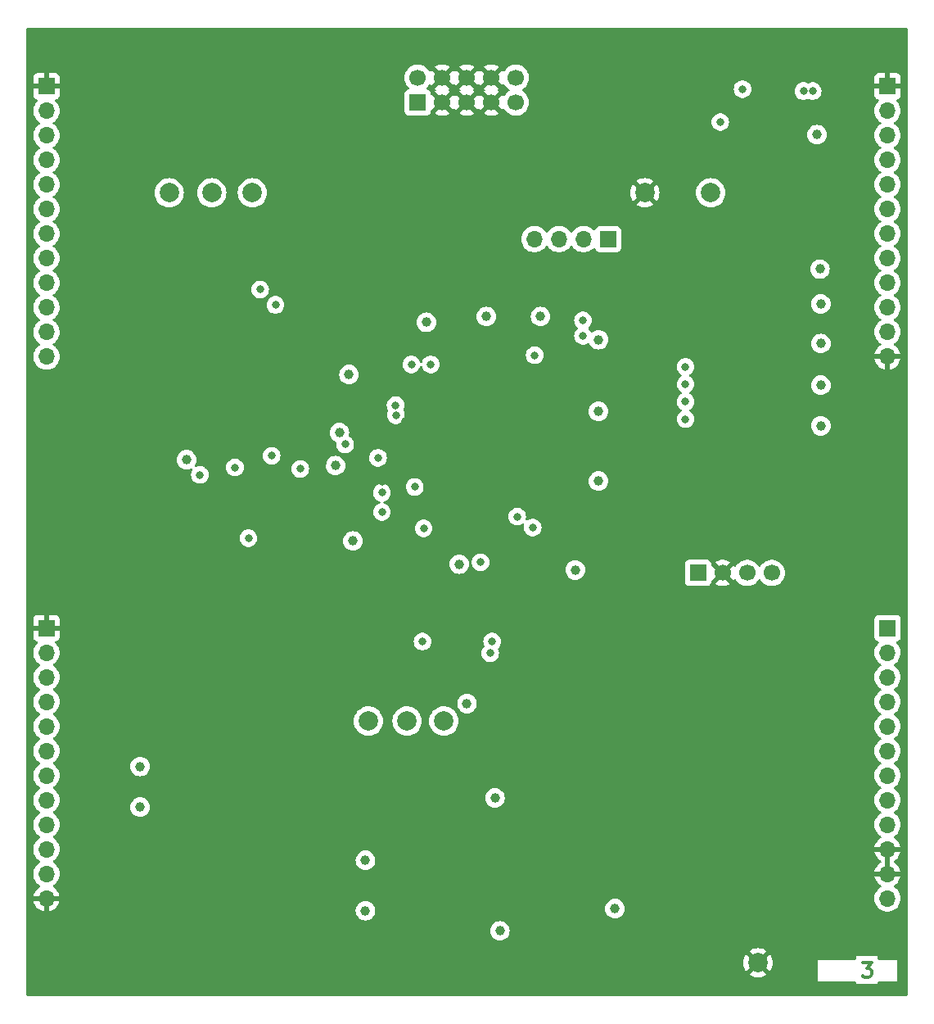
<source format=gbr>
%TF.GenerationSoftware,KiCad,Pcbnew,8.0.1*%
%TF.CreationDate,2024-05-28T13:06:32+01:00*%
%TF.ProjectId,Punck_Components,50756e63-6b5f-4436-9f6d-706f6e656e74,rev?*%
%TF.SameCoordinates,Original*%
%TF.FileFunction,Copper,L3,Inr*%
%TF.FilePolarity,Positive*%
%FSLAX46Y46*%
G04 Gerber Fmt 4.6, Leading zero omitted, Abs format (unit mm)*
G04 Created by KiCad (PCBNEW 8.0.1) date 2024-05-28 13:06:32*
%MOMM*%
%LPD*%
G01*
G04 APERTURE LIST*
%ADD10C,0.300000*%
%TA.AperFunction,NonConductor*%
%ADD11C,0.300000*%
%TD*%
%TA.AperFunction,ComponentPad*%
%ADD12R,1.700000X1.700000*%
%TD*%
%TA.AperFunction,ComponentPad*%
%ADD13C,1.700000*%
%TD*%
%TA.AperFunction,ComponentPad*%
%ADD14C,2.000000*%
%TD*%
%TA.AperFunction,ComponentPad*%
%ADD15O,1.700000X1.700000*%
%TD*%
%TA.AperFunction,ViaPad*%
%ADD16C,1.000000*%
%TD*%
%TA.AperFunction,ViaPad*%
%ADD17C,0.800000*%
%TD*%
G04 APERTURE END LIST*
D10*
D11*
X86500000Y-96578328D02*
X87428572Y-96578328D01*
X87428572Y-96578328D02*
X86928572Y-97149757D01*
X86928572Y-97149757D02*
X87142857Y-97149757D01*
X87142857Y-97149757D02*
X87285715Y-97221185D01*
X87285715Y-97221185D02*
X87357143Y-97292614D01*
X87357143Y-97292614D02*
X87428572Y-97435471D01*
X87428572Y-97435471D02*
X87428572Y-97792614D01*
X87428572Y-97792614D02*
X87357143Y-97935471D01*
X87357143Y-97935471D02*
X87285715Y-98006900D01*
X87285715Y-98006900D02*
X87142857Y-98078328D01*
X87142857Y-98078328D02*
X86714286Y-98078328D01*
X86714286Y-98078328D02*
X86571429Y-98006900D01*
X86571429Y-98006900D02*
X86500000Y-97935471D01*
D12*
%TO.N,-12V*%
%TO.C,J7*%
X40500000Y-7662500D03*
D13*
X40500000Y-5122500D03*
%TO.N,GND*%
X43040000Y-7662500D03*
X43040000Y-5122500D03*
X45580000Y-7662500D03*
X45580000Y-5122500D03*
X48120000Y-7662500D03*
X48120000Y-5122500D03*
%TO.N,+12V*%
X50660000Y-7662500D03*
X50660000Y-5122500D03*
%TD*%
D14*
%TO.N,GND*%
%TO.C,TP9*%
X75700000Y-96600000D03*
%TD*%
%TO.N,/DAC_BCLK*%
%TO.C,TP3*%
X39400000Y-71600000D03*
%TD*%
%TO.N,VEE*%
%TO.C,TP8*%
X14800000Y-17000000D03*
%TD*%
%TO.N,VCC*%
%TO.C,TP7*%
X23400000Y-17000000D03*
%TD*%
D12*
%TO.N,/DAC2*%
%TO.C,J5*%
X60200000Y-21800000D03*
D15*
%TO.N,/DAC1*%
X57660000Y-21800000D03*
%TO.N,/UART_RX*%
X55120000Y-21800000D03*
%TO.N,/UART_TX*%
X52580000Y-21800000D03*
%TD*%
D14*
%TO.N,/DAC_LRCLK*%
%TO.C,TP1*%
X35400000Y-71600000D03*
%TD*%
%TO.N,+3.3VA*%
%TO.C,TP6*%
X19200000Y-17000000D03*
%TD*%
%TO.N,+3V3*%
%TO.C,TP5*%
X70800000Y-17000000D03*
%TD*%
D12*
%TO.N,+3V3*%
%TO.C,J6*%
X69500000Y-56300000D03*
D13*
%TO.N,GND*%
X72040000Y-56300000D03*
%TO.N,/SWIO*%
X74580000Y-56300000D03*
%TO.N,/SWCLK*%
X77120000Y-56300000D03*
%TD*%
D14*
%TO.N,/DAC_DATA*%
%TO.C,TP2*%
X43200000Y-71600000D03*
%TD*%
%TO.N,GND*%
%TO.C,TP4*%
X64000000Y-17000000D03*
%TD*%
D12*
%TO.N,GND*%
%TO.C,J3*%
X89100000Y-6000000D03*
D15*
%TO.N,/SA_BTN*%
X89100000Y-8540000D03*
%TO.N,/KI_BTN*%
X89100000Y-11080000D03*
%TO.N,/SN_BTN*%
X89100000Y-13620000D03*
%TO.N,/SA_LED*%
X89100000Y-16160000D03*
%TO.N,/SB_BTN*%
X89100000Y-18700000D03*
%TO.N,/SB_LED*%
X89100000Y-21240000D03*
%TO.N,/MIDI_LEARN*%
X89100000Y-23780000D03*
%TO.N,/MIDI_IN*%
X89100000Y-26320000D03*
%TO.N,/CH_IN*%
X89100000Y-28860000D03*
%TO.N,/OH_IN*%
X89100000Y-31400000D03*
%TO.N,GND*%
X89100000Y-33940000D03*
%TD*%
D12*
%TO.N,GND*%
%TO.C,J1*%
X2100000Y-6000000D03*
D15*
%TO.N,/SNARE_FILTER_POT*%
X2100000Y-8540000D03*
%TO.N,/SAMPLER_A_VOICE_POT*%
X2100000Y-11080000D03*
%TO.N,/KICK_ATTACK_POT*%
X2100000Y-13620000D03*
%TO.N,/KICK_DECAY_POT*%
X2100000Y-16160000D03*
%TO.N,/KICK_VOL_POT*%
X2100000Y-18700000D03*
%TO.N,/SNARE_TUNING_POT*%
X2100000Y-21240000D03*
%TO.N,/HIHAT_DECAY_POT*%
X2100000Y-23780000D03*
%TO.N,/SAMPLER_B_VOICE_POT*%
X2100000Y-26320000D03*
%TO.N,/SNARE_VOL_POT*%
X2100000Y-28860000D03*
%TO.N,/SAMPLER_A_SPEED_POT*%
X2100000Y-31400000D03*
%TO.N,/SAMPLER_B_SPEED_POT*%
X2100000Y-33940000D03*
%TD*%
D12*
%TO.N,/SNARE_IN*%
%TO.C,J4*%
X89100000Y-62000000D03*
D15*
%TO.N,/KICK_IN*%
X89100000Y-64540000D03*
%TO.N,/USB_DP*%
X89100000Y-67080000D03*
%TO.N,/USB_DM*%
X89100000Y-69620000D03*
%TO.N,/USB_VBUS*%
X89100000Y-72160000D03*
%TO.N,/KI_LED*%
X89100000Y-74700000D03*
%TO.N,/SN_LED*%
X89100000Y-77240000D03*
%TO.N,/HH_LED*%
X89100000Y-79780000D03*
%TO.N,/SEQ_SELECT*%
X89100000Y-82320000D03*
%TO.N,GND*%
X89100000Y-84860000D03*
X89100000Y-87400000D03*
%TO.N,+3.3VA*%
X89100000Y-89940000D03*
%TD*%
D12*
%TO.N,GND*%
%TO.C,J2*%
X2100000Y-62000000D03*
D15*
%TO.N,/HIHAT_VOL_POT*%
X2100000Y-64540000D03*
%TO.N,/SAMPLER_A_VOL_POT*%
X2100000Y-67080000D03*
%TO.N,/SAMPLER_B_VOL_POT*%
X2100000Y-69620000D03*
%TO.N,/HH_BTN*%
X2100000Y-72160000D03*
%TO.N,/TEMPO_POT*%
X2100000Y-74700000D03*
%TO.N,/SAMPLER_A_IN*%
X2100000Y-77240000D03*
%TO.N,/SAMPLER_B_IN*%
X2100000Y-79780000D03*
%TO.N,/AUDIO_OUT_R*%
X2100000Y-82320000D03*
%TO.N,/TEMPO_OUT*%
X2100000Y-84860000D03*
%TO.N,/AUDIO_OUT_L*%
X2100000Y-87400000D03*
%TO.N,GND*%
X2100000Y-89940000D03*
%TD*%
D16*
%TO.N,+3.3VA*%
X11786250Y-76300000D03*
X82200000Y-36900000D03*
X49000000Y-93300000D03*
X82200000Y-41100000D03*
X11786250Y-80500000D03*
X82200000Y-28500000D03*
X82200000Y-32600000D03*
X82100000Y-24900000D03*
X60900000Y-91000000D03*
D17*
%TO.N,/SN_BTN*%
X68200000Y-38600000D03*
%TO.N,/SA_BTN*%
X68200000Y-35000000D03*
%TO.N,GND*%
X24400000Y-80900000D03*
X65600000Y-87800000D03*
X14000000Y-2700000D03*
X75700000Y-17500000D03*
X53950000Y-66100000D03*
X62250000Y-94150000D03*
X61800000Y-45600000D03*
X15000000Y-63800000D03*
X77150000Y-7600000D03*
X35400000Y-69100000D03*
X45700000Y-47200000D03*
X58300000Y-61750000D03*
X75150000Y-40150000D03*
X80550000Y-65600000D03*
X27100000Y-67500000D03*
X38750000Y-26350000D03*
X33850000Y-82650000D03*
X61800000Y-40600000D03*
X33150000Y-27750000D03*
X16450000Y-9200000D03*
X69100000Y-23600000D03*
X19500000Y-9200000D03*
X29850000Y-18800000D03*
X22450000Y-56500000D03*
X64100000Y-98200000D03*
X25100000Y-9650000D03*
X29700000Y-35100000D03*
X23800000Y-11350000D03*
X52300000Y-78400000D03*
X55000000Y-46100000D03*
X59700000Y-94100000D03*
X90200000Y-59500000D03*
X23800000Y-9600000D03*
X1800000Y-48800000D03*
X18000000Y-7100000D03*
X83900000Y-65600000D03*
X60200000Y-15550000D03*
X16200000Y-41900000D03*
X73900000Y-23900000D03*
X65600000Y-91900000D03*
X10000000Y-14650000D03*
X80700000Y-73500000D03*
X40650000Y-79500000D03*
X58550000Y-13150000D03*
X47400000Y-52000000D03*
X25800000Y-40800000D03*
X73150000Y-7950000D03*
X16500000Y-7100000D03*
X7700000Y-72000000D03*
X30700000Y-45000000D03*
X49500000Y-39400000D03*
X60950000Y-64450000D03*
X67100000Y-7750000D03*
X16500000Y-35400000D03*
X84150000Y-44750000D03*
X46700000Y-98400000D03*
X31600000Y-14900000D03*
X60800000Y-84400000D03*
X56400000Y-68800000D03*
X36400000Y-87650000D03*
X37000000Y-26400000D03*
X75100000Y-31700000D03*
X22800000Y-25100000D03*
X11900000Y-67400000D03*
X42600000Y-57300000D03*
X61800000Y-32650000D03*
X29500000Y-51200000D03*
X46600000Y-57700000D03*
X24000000Y-72700000D03*
X39200000Y-40600000D03*
X8700000Y-87500000D03*
X74400000Y-65600000D03*
X65000000Y-68300000D03*
X67100000Y-65600000D03*
X19700000Y-86500000D03*
X72800000Y-14600000D03*
X36400000Y-34600000D03*
X49500000Y-46400000D03*
X66100000Y-70900000D03*
X53700000Y-88700000D03*
X30500000Y-70500000D03*
X78100000Y-53500000D03*
X63500000Y-55100000D03*
X54700000Y-58400000D03*
X29500000Y-53000000D03*
X16300000Y-50850000D03*
X50750000Y-95500000D03*
X88400000Y-40500000D03*
X7000000Y-58200000D03*
X27000000Y-75500000D03*
X51300000Y-62900000D03*
X55200000Y-17400000D03*
X80900000Y-1400000D03*
X52800000Y-72800000D03*
X54700000Y-95500000D03*
X36800000Y-46850000D03*
X80600000Y-68300000D03*
X71850000Y-7950000D03*
X17600000Y-40400000D03*
X66000000Y-78200000D03*
X27600000Y-96400000D03*
X71000000Y-48600000D03*
X35000000Y-56500000D03*
X80600000Y-70800000D03*
X75800000Y-27700000D03*
X17450000Y-77400000D03*
X30600000Y-60600000D03*
X12000000Y-6800000D03*
X17448750Y-81400000D03*
X23800000Y-13000000D03*
X40100000Y-21600000D03*
X16700000Y-94700000D03*
X16900000Y-20200000D03*
X61900000Y-13150000D03*
X7000000Y-41900000D03*
X75950000Y-8400000D03*
X25100000Y-12950000D03*
X28500000Y-56500000D03*
X33400000Y-2800000D03*
X80900000Y-4200000D03*
X35350000Y-26400000D03*
X68200000Y-73500000D03*
X61700000Y-36600000D03*
X45700000Y-37800000D03*
X46900000Y-33800000D03*
X55000000Y-41100000D03*
X4700000Y-98600000D03*
X21500000Y-70300000D03*
X75150000Y-35750000D03*
X51000000Y-14900000D03*
X43700000Y-90100000D03*
X80200000Y-45300000D03*
X2300000Y-38700000D03*
X47750000Y-21600000D03*
X68250000Y-6600000D03*
X47800000Y-27500000D03*
X57850000Y-88700000D03*
X35400000Y-18800000D03*
X80300000Y-83900000D03*
X58000000Y-82600000D03*
X89800000Y-93600000D03*
X80300000Y-13400000D03*
X57800000Y-53700000D03*
X35100000Y-95650000D03*
X80400000Y-88150000D03*
X29800000Y-40600000D03*
X50550000Y-27600000D03*
X28800000Y-78000000D03*
X11900000Y-72500000D03*
X8600000Y-12800000D03*
X11450000Y-12800000D03*
X54300000Y-37500000D03*
X36400000Y-82600000D03*
X41000000Y-37700000D03*
X44100000Y-95550000D03*
%TO.N,/KI_BTN*%
X68200000Y-36800000D03*
%TO.N,/SB_BTN*%
X68200000Y-40400000D03*
%TO.N,/SNARE_FILTER_POT*%
X24200000Y-27000000D03*
X41850000Y-34750000D03*
%TO.N,/SAMPLER_A_VOICE_POT*%
X39850000Y-34750000D03*
X25800000Y-28600000D03*
%TO.N,/SAMPLER_A_VOL_POT*%
X17970000Y-46170000D03*
X38215055Y-38974192D03*
%TO.N,/SAMPLER_B_VOL_POT*%
X21600000Y-45400000D03*
X38250000Y-40000000D03*
%TO.N,/TEMPO_POT*%
X23000000Y-52700000D03*
X33000000Y-43000000D03*
D16*
%TO.N,+3V3*%
X81800000Y-11000000D03*
X48500000Y-79550000D03*
X59200000Y-46800000D03*
X59200000Y-39600000D03*
X45600000Y-69800000D03*
X16600000Y-44600000D03*
X56800000Y-56000000D03*
X44800000Y-55400000D03*
X53200000Y-29800000D03*
X32000000Y-45200000D03*
X41400000Y-30400000D03*
X33800000Y-53000000D03*
X32400000Y-41800000D03*
X47600000Y-29800000D03*
X59200000Y-32200000D03*
X33400000Y-35800000D03*
D17*
X47000000Y-55200000D03*
%TO.N,/VSW*%
X71800000Y-9700000D03*
X74100000Y-6300000D03*
X80400000Y-6500000D03*
X81350000Y-6500000D03*
%TO.N,/SA_LED_OUT*%
X50800000Y-50475500D03*
X57600000Y-30200000D03*
%TO.N,/SB_LED_OUT*%
X57600000Y-31800000D03*
X52400000Y-51600000D03*
D16*
%TO.N,VCC*%
X35100000Y-91200000D03*
%TO.N,VEE*%
X35100000Y-86000000D03*
D17*
%TO.N,/QSPI_CLK*%
X40200000Y-47400000D03*
X41000000Y-63400000D03*
%TO.N,/QSPI_BK2_IO0*%
X36400000Y-44400000D03*
X25400000Y-44200000D03*
%TO.N,/QSPI_BK1_IO1*%
X41124500Y-51686140D03*
X48000000Y-64600000D03*
%TO.N,/QSPI_BK2_NCS*%
X36800000Y-50000000D03*
%TO.N,/QSPI_BK1_IO2*%
X52600000Y-33800000D03*
X48200000Y-63400000D03*
%TO.N,/OCTOSPIM_P2_NCS*%
X36800000Y-48000000D03*
%TO.N,Net-(JP1-Pad2)*%
X28362299Y-45537701D03*
%TD*%
%TA.AperFunction,Conductor*%
%TO.N,GND*%
G36*
X89354000Y-86969297D02*
G01*
X89292993Y-86934075D01*
X89165826Y-86900000D01*
X89034174Y-86900000D01*
X88907007Y-86934075D01*
X88846000Y-86969297D01*
X88846000Y-85290702D01*
X88907007Y-85325925D01*
X89034174Y-85360000D01*
X89165826Y-85360000D01*
X89292993Y-85325925D01*
X89354000Y-85290702D01*
X89354000Y-86969297D01*
G37*
%TD.AperFunction*%
%TA.AperFunction,Conductor*%
G36*
X42574075Y-5315493D02*
G01*
X42639901Y-5429507D01*
X42732993Y-5522599D01*
X42847007Y-5588425D01*
X42915051Y-5606657D01*
X42274310Y-6247398D01*
X42294697Y-6263266D01*
X42294705Y-6263271D01*
X42328731Y-6281685D01*
X42379122Y-6331697D01*
X42394475Y-6401014D01*
X42369915Y-6467627D01*
X42328735Y-6503311D01*
X42294705Y-6521727D01*
X42294693Y-6521735D01*
X42274311Y-6537599D01*
X42274310Y-6537600D01*
X42915052Y-7178342D01*
X42847007Y-7196575D01*
X42732993Y-7262401D01*
X42639901Y-7355493D01*
X42574075Y-7469507D01*
X42555842Y-7537552D01*
X41895405Y-6877115D01*
X41861379Y-6814803D01*
X41858500Y-6788020D01*
X41858500Y-6763867D01*
X41858499Y-6763850D01*
X41851990Y-6703303D01*
X41851988Y-6703295D01*
X41800889Y-6566297D01*
X41800887Y-6566292D01*
X41713261Y-6449238D01*
X41596207Y-6361612D01*
X41596203Y-6361610D01*
X41481192Y-6318713D01*
X41424356Y-6276167D01*
X41399546Y-6209646D01*
X41414638Y-6140272D01*
X41432525Y-6115320D01*
X41575714Y-5959777D01*
X41575724Y-5959765D01*
X41664816Y-5823399D01*
X41718819Y-5777310D01*
X41789167Y-5767735D01*
X41853524Y-5797712D01*
X41875782Y-5823399D01*
X41916920Y-5886366D01*
X41916921Y-5886366D01*
X42555841Y-5247446D01*
X42574075Y-5315493D01*
G37*
%TD.AperFunction*%
%TA.AperFunction,Conductor*%
G36*
X45114075Y-5315493D02*
G01*
X45179901Y-5429507D01*
X45272993Y-5522599D01*
X45387007Y-5588425D01*
X45455051Y-5606657D01*
X44814310Y-6247398D01*
X44834697Y-6263266D01*
X44834705Y-6263271D01*
X44868731Y-6281685D01*
X44919122Y-6331697D01*
X44934475Y-6401014D01*
X44909915Y-6467627D01*
X44868735Y-6503311D01*
X44834705Y-6521727D01*
X44834693Y-6521735D01*
X44814311Y-6537599D01*
X44814310Y-6537600D01*
X45455052Y-7178342D01*
X45387007Y-7196575D01*
X45272993Y-7262401D01*
X45179901Y-7355493D01*
X45114075Y-7469507D01*
X45095842Y-7537552D01*
X44456921Y-6898631D01*
X44456920Y-6898632D01*
X44415482Y-6962058D01*
X44361479Y-7008147D01*
X44291131Y-7017722D01*
X44226773Y-6987745D01*
X44204516Y-6962058D01*
X44163078Y-6898632D01*
X43524157Y-7537551D01*
X43505925Y-7469507D01*
X43440099Y-7355493D01*
X43347007Y-7262401D01*
X43232993Y-7196575D01*
X43164947Y-7178341D01*
X43805688Y-6537600D01*
X43805687Y-6537599D01*
X43785308Y-6521737D01*
X43785298Y-6521731D01*
X43751267Y-6503314D01*
X43700876Y-6453301D01*
X43685524Y-6383984D01*
X43710085Y-6317371D01*
X43751268Y-6281686D01*
X43785294Y-6263272D01*
X43785298Y-6263269D01*
X43805688Y-6247398D01*
X43164947Y-5606657D01*
X43232993Y-5588425D01*
X43347007Y-5522599D01*
X43440099Y-5429507D01*
X43505925Y-5315493D01*
X43524158Y-5247447D01*
X44163077Y-5886366D01*
X44163078Y-5886366D01*
X44204516Y-5822941D01*
X44258519Y-5776852D01*
X44328867Y-5767277D01*
X44393225Y-5797254D01*
X44415482Y-5822940D01*
X44456921Y-5886366D01*
X45095841Y-5247446D01*
X45114075Y-5315493D01*
G37*
%TD.AperFunction*%
%TA.AperFunction,Conductor*%
G36*
X47654075Y-5315493D02*
G01*
X47719901Y-5429507D01*
X47812993Y-5522599D01*
X47927007Y-5588425D01*
X47995051Y-5606657D01*
X47354310Y-6247398D01*
X47374697Y-6263266D01*
X47374705Y-6263271D01*
X47408731Y-6281685D01*
X47459122Y-6331697D01*
X47474475Y-6401014D01*
X47449915Y-6467627D01*
X47408735Y-6503311D01*
X47374705Y-6521727D01*
X47374693Y-6521735D01*
X47354311Y-6537599D01*
X47354310Y-6537600D01*
X47995052Y-7178342D01*
X47927007Y-7196575D01*
X47812993Y-7262401D01*
X47719901Y-7355493D01*
X47654075Y-7469507D01*
X47635842Y-7537552D01*
X46996921Y-6898631D01*
X46996920Y-6898632D01*
X46955482Y-6962058D01*
X46901479Y-7008147D01*
X46831131Y-7017722D01*
X46766773Y-6987745D01*
X46744516Y-6962058D01*
X46703078Y-6898632D01*
X46064157Y-7537551D01*
X46045925Y-7469507D01*
X45980099Y-7355493D01*
X45887007Y-7262401D01*
X45772993Y-7196575D01*
X45704947Y-7178341D01*
X46345688Y-6537600D01*
X46345687Y-6537599D01*
X46325308Y-6521737D01*
X46325298Y-6521731D01*
X46291267Y-6503314D01*
X46240876Y-6453301D01*
X46225524Y-6383984D01*
X46250085Y-6317371D01*
X46291268Y-6281686D01*
X46325294Y-6263272D01*
X46325298Y-6263269D01*
X46345688Y-6247398D01*
X45704947Y-5606657D01*
X45772993Y-5588425D01*
X45887007Y-5522599D01*
X45980099Y-5429507D01*
X46045925Y-5315493D01*
X46064158Y-5247447D01*
X46703077Y-5886366D01*
X46703078Y-5886366D01*
X46744516Y-5822941D01*
X46798519Y-5776852D01*
X46868867Y-5767277D01*
X46933225Y-5797254D01*
X46955482Y-5822940D01*
X46996921Y-5886366D01*
X47635841Y-5247446D01*
X47654075Y-5315493D01*
G37*
%TD.AperFunction*%
%TA.AperFunction,Conductor*%
G36*
X49243077Y-5886366D02*
G01*
X49243078Y-5886366D01*
X49284217Y-5823399D01*
X49338221Y-5777310D01*
X49408568Y-5767735D01*
X49472926Y-5797712D01*
X49495183Y-5823398D01*
X49584279Y-5959770D01*
X49736762Y-6125408D01*
X49791331Y-6167881D01*
X49914424Y-6263689D01*
X49947678Y-6281685D01*
X49947680Y-6281686D01*
X49998071Y-6331700D01*
X50013423Y-6401016D01*
X49988862Y-6467629D01*
X49947680Y-6503313D01*
X49914426Y-6521310D01*
X49914424Y-6521311D01*
X49736762Y-6659591D01*
X49584279Y-6825229D01*
X49495183Y-6961601D01*
X49441179Y-7007689D01*
X49370831Y-7017264D01*
X49306474Y-6987286D01*
X49284217Y-6961600D01*
X49243078Y-6898632D01*
X48604157Y-7537551D01*
X48585925Y-7469507D01*
X48520099Y-7355493D01*
X48427007Y-7262401D01*
X48312993Y-7196575D01*
X48244947Y-7178341D01*
X48885688Y-6537600D01*
X48885687Y-6537599D01*
X48865308Y-6521737D01*
X48865298Y-6521731D01*
X48831267Y-6503314D01*
X48780876Y-6453301D01*
X48765524Y-6383984D01*
X48790085Y-6317371D01*
X48831268Y-6281686D01*
X48865294Y-6263272D01*
X48865298Y-6263269D01*
X48885688Y-6247398D01*
X48244947Y-5606657D01*
X48312993Y-5588425D01*
X48427007Y-5522599D01*
X48520099Y-5429507D01*
X48585925Y-5315493D01*
X48604158Y-5247447D01*
X49243077Y-5886366D01*
G37*
%TD.AperFunction*%
%TA.AperFunction,Conductor*%
G36*
X91142121Y-20002D02*
G01*
X91188614Y-73658D01*
X91200000Y-126000D01*
X91200000Y-99874000D01*
X91179998Y-99942121D01*
X91126342Y-99988614D01*
X91074000Y-100000000D01*
X126000Y-100000000D01*
X57879Y-99979998D01*
X11386Y-99926342D01*
X0Y-99874000D01*
X0Y-98500000D01*
X81900000Y-98500000D01*
X85710500Y-98500000D01*
X85778621Y-98520002D01*
X85825114Y-98573658D01*
X85836500Y-98626000D01*
X85836500Y-98743553D01*
X88093797Y-98743553D01*
X88093797Y-98626000D01*
X88113799Y-98557879D01*
X88167455Y-98511386D01*
X88219797Y-98500000D01*
X90100000Y-98500000D01*
X90100000Y-96300000D01*
X88219797Y-96300000D01*
X88151676Y-96279998D01*
X88105183Y-96226342D01*
X88093797Y-96174000D01*
X88093797Y-95913187D01*
X85836500Y-95913187D01*
X85836500Y-96174000D01*
X85816498Y-96242121D01*
X85762842Y-96288614D01*
X85710500Y-96300000D01*
X81900000Y-96300000D01*
X81900000Y-98500000D01*
X0Y-98500000D01*
X0Y-96600000D01*
X74187337Y-96600000D01*
X74205960Y-96836632D01*
X74261371Y-97067437D01*
X74352208Y-97286738D01*
X74466896Y-97473890D01*
X74466897Y-97473890D01*
X75097300Y-96843486D01*
X75123978Y-96907890D01*
X75195112Y-97014351D01*
X75285649Y-97104888D01*
X75392110Y-97176022D01*
X75456510Y-97202698D01*
X74826107Y-97833101D01*
X74826108Y-97833102D01*
X75013261Y-97947791D01*
X75232562Y-98038628D01*
X75463367Y-98094039D01*
X75700000Y-98112662D01*
X75936632Y-98094039D01*
X76167437Y-98038628D01*
X76386738Y-97947791D01*
X76573890Y-97833102D01*
X76573891Y-97833102D01*
X75943488Y-97202698D01*
X76007890Y-97176022D01*
X76114351Y-97104888D01*
X76204888Y-97014351D01*
X76276022Y-96907890D01*
X76302698Y-96843487D01*
X76933102Y-97473891D01*
X76933102Y-97473890D01*
X77047791Y-97286738D01*
X77138628Y-97067437D01*
X77194039Y-96836632D01*
X77212662Y-96600000D01*
X77194039Y-96363367D01*
X77138628Y-96132562D01*
X77047791Y-95913261D01*
X76933102Y-95726108D01*
X76933101Y-95726107D01*
X76302698Y-96356510D01*
X76276022Y-96292110D01*
X76204888Y-96185649D01*
X76114351Y-96095112D01*
X76007890Y-96023978D01*
X75943487Y-95997301D01*
X76573890Y-95366897D01*
X76573890Y-95366896D01*
X76386738Y-95252208D01*
X76167437Y-95161371D01*
X75936632Y-95105960D01*
X75700000Y-95087337D01*
X75463367Y-95105960D01*
X75232562Y-95161371D01*
X75013266Y-95252206D01*
X74826108Y-95366897D01*
X74826108Y-95366898D01*
X75456511Y-95997301D01*
X75392110Y-96023978D01*
X75285649Y-96095112D01*
X75195112Y-96185649D01*
X75123978Y-96292110D01*
X75097301Y-96356511D01*
X74466898Y-95726108D01*
X74466897Y-95726108D01*
X74352206Y-95913266D01*
X74261371Y-96132562D01*
X74205960Y-96363367D01*
X74187337Y-96600000D01*
X0Y-96600000D01*
X0Y-93300003D01*
X47986620Y-93300003D01*
X48006090Y-93497694D01*
X48006091Y-93497700D01*
X48006092Y-93497701D01*
X48063759Y-93687804D01*
X48157405Y-93863004D01*
X48283432Y-94016568D01*
X48436996Y-94142595D01*
X48612196Y-94236241D01*
X48802299Y-94293908D01*
X48802303Y-94293908D01*
X48802305Y-94293909D01*
X48999997Y-94313380D01*
X49000000Y-94313380D01*
X49000003Y-94313380D01*
X49197694Y-94293909D01*
X49197695Y-94293908D01*
X49197701Y-94293908D01*
X49387804Y-94236241D01*
X49563004Y-94142595D01*
X49716568Y-94016568D01*
X49842595Y-93863004D01*
X49936241Y-93687804D01*
X49993908Y-93497701D01*
X50013380Y-93300000D01*
X49993908Y-93102299D01*
X49936241Y-92912196D01*
X49842595Y-92736996D01*
X49716568Y-92583432D01*
X49563004Y-92457405D01*
X49387804Y-92363759D01*
X49197701Y-92306092D01*
X49197700Y-92306091D01*
X49197694Y-92306090D01*
X49000003Y-92286620D01*
X48999997Y-92286620D01*
X48802305Y-92306090D01*
X48612195Y-92363759D01*
X48436995Y-92457405D01*
X48283432Y-92583432D01*
X48157405Y-92736995D01*
X48063759Y-92912195D01*
X48006090Y-93102305D01*
X47986620Y-93299996D01*
X47986620Y-93300003D01*
X0Y-93300003D01*
X0Y-87400000D01*
X736844Y-87400000D01*
X752836Y-87592993D01*
X755437Y-87624375D01*
X810702Y-87842612D01*
X810703Y-87842613D01*
X810704Y-87842616D01*
X901140Y-88048791D01*
X901141Y-88048793D01*
X1024275Y-88237265D01*
X1024279Y-88237270D01*
X1176762Y-88402908D01*
X1231331Y-88445381D01*
X1354424Y-88541189D01*
X1388205Y-88559470D01*
X1438596Y-88609482D01*
X1453949Y-88678799D01*
X1429389Y-88745412D01*
X1388209Y-88781096D01*
X1354704Y-88799228D01*
X1354698Y-88799232D01*
X1177097Y-88937465D01*
X1024674Y-89103041D01*
X901580Y-89291451D01*
X811179Y-89497543D01*
X811176Y-89497550D01*
X763455Y-89685999D01*
X763456Y-89686000D01*
X1669297Y-89686000D01*
X1634075Y-89747007D01*
X1600000Y-89874174D01*
X1600000Y-90005826D01*
X1634075Y-90132993D01*
X1669297Y-90194000D01*
X763455Y-90194000D01*
X811176Y-90382449D01*
X811179Y-90382456D01*
X901580Y-90588548D01*
X1024674Y-90776958D01*
X1177097Y-90942534D01*
X1354698Y-91080767D01*
X1354699Y-91080768D01*
X1552628Y-91187882D01*
X1552630Y-91187883D01*
X1765483Y-91260955D01*
X1765492Y-91260957D01*
X1846000Y-91274391D01*
X1846000Y-90370702D01*
X1907007Y-90405925D01*
X2034174Y-90440000D01*
X2165826Y-90440000D01*
X2292993Y-90405925D01*
X2354000Y-90370702D01*
X2354000Y-91274390D01*
X2434507Y-91260957D01*
X2434516Y-91260955D01*
X2612064Y-91200003D01*
X34086620Y-91200003D01*
X34106090Y-91397694D01*
X34106091Y-91397700D01*
X34106092Y-91397701D01*
X34163759Y-91587804D01*
X34257405Y-91763004D01*
X34383432Y-91916568D01*
X34536996Y-92042595D01*
X34712196Y-92136241D01*
X34902299Y-92193908D01*
X34902303Y-92193908D01*
X34902305Y-92193909D01*
X35099997Y-92213380D01*
X35100000Y-92213380D01*
X35100003Y-92213380D01*
X35297694Y-92193909D01*
X35297695Y-92193908D01*
X35297701Y-92193908D01*
X35487804Y-92136241D01*
X35663004Y-92042595D01*
X35816568Y-91916568D01*
X35942595Y-91763004D01*
X36036241Y-91587804D01*
X36093908Y-91397701D01*
X36107329Y-91261444D01*
X36113380Y-91200003D01*
X36113380Y-91199996D01*
X36093909Y-91002305D01*
X36093908Y-91002303D01*
X36093908Y-91002299D01*
X36093212Y-91000003D01*
X59886620Y-91000003D01*
X59906090Y-91197694D01*
X59906091Y-91197700D01*
X59906092Y-91197701D01*
X59963759Y-91387804D01*
X60057405Y-91563004D01*
X60183432Y-91716568D01*
X60336996Y-91842595D01*
X60512196Y-91936241D01*
X60702299Y-91993908D01*
X60702303Y-91993908D01*
X60702305Y-91993909D01*
X60899997Y-92013380D01*
X60900000Y-92013380D01*
X60900003Y-92013380D01*
X61097694Y-91993909D01*
X61097695Y-91993908D01*
X61097701Y-91993908D01*
X61287804Y-91936241D01*
X61463004Y-91842595D01*
X61616568Y-91716568D01*
X61742595Y-91563004D01*
X61836241Y-91387804D01*
X61893908Y-91197701D01*
X61913380Y-91000000D01*
X61893908Y-90802299D01*
X61836241Y-90612196D01*
X61742595Y-90436996D01*
X61616568Y-90283432D01*
X61463004Y-90157405D01*
X61287804Y-90063759D01*
X61097701Y-90006092D01*
X61097700Y-90006091D01*
X61097694Y-90006090D01*
X60900003Y-89986620D01*
X60899997Y-89986620D01*
X60702305Y-90006090D01*
X60512195Y-90063759D01*
X60336995Y-90157405D01*
X60183432Y-90283432D01*
X60057405Y-90436995D01*
X59963759Y-90612195D01*
X59906090Y-90802305D01*
X59886620Y-90999996D01*
X59886620Y-91000003D01*
X36093212Y-91000003D01*
X36036241Y-90812196D01*
X35942595Y-90636996D01*
X35816568Y-90483432D01*
X35663004Y-90357405D01*
X35487804Y-90263759D01*
X35297701Y-90206092D01*
X35297700Y-90206091D01*
X35297694Y-90206090D01*
X35100003Y-90186620D01*
X35099997Y-90186620D01*
X34902305Y-90206090D01*
X34712195Y-90263759D01*
X34536995Y-90357405D01*
X34383432Y-90483432D01*
X34257405Y-90636995D01*
X34163759Y-90812195D01*
X34106090Y-91002305D01*
X34086620Y-91199996D01*
X34086620Y-91200003D01*
X2612064Y-91200003D01*
X2647369Y-91187883D01*
X2647371Y-91187882D01*
X2845300Y-91080768D01*
X2845301Y-91080767D01*
X3022902Y-90942534D01*
X3175325Y-90776958D01*
X3298419Y-90588548D01*
X3388820Y-90382456D01*
X3388823Y-90382449D01*
X3436544Y-90194000D01*
X2530703Y-90194000D01*
X2565925Y-90132993D01*
X2600000Y-90005826D01*
X2600000Y-89940000D01*
X87736844Y-89940000D01*
X87752836Y-90132993D01*
X87755437Y-90164375D01*
X87810702Y-90382612D01*
X87810703Y-90382613D01*
X87810704Y-90382616D01*
X87901140Y-90588791D01*
X87901141Y-90588793D01*
X88024275Y-90777265D01*
X88024279Y-90777270D01*
X88176762Y-90942908D01*
X88231331Y-90985381D01*
X88354424Y-91081189D01*
X88552426Y-91188342D01*
X88552427Y-91188342D01*
X88552428Y-91188343D01*
X88586393Y-91200003D01*
X88765365Y-91261444D01*
X88987431Y-91298500D01*
X88987435Y-91298500D01*
X89212565Y-91298500D01*
X89212569Y-91298500D01*
X89434635Y-91261444D01*
X89647574Y-91188342D01*
X89845576Y-91081189D01*
X90023240Y-90942906D01*
X90175722Y-90777268D01*
X90298860Y-90588791D01*
X90389296Y-90382616D01*
X90444564Y-90164368D01*
X90463156Y-89940000D01*
X90444564Y-89715632D01*
X90389338Y-89497550D01*
X90389297Y-89497387D01*
X90389296Y-89497386D01*
X90389296Y-89497384D01*
X90298860Y-89291209D01*
X90292140Y-89280924D01*
X90175724Y-89102734D01*
X90175720Y-89102729D01*
X90059570Y-88976559D01*
X90023240Y-88937094D01*
X90023239Y-88937093D01*
X90023237Y-88937091D01*
X89941382Y-88873381D01*
X89845576Y-88798811D01*
X89811792Y-88780528D01*
X89761402Y-88730516D01*
X89746050Y-88661199D01*
X89770610Y-88594586D01*
X89811793Y-88558901D01*
X89845300Y-88540767D01*
X89845301Y-88540767D01*
X90022902Y-88402534D01*
X90175325Y-88236958D01*
X90298419Y-88048548D01*
X90388820Y-87842456D01*
X90388823Y-87842449D01*
X90436544Y-87654000D01*
X89530703Y-87654000D01*
X89565925Y-87592993D01*
X89600000Y-87465826D01*
X89600000Y-87334174D01*
X89565925Y-87207007D01*
X89530703Y-87146000D01*
X90436544Y-87146000D01*
X90436544Y-87145999D01*
X90388823Y-86957550D01*
X90388820Y-86957543D01*
X90298419Y-86751451D01*
X90175325Y-86563041D01*
X90022902Y-86397465D01*
X89845301Y-86259232D01*
X89845300Y-86259231D01*
X89811267Y-86240814D01*
X89760876Y-86190801D01*
X89745524Y-86121484D01*
X89770085Y-86054871D01*
X89811267Y-86019186D01*
X89845300Y-86000768D01*
X89845301Y-86000767D01*
X90022902Y-85862534D01*
X90175325Y-85696958D01*
X90298419Y-85508548D01*
X90388820Y-85302456D01*
X90388823Y-85302449D01*
X90436544Y-85114000D01*
X89530703Y-85114000D01*
X89565925Y-85052993D01*
X89600000Y-84925826D01*
X89600000Y-84794174D01*
X89565925Y-84667007D01*
X89530703Y-84606000D01*
X90436544Y-84606000D01*
X90436544Y-84605999D01*
X90388823Y-84417550D01*
X90388820Y-84417543D01*
X90298419Y-84211451D01*
X90175325Y-84023041D01*
X90022902Y-83857465D01*
X89845301Y-83719232D01*
X89845300Y-83719231D01*
X89811791Y-83701097D01*
X89761401Y-83651083D01*
X89746050Y-83581766D01*
X89770612Y-83515153D01*
X89811790Y-83479472D01*
X89845576Y-83461189D01*
X90023240Y-83322906D01*
X90175722Y-83157268D01*
X90298860Y-82968791D01*
X90389296Y-82762616D01*
X90444564Y-82544368D01*
X90463156Y-82320000D01*
X90444564Y-82095632D01*
X90389296Y-81877384D01*
X90298860Y-81671209D01*
X90292140Y-81660924D01*
X90175724Y-81482734D01*
X90175720Y-81482729D01*
X90059570Y-81356559D01*
X90023240Y-81317094D01*
X90023239Y-81317093D01*
X90023237Y-81317091D01*
X89941382Y-81253381D01*
X89845576Y-81178811D01*
X89812319Y-81160813D01*
X89761929Y-81110802D01*
X89746576Y-81041485D01*
X89771136Y-80974872D01*
X89812320Y-80939186D01*
X89845576Y-80921189D01*
X90023240Y-80782906D01*
X90175722Y-80617268D01*
X90298860Y-80428791D01*
X90389296Y-80222616D01*
X90444564Y-80004368D01*
X90463156Y-79780000D01*
X90444564Y-79555632D01*
X90389296Y-79337384D01*
X90298860Y-79131209D01*
X90292140Y-79120924D01*
X90175724Y-78942734D01*
X90175720Y-78942729D01*
X90023237Y-78777091D01*
X89941382Y-78713381D01*
X89845576Y-78638811D01*
X89812319Y-78620813D01*
X89761929Y-78570802D01*
X89746576Y-78501485D01*
X89771136Y-78434872D01*
X89812320Y-78399186D01*
X89845576Y-78381189D01*
X90023240Y-78242906D01*
X90175722Y-78077268D01*
X90298860Y-77888791D01*
X90389296Y-77682616D01*
X90444564Y-77464368D01*
X90463156Y-77240000D01*
X90444564Y-77015632D01*
X90389296Y-76797384D01*
X90298860Y-76591209D01*
X90292140Y-76580924D01*
X90175724Y-76402734D01*
X90175720Y-76402729D01*
X90023237Y-76237091D01*
X89941382Y-76173381D01*
X89845576Y-76098811D01*
X89812319Y-76080813D01*
X89761929Y-76030802D01*
X89746576Y-75961485D01*
X89771136Y-75894872D01*
X89812320Y-75859186D01*
X89845576Y-75841189D01*
X90023240Y-75702906D01*
X90175722Y-75537268D01*
X90298860Y-75348791D01*
X90389296Y-75142616D01*
X90444564Y-74924368D01*
X90463156Y-74700000D01*
X90444564Y-74475632D01*
X90389296Y-74257384D01*
X90298860Y-74051209D01*
X90292140Y-74040924D01*
X90175724Y-73862734D01*
X90175720Y-73862729D01*
X90023237Y-73697091D01*
X89941382Y-73633381D01*
X89845576Y-73558811D01*
X89812319Y-73540813D01*
X89761929Y-73490802D01*
X89746576Y-73421485D01*
X89771136Y-73354872D01*
X89812320Y-73319186D01*
X89845576Y-73301189D01*
X90023240Y-73162906D01*
X90175722Y-72997268D01*
X90298860Y-72808791D01*
X90389296Y-72602616D01*
X90444564Y-72384368D01*
X90463156Y-72160000D01*
X90444564Y-71935632D01*
X90389296Y-71717384D01*
X90298860Y-71511209D01*
X90292140Y-71500924D01*
X90175724Y-71322734D01*
X90175720Y-71322729D01*
X90023237Y-71157091D01*
X89941382Y-71093381D01*
X89845576Y-71018811D01*
X89812319Y-71000813D01*
X89761929Y-70950802D01*
X89746576Y-70881485D01*
X89771136Y-70814872D01*
X89812320Y-70779186D01*
X89845576Y-70761189D01*
X90023240Y-70622906D01*
X90175722Y-70457268D01*
X90298860Y-70268791D01*
X90389296Y-70062616D01*
X90444564Y-69844368D01*
X90463156Y-69620000D01*
X90444564Y-69395632D01*
X90389296Y-69177384D01*
X90298860Y-68971209D01*
X90190983Y-68806090D01*
X90175724Y-68782734D01*
X90175720Y-68782729D01*
X90023237Y-68617091D01*
X89941382Y-68553381D01*
X89845576Y-68478811D01*
X89812319Y-68460813D01*
X89761929Y-68410802D01*
X89746576Y-68341485D01*
X89771136Y-68274872D01*
X89812320Y-68239186D01*
X89845576Y-68221189D01*
X90023240Y-68082906D01*
X90175722Y-67917268D01*
X90298860Y-67728791D01*
X90389296Y-67522616D01*
X90444564Y-67304368D01*
X90463156Y-67080000D01*
X90444564Y-66855632D01*
X90389296Y-66637384D01*
X90298860Y-66431209D01*
X90292140Y-66420924D01*
X90175724Y-66242734D01*
X90175720Y-66242729D01*
X90023237Y-66077091D01*
X89941382Y-66013381D01*
X89845576Y-65938811D01*
X89812319Y-65920813D01*
X89761929Y-65870802D01*
X89746576Y-65801485D01*
X89771136Y-65734872D01*
X89812320Y-65699186D01*
X89845576Y-65681189D01*
X90023240Y-65542906D01*
X90175722Y-65377268D01*
X90298860Y-65188791D01*
X90389296Y-64982616D01*
X90444564Y-64764368D01*
X90463156Y-64540000D01*
X90444564Y-64315632D01*
X90422485Y-64228444D01*
X90389297Y-64097387D01*
X90389296Y-64097386D01*
X90389296Y-64097384D01*
X90298860Y-63891209D01*
X90238725Y-63799165D01*
X90175724Y-63702734D01*
X90175719Y-63702729D01*
X90032524Y-63547179D01*
X90001103Y-63483514D01*
X90009090Y-63412968D01*
X90053948Y-63357939D01*
X90081183Y-63343789D01*
X90196204Y-63300889D01*
X90196799Y-63300444D01*
X90313261Y-63213261D01*
X90400887Y-63096207D01*
X90400887Y-63096206D01*
X90400889Y-63096204D01*
X90451989Y-62959201D01*
X90458500Y-62898638D01*
X90458500Y-61101362D01*
X90452001Y-61040906D01*
X90451990Y-61040803D01*
X90451988Y-61040795D01*
X90400978Y-60904035D01*
X90400889Y-60903796D01*
X90400888Y-60903794D01*
X90400887Y-60903792D01*
X90313261Y-60786738D01*
X90196207Y-60699112D01*
X90196202Y-60699110D01*
X90059204Y-60648011D01*
X90059196Y-60648009D01*
X89998649Y-60641500D01*
X89998638Y-60641500D01*
X88201362Y-60641500D01*
X88201350Y-60641500D01*
X88140803Y-60648009D01*
X88140795Y-60648011D01*
X88003797Y-60699110D01*
X88003792Y-60699112D01*
X87886738Y-60786738D01*
X87799112Y-60903792D01*
X87799110Y-60903797D01*
X87748011Y-61040795D01*
X87748009Y-61040803D01*
X87741500Y-61101350D01*
X87741500Y-62898649D01*
X87748009Y-62959196D01*
X87748011Y-62959204D01*
X87799110Y-63096202D01*
X87799112Y-63096207D01*
X87886738Y-63213261D01*
X88003791Y-63300886D01*
X88003792Y-63300886D01*
X88003796Y-63300889D01*
X88118810Y-63343787D01*
X88175642Y-63386332D01*
X88200453Y-63452852D01*
X88185362Y-63522226D01*
X88167475Y-63547179D01*
X88024280Y-63702729D01*
X88024275Y-63702734D01*
X87901141Y-63891206D01*
X87810703Y-64097386D01*
X87810702Y-64097387D01*
X87755437Y-64315624D01*
X87755436Y-64315630D01*
X87755436Y-64315632D01*
X87736844Y-64540000D01*
X87755437Y-64764375D01*
X87810702Y-64982612D01*
X87810703Y-64982613D01*
X87901141Y-65188793D01*
X88024275Y-65377265D01*
X88024279Y-65377270D01*
X88176762Y-65542908D01*
X88231331Y-65585381D01*
X88354424Y-65681189D01*
X88387680Y-65699186D01*
X88438071Y-65749200D01*
X88453423Y-65818516D01*
X88428862Y-65885129D01*
X88387680Y-65920813D01*
X88354426Y-65938810D01*
X88354424Y-65938811D01*
X88176762Y-66077091D01*
X88024279Y-66242729D01*
X88024275Y-66242734D01*
X87901141Y-66431206D01*
X87810703Y-66637386D01*
X87810702Y-66637387D01*
X87755437Y-66855624D01*
X87736844Y-67080000D01*
X87755437Y-67304375D01*
X87810702Y-67522612D01*
X87810703Y-67522613D01*
X87901141Y-67728793D01*
X88024275Y-67917265D01*
X88024279Y-67917270D01*
X88176762Y-68082908D01*
X88231331Y-68125381D01*
X88354424Y-68221189D01*
X88387680Y-68239186D01*
X88438071Y-68289200D01*
X88453423Y-68358516D01*
X88428862Y-68425129D01*
X88387680Y-68460813D01*
X88354426Y-68478810D01*
X88354424Y-68478811D01*
X88176762Y-68617091D01*
X88024279Y-68782729D01*
X88024275Y-68782734D01*
X87901141Y-68971206D01*
X87810703Y-69177386D01*
X87810702Y-69177387D01*
X87755437Y-69395624D01*
X87755436Y-69395630D01*
X87755436Y-69395632D01*
X87736844Y-69620000D01*
X87751759Y-69800000D01*
X87755437Y-69844375D01*
X87810702Y-70062612D01*
X87810703Y-70062613D01*
X87810704Y-70062616D01*
X87853813Y-70160895D01*
X87901141Y-70268793D01*
X88024275Y-70457265D01*
X88024279Y-70457270D01*
X88176762Y-70622908D01*
X88202055Y-70642594D01*
X88354424Y-70761189D01*
X88387680Y-70779186D01*
X88438071Y-70829200D01*
X88453423Y-70898516D01*
X88428862Y-70965129D01*
X88387680Y-71000813D01*
X88354426Y-71018810D01*
X88354424Y-71018811D01*
X88176762Y-71157091D01*
X88024279Y-71322729D01*
X88024275Y-71322734D01*
X87901141Y-71511206D01*
X87810703Y-71717386D01*
X87810702Y-71717387D01*
X87755437Y-71935624D01*
X87755436Y-71935630D01*
X87755436Y-71935632D01*
X87736844Y-72160000D01*
X87747364Y-72286961D01*
X87755437Y-72384375D01*
X87810702Y-72602612D01*
X87810703Y-72602613D01*
X87901141Y-72808793D01*
X88024275Y-72997265D01*
X88024279Y-72997270D01*
X88176762Y-73162908D01*
X88231331Y-73205381D01*
X88354424Y-73301189D01*
X88387680Y-73319186D01*
X88438071Y-73369200D01*
X88453423Y-73438516D01*
X88428862Y-73505129D01*
X88387680Y-73540813D01*
X88354426Y-73558810D01*
X88354424Y-73558811D01*
X88176762Y-73697091D01*
X88024279Y-73862729D01*
X88024275Y-73862734D01*
X87901141Y-74051206D01*
X87810703Y-74257386D01*
X87810702Y-74257387D01*
X87755437Y-74475624D01*
X87736844Y-74700000D01*
X87755437Y-74924375D01*
X87810702Y-75142612D01*
X87810703Y-75142613D01*
X87810704Y-75142616D01*
X87882410Y-75306090D01*
X87901141Y-75348793D01*
X88024275Y-75537265D01*
X88024279Y-75537270D01*
X88176762Y-75702908D01*
X88220557Y-75736995D01*
X88354424Y-75841189D01*
X88387680Y-75859186D01*
X88438071Y-75909200D01*
X88453423Y-75978516D01*
X88428862Y-76045129D01*
X88387680Y-76080813D01*
X88354426Y-76098810D01*
X88354424Y-76098811D01*
X88176762Y-76237091D01*
X88024279Y-76402729D01*
X88024275Y-76402734D01*
X87901141Y-76591206D01*
X87810703Y-76797386D01*
X87810702Y-76797387D01*
X87755437Y-77015624D01*
X87755436Y-77015630D01*
X87755436Y-77015632D01*
X87737156Y-77236240D01*
X87736844Y-77240000D01*
X87755437Y-77464375D01*
X87810702Y-77682612D01*
X87810703Y-77682613D01*
X87901141Y-77888793D01*
X88024275Y-78077265D01*
X88024279Y-78077270D01*
X88176762Y-78242908D01*
X88231331Y-78285381D01*
X88354424Y-78381189D01*
X88387680Y-78399186D01*
X88438071Y-78449200D01*
X88453423Y-78518516D01*
X88428862Y-78585129D01*
X88387680Y-78620813D01*
X88354426Y-78638810D01*
X88354424Y-78638811D01*
X88176762Y-78777091D01*
X88024279Y-78942729D01*
X88024275Y-78942734D01*
X87901141Y-79131206D01*
X87810703Y-79337386D01*
X87810702Y-79337387D01*
X87755437Y-79555624D01*
X87755436Y-79555630D01*
X87755436Y-79555632D01*
X87736844Y-79780000D01*
X87749920Y-79937804D01*
X87755437Y-80004375D01*
X87810702Y-80222612D01*
X87810703Y-80222613D01*
X87901141Y-80428793D01*
X88024275Y-80617265D01*
X88024279Y-80617270D01*
X88176762Y-80782908D01*
X88231331Y-80825381D01*
X88354424Y-80921189D01*
X88387680Y-80939186D01*
X88438071Y-80989200D01*
X88453423Y-81058516D01*
X88428862Y-81125129D01*
X88387680Y-81160813D01*
X88354426Y-81178810D01*
X88354424Y-81178811D01*
X88176762Y-81317091D01*
X88024279Y-81482729D01*
X88024275Y-81482734D01*
X87901141Y-81671206D01*
X87810703Y-81877386D01*
X87810702Y-81877387D01*
X87755437Y-82095624D01*
X87736844Y-82320000D01*
X87755437Y-82544375D01*
X87810702Y-82762612D01*
X87810703Y-82762613D01*
X87901141Y-82968793D01*
X88024275Y-83157265D01*
X88024279Y-83157270D01*
X88176762Y-83322908D01*
X88231331Y-83365381D01*
X88354424Y-83461189D01*
X88388205Y-83479470D01*
X88438596Y-83529482D01*
X88453949Y-83598799D01*
X88429389Y-83665412D01*
X88388209Y-83701096D01*
X88354704Y-83719228D01*
X88354698Y-83719232D01*
X88177097Y-83857465D01*
X88024674Y-84023041D01*
X87901580Y-84211451D01*
X87811179Y-84417543D01*
X87811176Y-84417550D01*
X87763455Y-84605999D01*
X87763456Y-84606000D01*
X88669297Y-84606000D01*
X88634075Y-84667007D01*
X88600000Y-84794174D01*
X88600000Y-84925826D01*
X88634075Y-85052993D01*
X88669297Y-85114000D01*
X87763455Y-85114000D01*
X87811176Y-85302449D01*
X87811179Y-85302456D01*
X87901580Y-85508548D01*
X88024674Y-85696958D01*
X88177097Y-85862534D01*
X88354698Y-86000767D01*
X88354699Y-86000768D01*
X88388734Y-86019187D01*
X88439123Y-86069201D01*
X88454475Y-86138518D01*
X88429913Y-86205130D01*
X88388734Y-86240813D01*
X88354699Y-86259231D01*
X88354698Y-86259232D01*
X88177097Y-86397465D01*
X88024674Y-86563041D01*
X87901580Y-86751451D01*
X87811179Y-86957543D01*
X87811176Y-86957550D01*
X87763455Y-87145999D01*
X87763456Y-87146000D01*
X88669297Y-87146000D01*
X88634075Y-87207007D01*
X88600000Y-87334174D01*
X88600000Y-87465826D01*
X88634075Y-87592993D01*
X88669297Y-87654000D01*
X87763455Y-87654000D01*
X87811176Y-87842449D01*
X87811179Y-87842456D01*
X87901580Y-88048548D01*
X88024674Y-88236958D01*
X88177097Y-88402534D01*
X88354698Y-88540767D01*
X88354704Y-88540771D01*
X88388207Y-88558902D01*
X88438597Y-88608915D01*
X88453949Y-88678232D01*
X88429388Y-88744845D01*
X88388207Y-88780528D01*
X88354430Y-88798807D01*
X88354424Y-88798811D01*
X88176762Y-88937091D01*
X88024279Y-89102729D01*
X88024275Y-89102734D01*
X87901141Y-89291206D01*
X87810703Y-89497386D01*
X87810702Y-89497387D01*
X87755437Y-89715624D01*
X87755436Y-89715630D01*
X87755436Y-89715632D01*
X87736844Y-89940000D01*
X2600000Y-89940000D01*
X2600000Y-89874174D01*
X2565925Y-89747007D01*
X2530703Y-89686000D01*
X3436544Y-89686000D01*
X3436544Y-89685999D01*
X3388823Y-89497550D01*
X3388820Y-89497543D01*
X3298419Y-89291451D01*
X3175325Y-89103041D01*
X3022902Y-88937465D01*
X2845301Y-88799232D01*
X2845300Y-88799231D01*
X2811791Y-88781097D01*
X2761401Y-88731083D01*
X2746050Y-88661766D01*
X2770612Y-88595153D01*
X2811790Y-88559472D01*
X2845576Y-88541189D01*
X3023240Y-88402906D01*
X3175722Y-88237268D01*
X3298860Y-88048791D01*
X3389296Y-87842616D01*
X3444564Y-87624368D01*
X3463156Y-87400000D01*
X3444564Y-87175632D01*
X3400063Y-86999901D01*
X3389297Y-86957387D01*
X3389296Y-86957386D01*
X3389296Y-86957384D01*
X3298860Y-86751209D01*
X3276227Y-86716567D01*
X3175724Y-86562734D01*
X3175720Y-86562729D01*
X3059570Y-86436559D01*
X3023240Y-86397094D01*
X3023239Y-86397093D01*
X3023237Y-86397091D01*
X2941382Y-86333381D01*
X2845576Y-86258811D01*
X2812319Y-86240813D01*
X2761929Y-86190802D01*
X2746576Y-86121485D01*
X2771136Y-86054872D01*
X2812320Y-86019186D01*
X2845576Y-86001189D01*
X2847100Y-86000003D01*
X34086620Y-86000003D01*
X34106090Y-86197694D01*
X34106091Y-86197700D01*
X34106092Y-86197701D01*
X34163759Y-86387804D01*
X34257405Y-86563004D01*
X34383432Y-86716568D01*
X34536996Y-86842595D01*
X34712196Y-86936241D01*
X34902299Y-86993908D01*
X34902303Y-86993908D01*
X34902305Y-86993909D01*
X35099997Y-87013380D01*
X35100000Y-87013380D01*
X35100003Y-87013380D01*
X35297694Y-86993909D01*
X35297695Y-86993908D01*
X35297701Y-86993908D01*
X35487804Y-86936241D01*
X35663004Y-86842595D01*
X35816568Y-86716568D01*
X35942595Y-86563004D01*
X36036241Y-86387804D01*
X36093908Y-86197701D01*
X36094588Y-86190802D01*
X36113380Y-86000003D01*
X36113380Y-85999996D01*
X36093909Y-85802305D01*
X36093908Y-85802303D01*
X36093908Y-85802299D01*
X36036241Y-85612196D01*
X35942595Y-85436996D01*
X35816568Y-85283432D01*
X35663004Y-85157405D01*
X35487804Y-85063759D01*
X35297701Y-85006092D01*
X35297700Y-85006091D01*
X35297694Y-85006090D01*
X35100003Y-84986620D01*
X35099997Y-84986620D01*
X34902305Y-85006090D01*
X34712195Y-85063759D01*
X34536995Y-85157405D01*
X34383432Y-85283432D01*
X34257405Y-85436995D01*
X34163759Y-85612195D01*
X34106090Y-85802305D01*
X34086620Y-85999996D01*
X34086620Y-86000003D01*
X2847100Y-86000003D01*
X3023240Y-85862906D01*
X3175722Y-85697268D01*
X3298860Y-85508791D01*
X3389296Y-85302616D01*
X3444564Y-85084368D01*
X3463156Y-84860000D01*
X3444564Y-84635632D01*
X3389338Y-84417550D01*
X3389297Y-84417387D01*
X3389296Y-84417386D01*
X3389296Y-84417384D01*
X3298860Y-84211209D01*
X3292140Y-84200924D01*
X3175724Y-84022734D01*
X3175720Y-84022729D01*
X3059570Y-83896559D01*
X3023240Y-83857094D01*
X3023239Y-83857093D01*
X3023237Y-83857091D01*
X2941382Y-83793381D01*
X2845576Y-83718811D01*
X2812319Y-83700813D01*
X2761929Y-83650802D01*
X2746576Y-83581485D01*
X2771136Y-83514872D01*
X2812320Y-83479186D01*
X2845576Y-83461189D01*
X3023240Y-83322906D01*
X3175722Y-83157268D01*
X3298860Y-82968791D01*
X3389296Y-82762616D01*
X3444564Y-82544368D01*
X3463156Y-82320000D01*
X3444564Y-82095632D01*
X3389296Y-81877384D01*
X3298860Y-81671209D01*
X3292140Y-81660924D01*
X3175724Y-81482734D01*
X3175720Y-81482729D01*
X3059570Y-81356559D01*
X3023240Y-81317094D01*
X3023239Y-81317093D01*
X3023237Y-81317091D01*
X2941382Y-81253381D01*
X2845576Y-81178811D01*
X2812319Y-81160813D01*
X2761929Y-81110802D01*
X2746576Y-81041485D01*
X2771136Y-80974872D01*
X2812320Y-80939186D01*
X2845576Y-80921189D01*
X3023240Y-80782906D01*
X3175722Y-80617268D01*
X3252335Y-80500003D01*
X10772870Y-80500003D01*
X10792340Y-80697694D01*
X10792341Y-80697700D01*
X10792342Y-80697701D01*
X10850009Y-80887804D01*
X10943655Y-81063004D01*
X11069682Y-81216568D01*
X11223246Y-81342595D01*
X11398446Y-81436241D01*
X11588549Y-81493908D01*
X11588553Y-81493908D01*
X11588555Y-81493909D01*
X11786247Y-81513380D01*
X11786250Y-81513380D01*
X11786253Y-81513380D01*
X11983944Y-81493909D01*
X11983945Y-81493908D01*
X11983951Y-81493908D01*
X12174054Y-81436241D01*
X12349254Y-81342595D01*
X12502818Y-81216568D01*
X12628845Y-81063004D01*
X12722491Y-80887804D01*
X12780158Y-80697701D01*
X12788081Y-80617265D01*
X12799630Y-80500003D01*
X12799630Y-80499996D01*
X12780159Y-80302305D01*
X12780158Y-80302303D01*
X12780158Y-80302299D01*
X12722491Y-80112196D01*
X12628845Y-79936996D01*
X12502818Y-79783432D01*
X12349254Y-79657405D01*
X12174054Y-79563759D01*
X12128706Y-79550003D01*
X47486620Y-79550003D01*
X47506090Y-79747694D01*
X47506091Y-79747700D01*
X47506092Y-79747701D01*
X47563759Y-79937804D01*
X47657405Y-80113004D01*
X47783432Y-80266568D01*
X47936996Y-80392595D01*
X48112196Y-80486241D01*
X48302299Y-80543908D01*
X48302303Y-80543908D01*
X48302305Y-80543909D01*
X48499997Y-80563380D01*
X48500000Y-80563380D01*
X48500003Y-80563380D01*
X48697694Y-80543909D01*
X48697695Y-80543908D01*
X48697701Y-80543908D01*
X48887804Y-80486241D01*
X49063004Y-80392595D01*
X49216568Y-80266568D01*
X49342595Y-80113004D01*
X49436241Y-79937804D01*
X49493908Y-79747701D01*
X49502802Y-79657405D01*
X49513380Y-79550003D01*
X49513380Y-79549996D01*
X49493909Y-79352305D01*
X49493908Y-79352303D01*
X49493908Y-79352299D01*
X49436241Y-79162196D01*
X49342595Y-78986996D01*
X49216568Y-78833432D01*
X49063004Y-78707405D01*
X48887804Y-78613759D01*
X48697701Y-78556092D01*
X48697700Y-78556091D01*
X48697694Y-78556090D01*
X48500003Y-78536620D01*
X48499997Y-78536620D01*
X48302305Y-78556090D01*
X48112195Y-78613759D01*
X47936995Y-78707405D01*
X47783432Y-78833432D01*
X47657405Y-78986995D01*
X47563759Y-79162195D01*
X47506090Y-79352305D01*
X47486620Y-79549996D01*
X47486620Y-79550003D01*
X12128706Y-79550003D01*
X11983951Y-79506092D01*
X11983950Y-79506091D01*
X11983944Y-79506090D01*
X11786253Y-79486620D01*
X11786247Y-79486620D01*
X11588555Y-79506090D01*
X11398445Y-79563759D01*
X11223245Y-79657405D01*
X11069682Y-79783432D01*
X10943655Y-79936995D01*
X10850009Y-80112195D01*
X10792340Y-80302305D01*
X10772870Y-80499996D01*
X10772870Y-80500003D01*
X3252335Y-80500003D01*
X3298860Y-80428791D01*
X3389296Y-80222616D01*
X3444564Y-80004368D01*
X3463156Y-79780000D01*
X3444564Y-79555632D01*
X3389296Y-79337384D01*
X3298860Y-79131209D01*
X3292140Y-79120924D01*
X3175724Y-78942734D01*
X3175720Y-78942729D01*
X3023237Y-78777091D01*
X2941382Y-78713381D01*
X2845576Y-78638811D01*
X2812319Y-78620813D01*
X2761929Y-78570802D01*
X2746576Y-78501485D01*
X2771136Y-78434872D01*
X2812320Y-78399186D01*
X2845576Y-78381189D01*
X3023240Y-78242906D01*
X3175722Y-78077268D01*
X3298860Y-77888791D01*
X3389296Y-77682616D01*
X3444564Y-77464368D01*
X3463156Y-77240000D01*
X3444564Y-77015632D01*
X3389296Y-76797384D01*
X3298860Y-76591209D01*
X3292140Y-76580924D01*
X3175724Y-76402734D01*
X3175720Y-76402729D01*
X3081153Y-76300003D01*
X10772870Y-76300003D01*
X10792340Y-76497694D01*
X10792341Y-76497700D01*
X10792342Y-76497701D01*
X10850009Y-76687804D01*
X10943655Y-76863004D01*
X11069682Y-77016568D01*
X11223246Y-77142595D01*
X11398446Y-77236241D01*
X11588549Y-77293908D01*
X11588553Y-77293908D01*
X11588555Y-77293909D01*
X11786247Y-77313380D01*
X11786250Y-77313380D01*
X11786253Y-77313380D01*
X11983944Y-77293909D01*
X11983945Y-77293908D01*
X11983951Y-77293908D01*
X12174054Y-77236241D01*
X12349254Y-77142595D01*
X12502818Y-77016568D01*
X12628845Y-76863004D01*
X12722491Y-76687804D01*
X12780158Y-76497701D01*
X12799630Y-76300000D01*
X12799630Y-76299996D01*
X12780159Y-76102305D01*
X12780158Y-76102303D01*
X12780158Y-76102299D01*
X12722491Y-75912196D01*
X12628845Y-75736996D01*
X12502818Y-75583432D01*
X12349254Y-75457405D01*
X12174054Y-75363759D01*
X11983951Y-75306092D01*
X11983950Y-75306091D01*
X11983944Y-75306090D01*
X11786253Y-75286620D01*
X11786247Y-75286620D01*
X11588555Y-75306090D01*
X11398445Y-75363759D01*
X11223245Y-75457405D01*
X11069682Y-75583432D01*
X10943655Y-75736995D01*
X10850009Y-75912195D01*
X10792340Y-76102305D01*
X10772870Y-76299996D01*
X10772870Y-76300003D01*
X3081153Y-76300003D01*
X3023237Y-76237091D01*
X2941382Y-76173381D01*
X2845576Y-76098811D01*
X2812319Y-76080813D01*
X2761929Y-76030802D01*
X2746576Y-75961485D01*
X2771136Y-75894872D01*
X2812320Y-75859186D01*
X2845576Y-75841189D01*
X3023240Y-75702906D01*
X3175722Y-75537268D01*
X3298860Y-75348791D01*
X3389296Y-75142616D01*
X3444564Y-74924368D01*
X3463156Y-74700000D01*
X3444564Y-74475632D01*
X3389296Y-74257384D01*
X3298860Y-74051209D01*
X3292140Y-74040924D01*
X3175724Y-73862734D01*
X3175720Y-73862729D01*
X3023237Y-73697091D01*
X2941382Y-73633381D01*
X2845576Y-73558811D01*
X2812319Y-73540813D01*
X2761929Y-73490802D01*
X2746576Y-73421485D01*
X2771136Y-73354872D01*
X2812320Y-73319186D01*
X2845576Y-73301189D01*
X3023240Y-73162906D01*
X3175722Y-72997268D01*
X3298860Y-72808791D01*
X3389296Y-72602616D01*
X3444564Y-72384368D01*
X3463156Y-72160000D01*
X3444564Y-71935632D01*
X3389296Y-71717384D01*
X3337807Y-71600000D01*
X33886835Y-71600000D01*
X33905465Y-71836710D01*
X33960894Y-72067592D01*
X33999171Y-72160000D01*
X34051760Y-72286963D01*
X34111454Y-72384375D01*
X34175825Y-72489417D01*
X34175826Y-72489419D01*
X34330030Y-72669969D01*
X34510580Y-72824173D01*
X34510584Y-72824176D01*
X34713037Y-72948240D01*
X34932406Y-73039105D01*
X35163289Y-73094535D01*
X35400000Y-73113165D01*
X35636711Y-73094535D01*
X35867594Y-73039105D01*
X36086963Y-72948240D01*
X36289416Y-72824176D01*
X36469969Y-72669969D01*
X36624176Y-72489416D01*
X36748240Y-72286963D01*
X36839105Y-72067594D01*
X36894535Y-71836711D01*
X36913165Y-71600000D01*
X37886835Y-71600000D01*
X37905465Y-71836710D01*
X37960894Y-72067592D01*
X37999171Y-72160000D01*
X38051760Y-72286963D01*
X38111454Y-72384375D01*
X38175825Y-72489417D01*
X38175826Y-72489419D01*
X38330030Y-72669969D01*
X38510580Y-72824173D01*
X38510584Y-72824176D01*
X38713037Y-72948240D01*
X38932406Y-73039105D01*
X39163289Y-73094535D01*
X39400000Y-73113165D01*
X39636711Y-73094535D01*
X39867594Y-73039105D01*
X40086963Y-72948240D01*
X40289416Y-72824176D01*
X40469969Y-72669969D01*
X40624176Y-72489416D01*
X40748240Y-72286963D01*
X40839105Y-72067594D01*
X40894535Y-71836711D01*
X40913165Y-71600000D01*
X41686835Y-71600000D01*
X41705465Y-71836710D01*
X41760894Y-72067592D01*
X41799171Y-72160000D01*
X41851760Y-72286963D01*
X41911454Y-72384375D01*
X41975825Y-72489417D01*
X41975826Y-72489419D01*
X42130030Y-72669969D01*
X42310580Y-72824173D01*
X42310584Y-72824176D01*
X42513037Y-72948240D01*
X42732406Y-73039105D01*
X42963289Y-73094535D01*
X43200000Y-73113165D01*
X43436711Y-73094535D01*
X43667594Y-73039105D01*
X43886963Y-72948240D01*
X44089416Y-72824176D01*
X44269969Y-72669969D01*
X44424176Y-72489416D01*
X44548240Y-72286963D01*
X44639105Y-72067594D01*
X44694535Y-71836711D01*
X44713165Y-71600000D01*
X44694535Y-71363289D01*
X44639105Y-71132406D01*
X44548240Y-70913037D01*
X44424176Y-70710584D01*
X44366108Y-70642595D01*
X44269969Y-70530030D01*
X44089419Y-70375826D01*
X44089417Y-70375825D01*
X44089416Y-70375824D01*
X43886963Y-70251760D01*
X43667594Y-70160895D01*
X43667592Y-70160894D01*
X43509651Y-70122976D01*
X43436711Y-70105465D01*
X43200000Y-70086835D01*
X42963289Y-70105465D01*
X42732407Y-70160894D01*
X42513038Y-70251759D01*
X42310582Y-70375825D01*
X42310580Y-70375826D01*
X42130030Y-70530030D01*
X41975826Y-70710580D01*
X41975825Y-70710582D01*
X41851759Y-70913038D01*
X41760894Y-71132407D01*
X41705465Y-71363289D01*
X41686835Y-71600000D01*
X40913165Y-71600000D01*
X40894535Y-71363289D01*
X40839105Y-71132406D01*
X40748240Y-70913037D01*
X40624176Y-70710584D01*
X40566108Y-70642595D01*
X40469969Y-70530030D01*
X40289419Y-70375826D01*
X40289417Y-70375825D01*
X40289416Y-70375824D01*
X40086963Y-70251760D01*
X39867594Y-70160895D01*
X39867592Y-70160894D01*
X39709651Y-70122976D01*
X39636711Y-70105465D01*
X39400000Y-70086835D01*
X39163289Y-70105465D01*
X38932407Y-70160894D01*
X38713038Y-70251759D01*
X38510582Y-70375825D01*
X38510580Y-70375826D01*
X38330030Y-70530030D01*
X38175826Y-70710580D01*
X38175825Y-70710582D01*
X38051759Y-70913038D01*
X37960894Y-71132407D01*
X37905465Y-71363289D01*
X37886835Y-71600000D01*
X36913165Y-71600000D01*
X36894535Y-71363289D01*
X36839105Y-71132406D01*
X36748240Y-70913037D01*
X36624176Y-70710584D01*
X36566108Y-70642595D01*
X36469969Y-70530030D01*
X36289419Y-70375826D01*
X36289417Y-70375825D01*
X36289416Y-70375824D01*
X36086963Y-70251760D01*
X35867594Y-70160895D01*
X35867592Y-70160894D01*
X35709651Y-70122976D01*
X35636711Y-70105465D01*
X35400000Y-70086835D01*
X35163289Y-70105465D01*
X34932407Y-70160894D01*
X34713038Y-70251759D01*
X34510582Y-70375825D01*
X34510580Y-70375826D01*
X34330030Y-70530030D01*
X34175826Y-70710580D01*
X34175825Y-70710582D01*
X34051759Y-70913038D01*
X33960894Y-71132407D01*
X33905465Y-71363289D01*
X33886835Y-71600000D01*
X3337807Y-71600000D01*
X3298860Y-71511209D01*
X3292140Y-71500924D01*
X3175724Y-71322734D01*
X3175720Y-71322729D01*
X3023237Y-71157091D01*
X2941382Y-71093381D01*
X2845576Y-71018811D01*
X2812319Y-71000813D01*
X2761929Y-70950802D01*
X2746576Y-70881485D01*
X2771136Y-70814872D01*
X2812320Y-70779186D01*
X2845576Y-70761189D01*
X3023240Y-70622906D01*
X3175722Y-70457268D01*
X3298860Y-70268791D01*
X3389296Y-70062616D01*
X3444564Y-69844368D01*
X3448240Y-69800003D01*
X44586620Y-69800003D01*
X44606090Y-69997694D01*
X44606091Y-69997700D01*
X44606092Y-69997701D01*
X44663759Y-70187804D01*
X44757405Y-70363004D01*
X44883432Y-70516568D01*
X45036996Y-70642595D01*
X45212196Y-70736241D01*
X45402299Y-70793908D01*
X45402303Y-70793908D01*
X45402305Y-70793909D01*
X45599997Y-70813380D01*
X45600000Y-70813380D01*
X45600003Y-70813380D01*
X45797694Y-70793909D01*
X45797695Y-70793908D01*
X45797701Y-70793908D01*
X45987804Y-70736241D01*
X46163004Y-70642595D01*
X46316568Y-70516568D01*
X46442595Y-70363004D01*
X46536241Y-70187804D01*
X46593908Y-69997701D01*
X46609010Y-69844375D01*
X46613380Y-69800003D01*
X46613380Y-69799996D01*
X46593909Y-69602305D01*
X46593908Y-69602303D01*
X46593908Y-69602299D01*
X46536241Y-69412196D01*
X46442595Y-69236996D01*
X46316568Y-69083432D01*
X46163004Y-68957405D01*
X45987804Y-68863759D01*
X45797701Y-68806092D01*
X45797700Y-68806091D01*
X45797694Y-68806090D01*
X45600003Y-68786620D01*
X45599997Y-68786620D01*
X45402305Y-68806090D01*
X45212195Y-68863759D01*
X45036995Y-68957405D01*
X44883432Y-69083432D01*
X44757405Y-69236995D01*
X44663759Y-69412195D01*
X44606090Y-69602305D01*
X44586620Y-69799996D01*
X44586620Y-69800003D01*
X3448240Y-69800003D01*
X3463156Y-69620000D01*
X3444564Y-69395632D01*
X3389296Y-69177384D01*
X3298860Y-68971209D01*
X3190983Y-68806090D01*
X3175724Y-68782734D01*
X3175720Y-68782729D01*
X3023237Y-68617091D01*
X2941382Y-68553381D01*
X2845576Y-68478811D01*
X2812319Y-68460813D01*
X2761929Y-68410802D01*
X2746576Y-68341485D01*
X2771136Y-68274872D01*
X2812320Y-68239186D01*
X2845576Y-68221189D01*
X3023240Y-68082906D01*
X3175722Y-67917268D01*
X3298860Y-67728791D01*
X3389296Y-67522616D01*
X3444564Y-67304368D01*
X3463156Y-67080000D01*
X3444564Y-66855632D01*
X3389296Y-66637384D01*
X3298860Y-66431209D01*
X3292140Y-66420924D01*
X3175724Y-66242734D01*
X3175720Y-66242729D01*
X3023237Y-66077091D01*
X2941382Y-66013381D01*
X2845576Y-65938811D01*
X2812319Y-65920813D01*
X2761929Y-65870802D01*
X2746576Y-65801485D01*
X2771136Y-65734872D01*
X2812320Y-65699186D01*
X2845576Y-65681189D01*
X3023240Y-65542906D01*
X3175722Y-65377268D01*
X3298860Y-65188791D01*
X3389296Y-64982616D01*
X3444564Y-64764368D01*
X3458184Y-64600000D01*
X47086496Y-64600000D01*
X47106457Y-64789927D01*
X47136526Y-64882470D01*
X47165473Y-64971556D01*
X47165476Y-64971561D01*
X47260958Y-65136941D01*
X47260965Y-65136951D01*
X47388744Y-65278864D01*
X47388747Y-65278866D01*
X47543248Y-65391118D01*
X47717712Y-65468794D01*
X47904513Y-65508500D01*
X48095487Y-65508500D01*
X48282288Y-65468794D01*
X48456752Y-65391118D01*
X48611253Y-65278866D01*
X48739040Y-65136944D01*
X48834527Y-64971556D01*
X48893542Y-64789928D01*
X48913504Y-64600000D01*
X48893542Y-64410072D01*
X48834527Y-64228444D01*
X48818587Y-64200835D01*
X48801849Y-64131840D01*
X48825069Y-64064748D01*
X48834061Y-64053534D01*
X48939040Y-63936944D01*
X49034527Y-63771556D01*
X49093542Y-63589928D01*
X49113504Y-63400000D01*
X49093542Y-63210072D01*
X49034527Y-63028444D01*
X48939040Y-62863056D01*
X48939038Y-62863054D01*
X48939034Y-62863048D01*
X48811255Y-62721135D01*
X48656752Y-62608882D01*
X48482288Y-62531206D01*
X48295487Y-62491500D01*
X48104513Y-62491500D01*
X47917711Y-62531206D01*
X47743247Y-62608882D01*
X47588744Y-62721135D01*
X47460965Y-62863048D01*
X47460958Y-62863058D01*
X47365476Y-63028438D01*
X47365473Y-63028445D01*
X47306457Y-63210072D01*
X47286496Y-63400000D01*
X47306457Y-63589927D01*
X47343107Y-63702722D01*
X47365472Y-63771554D01*
X47365474Y-63771558D01*
X47381413Y-63799165D01*
X47398150Y-63868160D01*
X47374929Y-63935252D01*
X47365930Y-63946474D01*
X47260961Y-64063054D01*
X47260958Y-64063058D01*
X47165476Y-64228438D01*
X47165473Y-64228445D01*
X47106457Y-64410072D01*
X47086496Y-64600000D01*
X3458184Y-64600000D01*
X3463156Y-64540000D01*
X3444564Y-64315632D01*
X3422485Y-64228444D01*
X3389297Y-64097387D01*
X3389296Y-64097386D01*
X3389296Y-64097384D01*
X3298860Y-63891209D01*
X3238725Y-63799165D01*
X3175724Y-63702734D01*
X3175714Y-63702722D01*
X3032159Y-63546782D01*
X3000737Y-63483117D01*
X3008723Y-63412571D01*
X3018971Y-63400000D01*
X40086496Y-63400000D01*
X40106457Y-63589927D01*
X40136526Y-63682470D01*
X40165473Y-63771556D01*
X40165476Y-63771561D01*
X40260958Y-63936941D01*
X40260965Y-63936951D01*
X40388744Y-64078864D01*
X40388747Y-64078866D01*
X40543248Y-64191118D01*
X40717712Y-64268794D01*
X40904513Y-64308500D01*
X41095487Y-64308500D01*
X41282288Y-64268794D01*
X41456752Y-64191118D01*
X41611253Y-64078866D01*
X41625487Y-64063058D01*
X41739034Y-63936951D01*
X41739035Y-63936949D01*
X41739040Y-63936944D01*
X41834527Y-63771556D01*
X41893542Y-63589928D01*
X41913504Y-63400000D01*
X41893542Y-63210072D01*
X41834527Y-63028444D01*
X41739040Y-62863056D01*
X41739038Y-62863054D01*
X41739034Y-62863048D01*
X41611255Y-62721135D01*
X41456752Y-62608882D01*
X41282288Y-62531206D01*
X41095487Y-62491500D01*
X40904513Y-62491500D01*
X40717711Y-62531206D01*
X40543247Y-62608882D01*
X40388744Y-62721135D01*
X40260965Y-62863048D01*
X40260958Y-62863058D01*
X40165476Y-63028438D01*
X40165473Y-63028445D01*
X40106457Y-63210072D01*
X40086496Y-63400000D01*
X3018971Y-63400000D01*
X3053582Y-63357542D01*
X3080827Y-63343388D01*
X3195965Y-63300444D01*
X3312904Y-63212904D01*
X3400444Y-63095965D01*
X3400444Y-63095964D01*
X3451494Y-62959093D01*
X3457999Y-62898597D01*
X3458000Y-62898585D01*
X3458000Y-62254000D01*
X2530703Y-62254000D01*
X2565925Y-62192993D01*
X2600000Y-62065826D01*
X2600000Y-61934174D01*
X2565925Y-61807007D01*
X2530703Y-61746000D01*
X3458000Y-61746000D01*
X3458000Y-61101414D01*
X3457999Y-61101402D01*
X3451494Y-61040906D01*
X3400444Y-60904035D01*
X3400444Y-60904034D01*
X3312904Y-60787095D01*
X3195965Y-60699555D01*
X3059093Y-60648505D01*
X2998597Y-60642000D01*
X2354000Y-60642000D01*
X2354000Y-61569297D01*
X2292993Y-61534075D01*
X2165826Y-61500000D01*
X2034174Y-61500000D01*
X1907007Y-61534075D01*
X1846000Y-61569297D01*
X1846000Y-60642000D01*
X1201402Y-60642000D01*
X1140906Y-60648505D01*
X1004035Y-60699555D01*
X1004034Y-60699555D01*
X887095Y-60787095D01*
X799555Y-60904034D01*
X799555Y-60904035D01*
X748505Y-61040906D01*
X742000Y-61101402D01*
X742000Y-61746000D01*
X1669297Y-61746000D01*
X1634075Y-61807007D01*
X1600000Y-61934174D01*
X1600000Y-62065826D01*
X1634075Y-62192993D01*
X1669297Y-62254000D01*
X742000Y-62254000D01*
X742000Y-62898597D01*
X748505Y-62959093D01*
X799555Y-63095964D01*
X799555Y-63095965D01*
X887095Y-63212904D01*
X1004034Y-63300444D01*
X1119172Y-63343388D01*
X1176008Y-63385935D01*
X1200819Y-63452455D01*
X1185728Y-63521829D01*
X1167841Y-63546782D01*
X1024280Y-63702729D01*
X1024275Y-63702734D01*
X901141Y-63891206D01*
X810703Y-64097386D01*
X810702Y-64097387D01*
X755437Y-64315624D01*
X755436Y-64315630D01*
X755436Y-64315632D01*
X736844Y-64540000D01*
X755437Y-64764375D01*
X810702Y-64982612D01*
X810703Y-64982613D01*
X901141Y-65188793D01*
X1024275Y-65377265D01*
X1024279Y-65377270D01*
X1176762Y-65542908D01*
X1231331Y-65585381D01*
X1354424Y-65681189D01*
X1387680Y-65699186D01*
X1438071Y-65749200D01*
X1453423Y-65818516D01*
X1428862Y-65885129D01*
X1387680Y-65920813D01*
X1354426Y-65938810D01*
X1354424Y-65938811D01*
X1176762Y-66077091D01*
X1024279Y-66242729D01*
X1024275Y-66242734D01*
X901141Y-66431206D01*
X810703Y-66637386D01*
X810702Y-66637387D01*
X755437Y-66855624D01*
X736844Y-67080000D01*
X755437Y-67304375D01*
X810702Y-67522612D01*
X810703Y-67522613D01*
X901141Y-67728793D01*
X1024275Y-67917265D01*
X1024279Y-67917270D01*
X1176762Y-68082908D01*
X1231331Y-68125381D01*
X1354424Y-68221189D01*
X1387680Y-68239186D01*
X1438071Y-68289200D01*
X1453423Y-68358516D01*
X1428862Y-68425129D01*
X1387680Y-68460813D01*
X1354426Y-68478810D01*
X1354424Y-68478811D01*
X1176762Y-68617091D01*
X1024279Y-68782729D01*
X1024275Y-68782734D01*
X901141Y-68971206D01*
X810703Y-69177386D01*
X810702Y-69177387D01*
X755437Y-69395624D01*
X755436Y-69395630D01*
X755436Y-69395632D01*
X736844Y-69620000D01*
X751759Y-69800000D01*
X755437Y-69844375D01*
X810702Y-70062612D01*
X810703Y-70062613D01*
X810704Y-70062616D01*
X853813Y-70160895D01*
X901141Y-70268793D01*
X1024275Y-70457265D01*
X1024279Y-70457270D01*
X1176762Y-70622908D01*
X1202055Y-70642594D01*
X1354424Y-70761189D01*
X1387680Y-70779186D01*
X1438071Y-70829200D01*
X1453423Y-70898516D01*
X1428862Y-70965129D01*
X1387680Y-71000813D01*
X1354426Y-71018810D01*
X1354424Y-71018811D01*
X1176762Y-71157091D01*
X1024279Y-71322729D01*
X1024275Y-71322734D01*
X901141Y-71511206D01*
X810703Y-71717386D01*
X810702Y-71717387D01*
X755437Y-71935624D01*
X755436Y-71935630D01*
X755436Y-71935632D01*
X736844Y-72160000D01*
X747364Y-72286961D01*
X755437Y-72384375D01*
X810702Y-72602612D01*
X810703Y-72602613D01*
X901141Y-72808793D01*
X1024275Y-72997265D01*
X1024279Y-72997270D01*
X1176762Y-73162908D01*
X1231331Y-73205381D01*
X1354424Y-73301189D01*
X1387680Y-73319186D01*
X1438071Y-73369200D01*
X1453423Y-73438516D01*
X1428862Y-73505129D01*
X1387680Y-73540813D01*
X1354426Y-73558810D01*
X1354424Y-73558811D01*
X1176762Y-73697091D01*
X1024279Y-73862729D01*
X1024275Y-73862734D01*
X901141Y-74051206D01*
X810703Y-74257386D01*
X810702Y-74257387D01*
X755437Y-74475624D01*
X736844Y-74700000D01*
X755437Y-74924375D01*
X810702Y-75142612D01*
X810703Y-75142613D01*
X810704Y-75142616D01*
X882410Y-75306090D01*
X901141Y-75348793D01*
X1024275Y-75537265D01*
X1024279Y-75537270D01*
X1176762Y-75702908D01*
X1220557Y-75736995D01*
X1354424Y-75841189D01*
X1387680Y-75859186D01*
X1438071Y-75909200D01*
X1453423Y-75978516D01*
X1428862Y-76045129D01*
X1387680Y-76080813D01*
X1354426Y-76098810D01*
X1354424Y-76098811D01*
X1176762Y-76237091D01*
X1024279Y-76402729D01*
X1024275Y-76402734D01*
X901141Y-76591206D01*
X810703Y-76797386D01*
X810702Y-76797387D01*
X755437Y-77015624D01*
X755436Y-77015630D01*
X755436Y-77015632D01*
X737156Y-77236240D01*
X736844Y-77240000D01*
X755437Y-77464375D01*
X810702Y-77682612D01*
X810703Y-77682613D01*
X901141Y-77888793D01*
X1024275Y-78077265D01*
X1024279Y-78077270D01*
X1176762Y-78242908D01*
X1231331Y-78285381D01*
X1354424Y-78381189D01*
X1387680Y-78399186D01*
X1438071Y-78449200D01*
X1453423Y-78518516D01*
X1428862Y-78585129D01*
X1387680Y-78620813D01*
X1354426Y-78638810D01*
X1354424Y-78638811D01*
X1176762Y-78777091D01*
X1024279Y-78942729D01*
X1024275Y-78942734D01*
X901141Y-79131206D01*
X810703Y-79337386D01*
X810702Y-79337387D01*
X755437Y-79555624D01*
X755436Y-79555630D01*
X755436Y-79555632D01*
X736844Y-79780000D01*
X749920Y-79937804D01*
X755437Y-80004375D01*
X810702Y-80222612D01*
X810703Y-80222613D01*
X901141Y-80428793D01*
X1024275Y-80617265D01*
X1024279Y-80617270D01*
X1176762Y-80782908D01*
X1231331Y-80825381D01*
X1354424Y-80921189D01*
X1387680Y-80939186D01*
X1438071Y-80989200D01*
X1453423Y-81058516D01*
X1428862Y-81125129D01*
X1387680Y-81160813D01*
X1354426Y-81178810D01*
X1354424Y-81178811D01*
X1176762Y-81317091D01*
X1024279Y-81482729D01*
X1024275Y-81482734D01*
X901141Y-81671206D01*
X810703Y-81877386D01*
X810702Y-81877387D01*
X755437Y-82095624D01*
X736844Y-82320000D01*
X755437Y-82544375D01*
X810702Y-82762612D01*
X810703Y-82762613D01*
X901141Y-82968793D01*
X1024275Y-83157265D01*
X1024279Y-83157270D01*
X1176762Y-83322908D01*
X1231331Y-83365381D01*
X1354424Y-83461189D01*
X1387680Y-83479186D01*
X1438071Y-83529200D01*
X1453423Y-83598516D01*
X1428862Y-83665129D01*
X1387680Y-83700813D01*
X1354426Y-83718810D01*
X1354424Y-83718811D01*
X1176762Y-83857091D01*
X1024279Y-84022729D01*
X1024275Y-84022734D01*
X901141Y-84211206D01*
X810703Y-84417386D01*
X810702Y-84417387D01*
X755437Y-84635624D01*
X755436Y-84635630D01*
X755436Y-84635632D01*
X736844Y-84860000D01*
X753728Y-85063759D01*
X755437Y-85084375D01*
X810702Y-85302612D01*
X810703Y-85302613D01*
X810704Y-85302616D01*
X901140Y-85508791D01*
X901141Y-85508793D01*
X1024275Y-85697265D01*
X1024279Y-85697270D01*
X1176762Y-85862908D01*
X1231331Y-85905381D01*
X1354424Y-86001189D01*
X1387680Y-86019186D01*
X1438071Y-86069200D01*
X1453423Y-86138516D01*
X1428862Y-86205129D01*
X1387680Y-86240813D01*
X1354426Y-86258810D01*
X1354424Y-86258811D01*
X1176762Y-86397091D01*
X1024279Y-86562729D01*
X1024275Y-86562734D01*
X901141Y-86751206D01*
X810703Y-86957386D01*
X810702Y-86957387D01*
X755437Y-87175624D01*
X755436Y-87175630D01*
X755436Y-87175632D01*
X736844Y-87400000D01*
X0Y-87400000D01*
X0Y-57198649D01*
X68141500Y-57198649D01*
X68148009Y-57259196D01*
X68148011Y-57259204D01*
X68199110Y-57396202D01*
X68199112Y-57396207D01*
X68286738Y-57513261D01*
X68403792Y-57600887D01*
X68403794Y-57600888D01*
X68403796Y-57600889D01*
X68457600Y-57620957D01*
X68540795Y-57651988D01*
X68540803Y-57651990D01*
X68601350Y-57658499D01*
X68601355Y-57658499D01*
X68601362Y-57658500D01*
X68601368Y-57658500D01*
X70398632Y-57658500D01*
X70398638Y-57658500D01*
X70398645Y-57658499D01*
X70398649Y-57658499D01*
X70459196Y-57651990D01*
X70459199Y-57651989D01*
X70459201Y-57651989D01*
X70596204Y-57600889D01*
X70666399Y-57548342D01*
X70713261Y-57513261D01*
X70800887Y-57396207D01*
X70800887Y-57396206D01*
X70800889Y-57396204D01*
X70851989Y-57259201D01*
X70858500Y-57198638D01*
X70858500Y-57174479D01*
X70878502Y-57106358D01*
X70895405Y-57085383D01*
X71555841Y-56424946D01*
X71574075Y-56492993D01*
X71639901Y-56607007D01*
X71732993Y-56700099D01*
X71847007Y-56765925D01*
X71915051Y-56784157D01*
X71274310Y-57424898D01*
X71294697Y-57440766D01*
X71294701Y-57440768D01*
X71492628Y-57547882D01*
X71492630Y-57547883D01*
X71705483Y-57620955D01*
X71705490Y-57620957D01*
X71927477Y-57658000D01*
X72152523Y-57658000D01*
X72374509Y-57620957D01*
X72374516Y-57620955D01*
X72587369Y-57547883D01*
X72587371Y-57547881D01*
X72785298Y-57440769D01*
X72805688Y-57424898D01*
X72164947Y-56784157D01*
X72232993Y-56765925D01*
X72347007Y-56700099D01*
X72440099Y-56607007D01*
X72505925Y-56492993D01*
X72524158Y-56424947D01*
X73163077Y-57063866D01*
X73163078Y-57063866D01*
X73204217Y-57000899D01*
X73258221Y-56954810D01*
X73328568Y-56945235D01*
X73392926Y-56975212D01*
X73415183Y-57000898D01*
X73504279Y-57137270D01*
X73656762Y-57302908D01*
X73711331Y-57345381D01*
X73834424Y-57441189D01*
X74032426Y-57548342D01*
X74032427Y-57548342D01*
X74032428Y-57548343D01*
X74144227Y-57586723D01*
X74245365Y-57621444D01*
X74467431Y-57658500D01*
X74467435Y-57658500D01*
X74692565Y-57658500D01*
X74692569Y-57658500D01*
X74914635Y-57621444D01*
X75127574Y-57548342D01*
X75325576Y-57441189D01*
X75503240Y-57302906D01*
X75655722Y-57137268D01*
X75744518Y-57001354D01*
X75798520Y-56955268D01*
X75868868Y-56945692D01*
X75933225Y-56975669D01*
X75955480Y-57001353D01*
X75988607Y-57052058D01*
X76044275Y-57137265D01*
X76044279Y-57137270D01*
X76196762Y-57302908D01*
X76251331Y-57345381D01*
X76374424Y-57441189D01*
X76572426Y-57548342D01*
X76572427Y-57548342D01*
X76572428Y-57548343D01*
X76684227Y-57586723D01*
X76785365Y-57621444D01*
X77007431Y-57658500D01*
X77007435Y-57658500D01*
X77232565Y-57658500D01*
X77232569Y-57658500D01*
X77454635Y-57621444D01*
X77667574Y-57548342D01*
X77865576Y-57441189D01*
X78043240Y-57302906D01*
X78195722Y-57137268D01*
X78318860Y-56948791D01*
X78409296Y-56742616D01*
X78464564Y-56524368D01*
X78483156Y-56300000D01*
X78464564Y-56075632D01*
X78414736Y-55878866D01*
X78409297Y-55857387D01*
X78409296Y-55857386D01*
X78409296Y-55857384D01*
X78318860Y-55651209D01*
X78301597Y-55624786D01*
X78195724Y-55462734D01*
X78195720Y-55462729D01*
X78043237Y-55297091D01*
X77921456Y-55202305D01*
X77865576Y-55158811D01*
X77667574Y-55051658D01*
X77667572Y-55051657D01*
X77667571Y-55051656D01*
X77454639Y-54978557D01*
X77454630Y-54978555D01*
X77410476Y-54971187D01*
X77232569Y-54941500D01*
X77007431Y-54941500D01*
X76859211Y-54966233D01*
X76785369Y-54978555D01*
X76785360Y-54978557D01*
X76572428Y-55051656D01*
X76572426Y-55051658D01*
X76374426Y-55158810D01*
X76374424Y-55158811D01*
X76196762Y-55297091D01*
X76044279Y-55462729D01*
X75955483Y-55598643D01*
X75901479Y-55644731D01*
X75831131Y-55654306D01*
X75766774Y-55624329D01*
X75744517Y-55598643D01*
X75655720Y-55462729D01*
X75503237Y-55297091D01*
X75381456Y-55202305D01*
X75325576Y-55158811D01*
X75127574Y-55051658D01*
X75127572Y-55051657D01*
X75127571Y-55051656D01*
X74914639Y-54978557D01*
X74914630Y-54978555D01*
X74870476Y-54971187D01*
X74692569Y-54941500D01*
X74467431Y-54941500D01*
X74319211Y-54966233D01*
X74245369Y-54978555D01*
X74245360Y-54978557D01*
X74032428Y-55051656D01*
X74032426Y-55051658D01*
X73834426Y-55158810D01*
X73834424Y-55158811D01*
X73656762Y-55297091D01*
X73504279Y-55462729D01*
X73415183Y-55599101D01*
X73361179Y-55645189D01*
X73290831Y-55654764D01*
X73226474Y-55624786D01*
X73204217Y-55599100D01*
X73163078Y-55536132D01*
X72524157Y-56175051D01*
X72505925Y-56107007D01*
X72440099Y-55992993D01*
X72347007Y-55899901D01*
X72232993Y-55834075D01*
X72164947Y-55815841D01*
X72805688Y-55175100D01*
X72805687Y-55175099D01*
X72785308Y-55159237D01*
X72785298Y-55159231D01*
X72587371Y-55052117D01*
X72587369Y-55052116D01*
X72374516Y-54979044D01*
X72374509Y-54979042D01*
X72152523Y-54942000D01*
X71927477Y-54942000D01*
X71705490Y-54979042D01*
X71705483Y-54979044D01*
X71492630Y-55052116D01*
X71492628Y-55052118D01*
X71294700Y-55159230D01*
X71294693Y-55159235D01*
X71274311Y-55175099D01*
X71274310Y-55175100D01*
X71915052Y-55815842D01*
X71847007Y-55834075D01*
X71732993Y-55899901D01*
X71639901Y-55992993D01*
X71574075Y-56107007D01*
X71555842Y-56175052D01*
X70895405Y-55514615D01*
X70861379Y-55452303D01*
X70858500Y-55425520D01*
X70858500Y-55401367D01*
X70858499Y-55401350D01*
X70851990Y-55340803D01*
X70851988Y-55340795D01*
X70800889Y-55203797D01*
X70800887Y-55203792D01*
X70713261Y-55086738D01*
X70596207Y-54999112D01*
X70596202Y-54999110D01*
X70459204Y-54948011D01*
X70459196Y-54948009D01*
X70398649Y-54941500D01*
X70398638Y-54941500D01*
X68601362Y-54941500D01*
X68601350Y-54941500D01*
X68540803Y-54948009D01*
X68540795Y-54948011D01*
X68403797Y-54999110D01*
X68403792Y-54999112D01*
X68286738Y-55086738D01*
X68199112Y-55203792D01*
X68199110Y-55203797D01*
X68148011Y-55340795D01*
X68148009Y-55340803D01*
X68141500Y-55401350D01*
X68141500Y-57198649D01*
X0Y-57198649D01*
X0Y-55400003D01*
X43786620Y-55400003D01*
X43806090Y-55597694D01*
X43806091Y-55597700D01*
X43806092Y-55597701D01*
X43863759Y-55787804D01*
X43957405Y-55963004D01*
X44083432Y-56116568D01*
X44236996Y-56242595D01*
X44412196Y-56336241D01*
X44602299Y-56393908D01*
X44602303Y-56393908D01*
X44602305Y-56393909D01*
X44799997Y-56413380D01*
X44800000Y-56413380D01*
X44800003Y-56413380D01*
X44997694Y-56393909D01*
X44997695Y-56393908D01*
X44997701Y-56393908D01*
X45187804Y-56336241D01*
X45363004Y-56242595D01*
X45516568Y-56116568D01*
X45642595Y-55963004D01*
X45736241Y-55787804D01*
X45793908Y-55597701D01*
X45796484Y-55571554D01*
X45813380Y-55400003D01*
X45813380Y-55399996D01*
X45793909Y-55202305D01*
X45793908Y-55202303D01*
X45793908Y-55202299D01*
X45793211Y-55200000D01*
X46086496Y-55200000D01*
X46106457Y-55389927D01*
X46121751Y-55436995D01*
X46165473Y-55571556D01*
X46165476Y-55571561D01*
X46260958Y-55736941D01*
X46260965Y-55736951D01*
X46388744Y-55878864D01*
X46388747Y-55878866D01*
X46543248Y-55991118D01*
X46717712Y-56068794D01*
X46904513Y-56108500D01*
X47095487Y-56108500D01*
X47282288Y-56068794D01*
X47436796Y-56000003D01*
X55786620Y-56000003D01*
X55806090Y-56197694D01*
X55806091Y-56197700D01*
X55806092Y-56197701D01*
X55863759Y-56387804D01*
X55957405Y-56563004D01*
X56083432Y-56716568D01*
X56236996Y-56842595D01*
X56412196Y-56936241D01*
X56602299Y-56993908D01*
X56602303Y-56993908D01*
X56602305Y-56993909D01*
X56799997Y-57013380D01*
X56800000Y-57013380D01*
X56800003Y-57013380D01*
X56997694Y-56993909D01*
X56997695Y-56993908D01*
X56997701Y-56993908D01*
X57187804Y-56936241D01*
X57363004Y-56842595D01*
X57516568Y-56716568D01*
X57642595Y-56563004D01*
X57736241Y-56387804D01*
X57793908Y-56197701D01*
X57806605Y-56068794D01*
X57813380Y-56000003D01*
X57813380Y-55999996D01*
X57793909Y-55802305D01*
X57793908Y-55802303D01*
X57793908Y-55802299D01*
X57736241Y-55612196D01*
X57642595Y-55436996D01*
X57516568Y-55283432D01*
X57363004Y-55157405D01*
X57187804Y-55063759D01*
X56997701Y-55006092D01*
X56997700Y-55006091D01*
X56997694Y-55006090D01*
X56800003Y-54986620D01*
X56799997Y-54986620D01*
X56602305Y-55006090D01*
X56412195Y-55063759D01*
X56236995Y-55157405D01*
X56083432Y-55283432D01*
X55957405Y-55436995D01*
X55863759Y-55612195D01*
X55806090Y-55802305D01*
X55786620Y-55999996D01*
X55786620Y-56000003D01*
X47436796Y-56000003D01*
X47456752Y-55991118D01*
X47611253Y-55878866D01*
X47630594Y-55857386D01*
X47739034Y-55736951D01*
X47739035Y-55736949D01*
X47739040Y-55736944D01*
X47834527Y-55571556D01*
X47893542Y-55389928D01*
X47913504Y-55200000D01*
X47893542Y-55010072D01*
X47834527Y-54828444D01*
X47739040Y-54663056D01*
X47739038Y-54663054D01*
X47739034Y-54663048D01*
X47611255Y-54521135D01*
X47456752Y-54408882D01*
X47282288Y-54331206D01*
X47095487Y-54291500D01*
X46904513Y-54291500D01*
X46717711Y-54331206D01*
X46543247Y-54408882D01*
X46388744Y-54521135D01*
X46260965Y-54663048D01*
X46260958Y-54663058D01*
X46165476Y-54828438D01*
X46165473Y-54828444D01*
X46150999Y-54872986D01*
X46106457Y-55010072D01*
X46086496Y-55200000D01*
X45793211Y-55200000D01*
X45736241Y-55012196D01*
X45642595Y-54836996D01*
X45516568Y-54683432D01*
X45363004Y-54557405D01*
X45187804Y-54463759D01*
X44997701Y-54406092D01*
X44997700Y-54406091D01*
X44997694Y-54406090D01*
X44800003Y-54386620D01*
X44799997Y-54386620D01*
X44602305Y-54406090D01*
X44412195Y-54463759D01*
X44236995Y-54557405D01*
X44083432Y-54683432D01*
X43957405Y-54836995D01*
X43863759Y-55012195D01*
X43806090Y-55202305D01*
X43786620Y-55399996D01*
X43786620Y-55400003D01*
X0Y-55400003D01*
X0Y-52700000D01*
X22086496Y-52700000D01*
X22106457Y-52889927D01*
X22136526Y-52982470D01*
X22165473Y-53071556D01*
X22165476Y-53071561D01*
X22260958Y-53236941D01*
X22260965Y-53236951D01*
X22388744Y-53378864D01*
X22388747Y-53378866D01*
X22543248Y-53491118D01*
X22717712Y-53568794D01*
X22904513Y-53608500D01*
X23095487Y-53608500D01*
X23282288Y-53568794D01*
X23456752Y-53491118D01*
X23611253Y-53378866D01*
X23739040Y-53236944D01*
X23834527Y-53071556D01*
X23857776Y-53000003D01*
X32786620Y-53000003D01*
X32806090Y-53197694D01*
X32806091Y-53197700D01*
X32806092Y-53197701D01*
X32863759Y-53387804D01*
X32957405Y-53563004D01*
X33083432Y-53716568D01*
X33236996Y-53842595D01*
X33412196Y-53936241D01*
X33602299Y-53993908D01*
X33602303Y-53993908D01*
X33602305Y-53993909D01*
X33799997Y-54013380D01*
X33800000Y-54013380D01*
X33800003Y-54013380D01*
X33997694Y-53993909D01*
X33997695Y-53993908D01*
X33997701Y-53993908D01*
X34187804Y-53936241D01*
X34363004Y-53842595D01*
X34516568Y-53716568D01*
X34642595Y-53563004D01*
X34736241Y-53387804D01*
X34793908Y-53197701D01*
X34806333Y-53071556D01*
X34813380Y-53000003D01*
X34813380Y-52999996D01*
X34793909Y-52802305D01*
X34793908Y-52802303D01*
X34793908Y-52802299D01*
X34736241Y-52612196D01*
X34642595Y-52436996D01*
X34516568Y-52283432D01*
X34363004Y-52157405D01*
X34187804Y-52063759D01*
X33997701Y-52006092D01*
X33997700Y-52006091D01*
X33997694Y-52006090D01*
X33800003Y-51986620D01*
X33799997Y-51986620D01*
X33602305Y-52006090D01*
X33412195Y-52063759D01*
X33236995Y-52157405D01*
X33083432Y-52283432D01*
X32957405Y-52436995D01*
X32863759Y-52612195D01*
X32806090Y-52802305D01*
X32786620Y-52999996D01*
X32786620Y-53000003D01*
X23857776Y-53000003D01*
X23893542Y-52889928D01*
X23913504Y-52700000D01*
X23893542Y-52510072D01*
X23834527Y-52328444D01*
X23739040Y-52163056D01*
X23739038Y-52163054D01*
X23739034Y-52163048D01*
X23611255Y-52021135D01*
X23456752Y-51908882D01*
X23282288Y-51831206D01*
X23095487Y-51791500D01*
X22904513Y-51791500D01*
X22717711Y-51831206D01*
X22543247Y-51908882D01*
X22388744Y-52021135D01*
X22260965Y-52163048D01*
X22260958Y-52163058D01*
X22165476Y-52328438D01*
X22165473Y-52328445D01*
X22106457Y-52510072D01*
X22086496Y-52700000D01*
X0Y-52700000D01*
X0Y-51686140D01*
X40210996Y-51686140D01*
X40230957Y-51876067D01*
X40241620Y-51908882D01*
X40289973Y-52057696D01*
X40318341Y-52106831D01*
X40385458Y-52223081D01*
X40385465Y-52223091D01*
X40513244Y-52365004D01*
X40549187Y-52391118D01*
X40667748Y-52477258D01*
X40842212Y-52554934D01*
X41029013Y-52594640D01*
X41219987Y-52594640D01*
X41406788Y-52554934D01*
X41581252Y-52477258D01*
X41735753Y-52365006D01*
X41768679Y-52328438D01*
X41863534Y-52223091D01*
X41863535Y-52223089D01*
X41863540Y-52223084D01*
X41959027Y-52057696D01*
X42018042Y-51876068D01*
X42038004Y-51686140D01*
X42018042Y-51496212D01*
X41959027Y-51314584D01*
X41863540Y-51149196D01*
X41863538Y-51149194D01*
X41863534Y-51149188D01*
X41735755Y-51007275D01*
X41581252Y-50895022D01*
X41406788Y-50817346D01*
X41219987Y-50777640D01*
X41029013Y-50777640D01*
X40842211Y-50817346D01*
X40667747Y-50895022D01*
X40513244Y-51007275D01*
X40385465Y-51149188D01*
X40385458Y-51149198D01*
X40317666Y-51266618D01*
X40289973Y-51314584D01*
X40280320Y-51344293D01*
X40230957Y-51496212D01*
X40210996Y-51686140D01*
X0Y-51686140D01*
X0Y-50000000D01*
X35886496Y-50000000D01*
X35906457Y-50189927D01*
X35936526Y-50282470D01*
X35965473Y-50371556D01*
X35965476Y-50371561D01*
X36060958Y-50536941D01*
X36060965Y-50536951D01*
X36188744Y-50678864D01*
X36188747Y-50678866D01*
X36343248Y-50791118D01*
X36517712Y-50868794D01*
X36704513Y-50908500D01*
X36895487Y-50908500D01*
X37082288Y-50868794D01*
X37256752Y-50791118D01*
X37411253Y-50678866D01*
X37539040Y-50536944D01*
X37574515Y-50475500D01*
X49886496Y-50475500D01*
X49906457Y-50665427D01*
X49910824Y-50678866D01*
X49965473Y-50847056D01*
X49979030Y-50870538D01*
X50060958Y-51012441D01*
X50060965Y-51012451D01*
X50188744Y-51154364D01*
X50188747Y-51154366D01*
X50343248Y-51266618D01*
X50517712Y-51344294D01*
X50704513Y-51384000D01*
X50895487Y-51384000D01*
X51082288Y-51344294D01*
X51256752Y-51266618D01*
X51330909Y-51212739D01*
X51397774Y-51188881D01*
X51466926Y-51204960D01*
X51516407Y-51255874D01*
X51530507Y-51325456D01*
X51524803Y-51353610D01*
X51506457Y-51410073D01*
X51486496Y-51600000D01*
X51506457Y-51789927D01*
X51519870Y-51831206D01*
X51565473Y-51971556D01*
X51565476Y-51971561D01*
X51660958Y-52136941D01*
X51660965Y-52136951D01*
X51788744Y-52278864D01*
X51849999Y-52323368D01*
X51943248Y-52391118D01*
X52117712Y-52468794D01*
X52304513Y-52508500D01*
X52495487Y-52508500D01*
X52682288Y-52468794D01*
X52856752Y-52391118D01*
X53011253Y-52278866D01*
X53061473Y-52223091D01*
X53139034Y-52136951D01*
X53139035Y-52136949D01*
X53139040Y-52136944D01*
X53234527Y-51971556D01*
X53293542Y-51789928D01*
X53313504Y-51600000D01*
X53293542Y-51410072D01*
X53234527Y-51228444D01*
X53139040Y-51063056D01*
X53139038Y-51063054D01*
X53139034Y-51063048D01*
X53011255Y-50921135D01*
X52856752Y-50808882D01*
X52682288Y-50731206D01*
X52495487Y-50691500D01*
X52304513Y-50691500D01*
X52117711Y-50731206D01*
X51943247Y-50808882D01*
X51869091Y-50862760D01*
X51802223Y-50886619D01*
X51733071Y-50870538D01*
X51683591Y-50819624D01*
X51669492Y-50750041D01*
X51675197Y-50721887D01*
X51693542Y-50665428D01*
X51713504Y-50475500D01*
X51693542Y-50285572D01*
X51634527Y-50103944D01*
X51539040Y-49938556D01*
X51539038Y-49938554D01*
X51539034Y-49938548D01*
X51411255Y-49796635D01*
X51256752Y-49684382D01*
X51082288Y-49606706D01*
X50895487Y-49567000D01*
X50704513Y-49567000D01*
X50517711Y-49606706D01*
X50343247Y-49684382D01*
X50188744Y-49796635D01*
X50060965Y-49938548D01*
X50060958Y-49938558D01*
X49965476Y-50103938D01*
X49965473Y-50103945D01*
X49906457Y-50285572D01*
X49886496Y-50475500D01*
X37574515Y-50475500D01*
X37634527Y-50371556D01*
X37693542Y-50189928D01*
X37713504Y-50000000D01*
X37693542Y-49810072D01*
X37634527Y-49628444D01*
X37539040Y-49463056D01*
X37539038Y-49463054D01*
X37539034Y-49463048D01*
X37411255Y-49321135D01*
X37256752Y-49208882D01*
X37082288Y-49131206D01*
X37044842Y-49123246D01*
X36982370Y-49089519D01*
X36948048Y-49027369D01*
X36952776Y-48956530D01*
X36995052Y-48899493D01*
X37044842Y-48876753D01*
X37082288Y-48868794D01*
X37256752Y-48791118D01*
X37411253Y-48678866D01*
X37539040Y-48536944D01*
X37634527Y-48371556D01*
X37693542Y-48189928D01*
X37713504Y-48000000D01*
X37693542Y-47810072D01*
X37634527Y-47628444D01*
X37539040Y-47463056D01*
X37539038Y-47463054D01*
X37539034Y-47463048D01*
X37482265Y-47400000D01*
X39286496Y-47400000D01*
X39306457Y-47589927D01*
X39336526Y-47682470D01*
X39365473Y-47771556D01*
X39365476Y-47771561D01*
X39460958Y-47936941D01*
X39460965Y-47936951D01*
X39588744Y-48078864D01*
X39588747Y-48078866D01*
X39743248Y-48191118D01*
X39917712Y-48268794D01*
X40104513Y-48308500D01*
X40295487Y-48308500D01*
X40482288Y-48268794D01*
X40656752Y-48191118D01*
X40811253Y-48078866D01*
X40939040Y-47936944D01*
X41034527Y-47771556D01*
X41093542Y-47589928D01*
X41113504Y-47400000D01*
X41093542Y-47210072D01*
X41034527Y-47028444D01*
X40939040Y-46863056D01*
X40939038Y-46863054D01*
X40939034Y-46863048D01*
X40882268Y-46800003D01*
X58186620Y-46800003D01*
X58206090Y-46997694D01*
X58206091Y-46997700D01*
X58206092Y-46997701D01*
X58263759Y-47187804D01*
X58357405Y-47363004D01*
X58483432Y-47516568D01*
X58636996Y-47642595D01*
X58812196Y-47736241D01*
X59002299Y-47793908D01*
X59002303Y-47793908D01*
X59002305Y-47793909D01*
X59199997Y-47813380D01*
X59200000Y-47813380D01*
X59200003Y-47813380D01*
X59397694Y-47793909D01*
X59397695Y-47793908D01*
X59397701Y-47793908D01*
X59587804Y-47736241D01*
X59763004Y-47642595D01*
X59916568Y-47516568D01*
X60042595Y-47363004D01*
X60136241Y-47187804D01*
X60193908Y-46997701D01*
X60197512Y-46961117D01*
X60213380Y-46800003D01*
X60213380Y-46799996D01*
X60193909Y-46602305D01*
X60193908Y-46602303D01*
X60193908Y-46602299D01*
X60136241Y-46412196D01*
X60042595Y-46236996D01*
X59916568Y-46083432D01*
X59763004Y-45957405D01*
X59587804Y-45863759D01*
X59397701Y-45806092D01*
X59397700Y-45806091D01*
X59397694Y-45806090D01*
X59200003Y-45786620D01*
X59199997Y-45786620D01*
X59002305Y-45806090D01*
X58812195Y-45863759D01*
X58636995Y-45957405D01*
X58483432Y-46083432D01*
X58357405Y-46236995D01*
X58263759Y-46412195D01*
X58206090Y-46602305D01*
X58186620Y-46799996D01*
X58186620Y-46800003D01*
X40882268Y-46800003D01*
X40811255Y-46721135D01*
X40656752Y-46608882D01*
X40482288Y-46531206D01*
X40295487Y-46491500D01*
X40104513Y-46491500D01*
X39917711Y-46531206D01*
X39743247Y-46608882D01*
X39588744Y-46721135D01*
X39460965Y-46863048D01*
X39460958Y-46863058D01*
X39365476Y-47028438D01*
X39365473Y-47028444D01*
X39362110Y-47038794D01*
X39306457Y-47210072D01*
X39286496Y-47400000D01*
X37482265Y-47400000D01*
X37411255Y-47321135D01*
X37256752Y-47208882D01*
X37082288Y-47131206D01*
X36895487Y-47091500D01*
X36704513Y-47091500D01*
X36517711Y-47131206D01*
X36343247Y-47208882D01*
X36188744Y-47321135D01*
X36060965Y-47463048D01*
X36060958Y-47463058D01*
X35987710Y-47589928D01*
X35965473Y-47628444D01*
X35960875Y-47642595D01*
X35906457Y-47810072D01*
X35886496Y-48000000D01*
X35906457Y-48189927D01*
X35932083Y-48268793D01*
X35965473Y-48371556D01*
X35965476Y-48371561D01*
X36060958Y-48536941D01*
X36060965Y-48536951D01*
X36188744Y-48678864D01*
X36188747Y-48678866D01*
X36343248Y-48791118D01*
X36517712Y-48868794D01*
X36555156Y-48876753D01*
X36617630Y-48910482D01*
X36651951Y-48972631D01*
X36647223Y-49043470D01*
X36604947Y-49100508D01*
X36555156Y-49123247D01*
X36517711Y-49131206D01*
X36343247Y-49208882D01*
X36188744Y-49321135D01*
X36060965Y-49463048D01*
X36060958Y-49463058D01*
X35965476Y-49628438D01*
X35965473Y-49628445D01*
X35906457Y-49810072D01*
X35886496Y-50000000D01*
X0Y-50000000D01*
X0Y-44600003D01*
X15586620Y-44600003D01*
X15606090Y-44797694D01*
X15606091Y-44797700D01*
X15606092Y-44797701D01*
X15663759Y-44987804D01*
X15757405Y-45163004D01*
X15883432Y-45316568D01*
X16036996Y-45442595D01*
X16212196Y-45536241D01*
X16402299Y-45593908D01*
X16402303Y-45593908D01*
X16402305Y-45593909D01*
X16599997Y-45613380D01*
X16600000Y-45613380D01*
X16600003Y-45613380D01*
X16797694Y-45593909D01*
X16797695Y-45593908D01*
X16797701Y-45593908D01*
X16987804Y-45536241D01*
X17031204Y-45513042D01*
X17100709Y-45498570D01*
X17167006Y-45523973D01*
X17209044Y-45581185D01*
X17213478Y-45652043D01*
X17199720Y-45687164D01*
X17135476Y-45798438D01*
X17135473Y-45798445D01*
X17076457Y-45980072D01*
X17056496Y-46170000D01*
X17076457Y-46359927D01*
X17093441Y-46412196D01*
X17135473Y-46541556D01*
X17135476Y-46541561D01*
X17230958Y-46706941D01*
X17230965Y-46706951D01*
X17358744Y-46848864D01*
X17419999Y-46893368D01*
X17513248Y-46961118D01*
X17687712Y-47038794D01*
X17874513Y-47078500D01*
X18065487Y-47078500D01*
X18252288Y-47038794D01*
X18426752Y-46961118D01*
X18581253Y-46848866D01*
X18581255Y-46848864D01*
X18709034Y-46706951D01*
X18709035Y-46706949D01*
X18709040Y-46706944D01*
X18804527Y-46541556D01*
X18863542Y-46359928D01*
X18883504Y-46170000D01*
X18863542Y-45980072D01*
X18804527Y-45798444D01*
X18709040Y-45633056D01*
X18709038Y-45633054D01*
X18709034Y-45633048D01*
X18581255Y-45491135D01*
X18455818Y-45400000D01*
X20686496Y-45400000D01*
X20706457Y-45589927D01*
X20736526Y-45682470D01*
X20765473Y-45771556D01*
X20765476Y-45771561D01*
X20860958Y-45936941D01*
X20860965Y-45936951D01*
X20988744Y-46078864D01*
X21049999Y-46123368D01*
X21143248Y-46191118D01*
X21317712Y-46268794D01*
X21504513Y-46308500D01*
X21695487Y-46308500D01*
X21882288Y-46268794D01*
X22056752Y-46191118D01*
X22211253Y-46078866D01*
X22211255Y-46078864D01*
X22339034Y-45936951D01*
X22339035Y-45936949D01*
X22339040Y-45936944D01*
X22434527Y-45771556D01*
X22493542Y-45589928D01*
X22499031Y-45537701D01*
X27448795Y-45537701D01*
X27468756Y-45727628D01*
X27480251Y-45763004D01*
X27527772Y-45909257D01*
X27531993Y-45916568D01*
X27623257Y-46074642D01*
X27623264Y-46074652D01*
X27751043Y-46216565D01*
X27779164Y-46236996D01*
X27905547Y-46328819D01*
X28080011Y-46406495D01*
X28266812Y-46446201D01*
X28457786Y-46446201D01*
X28644587Y-46406495D01*
X28819051Y-46328819D01*
X28973552Y-46216567D01*
X28976422Y-46213380D01*
X29101333Y-46074652D01*
X29101334Y-46074650D01*
X29101339Y-46074645D01*
X29196826Y-45909257D01*
X29255841Y-45727629D01*
X29275803Y-45537701D01*
X29255841Y-45347773D01*
X29207827Y-45200003D01*
X30986620Y-45200003D01*
X31006090Y-45397694D01*
X31006091Y-45397700D01*
X31006092Y-45397701D01*
X31063759Y-45587804D01*
X31157405Y-45763004D01*
X31283432Y-45916568D01*
X31436996Y-46042595D01*
X31612196Y-46136241D01*
X31802299Y-46193908D01*
X31802303Y-46193908D01*
X31802305Y-46193909D01*
X31999997Y-46213380D01*
X32000000Y-46213380D01*
X32000003Y-46213380D01*
X32197694Y-46193909D01*
X32197695Y-46193908D01*
X32197701Y-46193908D01*
X32387804Y-46136241D01*
X32563004Y-46042595D01*
X32716568Y-45916568D01*
X32842595Y-45763004D01*
X32936241Y-45587804D01*
X32993908Y-45397701D01*
X33006605Y-45268794D01*
X33013380Y-45200003D01*
X33013380Y-45199996D01*
X32993909Y-45002305D01*
X32993908Y-45002303D01*
X32993908Y-45002299D01*
X32936241Y-44812196D01*
X32842595Y-44636996D01*
X32716568Y-44483432D01*
X32614906Y-44400000D01*
X35486496Y-44400000D01*
X35506457Y-44589927D01*
X35521751Y-44636995D01*
X35565473Y-44771556D01*
X35565476Y-44771561D01*
X35660958Y-44936941D01*
X35660965Y-44936951D01*
X35788744Y-45078864D01*
X35849999Y-45123368D01*
X35943248Y-45191118D01*
X36117712Y-45268794D01*
X36304513Y-45308500D01*
X36495487Y-45308500D01*
X36682288Y-45268794D01*
X36856752Y-45191118D01*
X37011253Y-45078866D01*
X37090262Y-44991118D01*
X37139034Y-44936951D01*
X37139035Y-44936949D01*
X37139040Y-44936944D01*
X37234527Y-44771556D01*
X37293542Y-44589928D01*
X37313504Y-44400000D01*
X37293542Y-44210072D01*
X37234527Y-44028444D01*
X37139040Y-43863056D01*
X37139038Y-43863054D01*
X37139034Y-43863048D01*
X37011255Y-43721135D01*
X36856752Y-43608882D01*
X36682288Y-43531206D01*
X36495487Y-43491500D01*
X36304513Y-43491500D01*
X36117711Y-43531206D01*
X35943247Y-43608882D01*
X35788744Y-43721135D01*
X35660965Y-43863048D01*
X35660958Y-43863058D01*
X35576080Y-44010072D01*
X35565473Y-44028444D01*
X35550999Y-44072986D01*
X35506457Y-44210072D01*
X35486496Y-44400000D01*
X32614906Y-44400000D01*
X32563004Y-44357405D01*
X32387804Y-44263759D01*
X32197701Y-44206092D01*
X32197700Y-44206091D01*
X32197694Y-44206090D01*
X32000003Y-44186620D01*
X31999997Y-44186620D01*
X31802305Y-44206090D01*
X31612195Y-44263759D01*
X31436995Y-44357405D01*
X31283432Y-44483432D01*
X31157405Y-44636995D01*
X31063759Y-44812195D01*
X31006090Y-45002305D01*
X30986620Y-45199996D01*
X30986620Y-45200003D01*
X29207827Y-45200003D01*
X29196826Y-45166145D01*
X29101339Y-45000757D01*
X29101337Y-45000755D01*
X29101333Y-45000749D01*
X28973554Y-44858836D01*
X28819051Y-44746583D01*
X28644587Y-44668907D01*
X28457786Y-44629201D01*
X28266812Y-44629201D01*
X28080010Y-44668907D01*
X27905546Y-44746583D01*
X27751043Y-44858836D01*
X27623264Y-45000749D01*
X27623257Y-45000759D01*
X27527775Y-45166139D01*
X27527772Y-45166146D01*
X27468756Y-45347773D01*
X27448795Y-45537701D01*
X22499031Y-45537701D01*
X22513504Y-45400000D01*
X22493542Y-45210072D01*
X22434527Y-45028444D01*
X22339040Y-44863056D01*
X22339038Y-44863054D01*
X22339034Y-44863048D01*
X22211255Y-44721135D01*
X22056752Y-44608882D01*
X21882288Y-44531206D01*
X21695487Y-44491500D01*
X21504513Y-44491500D01*
X21317711Y-44531206D01*
X21143247Y-44608882D01*
X20988744Y-44721135D01*
X20860965Y-44863048D01*
X20860958Y-44863058D01*
X20765476Y-45028438D01*
X20765473Y-45028445D01*
X20706457Y-45210072D01*
X20686496Y-45400000D01*
X18455818Y-45400000D01*
X18426752Y-45378882D01*
X18252288Y-45301206D01*
X18065487Y-45261500D01*
X17874513Y-45261500D01*
X17687709Y-45301206D01*
X17604586Y-45338215D01*
X17534219Y-45347649D01*
X17469922Y-45317542D01*
X17432109Y-45257453D01*
X17432786Y-45186460D01*
X17442216Y-45163712D01*
X17442593Y-45163005D01*
X17442595Y-45163004D01*
X17536241Y-44987804D01*
X17593908Y-44797701D01*
X17596484Y-44771554D01*
X17613380Y-44600003D01*
X17613380Y-44599996D01*
X17593909Y-44402305D01*
X17593908Y-44402303D01*
X17593908Y-44402299D01*
X17536241Y-44212196D01*
X17529722Y-44200000D01*
X24486496Y-44200000D01*
X24506457Y-44389927D01*
X24536526Y-44482470D01*
X24565473Y-44571556D01*
X24565476Y-44571561D01*
X24660958Y-44736941D01*
X24660965Y-44736951D01*
X24788744Y-44878864D01*
X24788747Y-44878866D01*
X24943248Y-44991118D01*
X25117712Y-45068794D01*
X25304513Y-45108500D01*
X25495487Y-45108500D01*
X25682288Y-45068794D01*
X25856752Y-44991118D01*
X26011253Y-44878866D01*
X26025487Y-44863058D01*
X26139034Y-44736951D01*
X26139035Y-44736949D01*
X26139040Y-44736944D01*
X26234527Y-44571556D01*
X26293542Y-44389928D01*
X26313504Y-44200000D01*
X26293542Y-44010072D01*
X26234527Y-43828444D01*
X26139040Y-43663056D01*
X26139038Y-43663054D01*
X26139034Y-43663048D01*
X26011255Y-43521135D01*
X25856752Y-43408882D01*
X25682288Y-43331206D01*
X25495487Y-43291500D01*
X25304513Y-43291500D01*
X25117711Y-43331206D01*
X24943247Y-43408882D01*
X24788744Y-43521135D01*
X24660965Y-43663048D01*
X24660958Y-43663058D01*
X24565476Y-43828438D01*
X24565473Y-43828445D01*
X24506457Y-44010072D01*
X24486496Y-44200000D01*
X17529722Y-44200000D01*
X17442595Y-44036996D01*
X17316568Y-43883432D01*
X17163004Y-43757405D01*
X16987804Y-43663759D01*
X16797701Y-43606092D01*
X16797700Y-43606091D01*
X16797694Y-43606090D01*
X16600003Y-43586620D01*
X16599997Y-43586620D01*
X16402305Y-43606090D01*
X16212195Y-43663759D01*
X16036995Y-43757405D01*
X15883432Y-43883432D01*
X15757405Y-44036995D01*
X15663759Y-44212195D01*
X15606090Y-44402305D01*
X15586620Y-44599996D01*
X15586620Y-44600003D01*
X0Y-44600003D01*
X0Y-41800003D01*
X31386620Y-41800003D01*
X31406090Y-41997694D01*
X31406091Y-41997700D01*
X31406092Y-41997701D01*
X31463759Y-42187804D01*
X31557405Y-42363004D01*
X31683432Y-42516568D01*
X31836996Y-42642595D01*
X32012196Y-42736241D01*
X32017917Y-42738611D01*
X32017381Y-42739904D01*
X32070825Y-42774922D01*
X32099745Y-42839762D01*
X32100184Y-42869759D01*
X32086496Y-42999999D01*
X32106457Y-43189927D01*
X32136526Y-43282470D01*
X32165473Y-43371556D01*
X32165476Y-43371561D01*
X32260958Y-43536941D01*
X32260965Y-43536951D01*
X32388744Y-43678864D01*
X32388747Y-43678866D01*
X32543248Y-43791118D01*
X32717712Y-43868794D01*
X32904513Y-43908500D01*
X33095487Y-43908500D01*
X33282288Y-43868794D01*
X33456752Y-43791118D01*
X33611253Y-43678866D01*
X33611255Y-43678864D01*
X33739034Y-43536951D01*
X33739035Y-43536949D01*
X33739040Y-43536944D01*
X33834527Y-43371556D01*
X33893542Y-43189928D01*
X33913504Y-43000000D01*
X33893542Y-42810072D01*
X33834527Y-42628444D01*
X33739040Y-42463056D01*
X33739038Y-42463054D01*
X33739034Y-42463048D01*
X33611255Y-42321135D01*
X33551910Y-42278019D01*
X33456752Y-42208882D01*
X33456748Y-42208880D01*
X33456746Y-42208879D01*
X33446557Y-42204342D01*
X33392462Y-42158360D01*
X33371815Y-42090433D01*
X33377233Y-42052668D01*
X33393908Y-41997701D01*
X33411748Y-41816568D01*
X33413380Y-41800003D01*
X33413380Y-41799996D01*
X33393909Y-41602305D01*
X33393908Y-41602303D01*
X33393908Y-41602299D01*
X33336241Y-41412196D01*
X33242595Y-41236996D01*
X33116568Y-41083432D01*
X32963004Y-40957405D01*
X32787804Y-40863759D01*
X32597701Y-40806092D01*
X32597700Y-40806091D01*
X32597694Y-40806090D01*
X32400003Y-40786620D01*
X32399997Y-40786620D01*
X32202305Y-40806090D01*
X32012195Y-40863759D01*
X31836995Y-40957405D01*
X31683432Y-41083432D01*
X31557405Y-41236995D01*
X31463759Y-41412195D01*
X31406090Y-41602305D01*
X31386620Y-41799996D01*
X31386620Y-41800003D01*
X0Y-41800003D01*
X0Y-38974192D01*
X37301551Y-38974192D01*
X37321512Y-39164119D01*
X37337134Y-39212196D01*
X37380528Y-39345748D01*
X37380530Y-39345751D01*
X37380531Y-39345753D01*
X37443234Y-39454358D01*
X37459972Y-39523353D01*
X37443235Y-39580356D01*
X37415474Y-39628439D01*
X37415470Y-39628449D01*
X37356457Y-39810071D01*
X37336496Y-40000000D01*
X37356457Y-40189927D01*
X37363003Y-40210072D01*
X37415473Y-40371556D01*
X37415476Y-40371561D01*
X37510958Y-40536941D01*
X37510965Y-40536951D01*
X37638744Y-40678864D01*
X37638747Y-40678866D01*
X37793248Y-40791118D01*
X37967712Y-40868794D01*
X38154513Y-40908500D01*
X38345487Y-40908500D01*
X38532288Y-40868794D01*
X38706752Y-40791118D01*
X38861253Y-40678866D01*
X38937749Y-40593909D01*
X38989034Y-40536951D01*
X38989035Y-40536949D01*
X38989040Y-40536944D01*
X39084527Y-40371556D01*
X39143542Y-40189928D01*
X39163504Y-40000000D01*
X39143542Y-39810072D01*
X39084527Y-39628444D01*
X39068107Y-39600003D01*
X58186620Y-39600003D01*
X58206090Y-39797694D01*
X58206091Y-39797700D01*
X58206092Y-39797701D01*
X58263759Y-39987804D01*
X58357405Y-40163004D01*
X58483432Y-40316568D01*
X58636996Y-40442595D01*
X58812196Y-40536241D01*
X59002299Y-40593908D01*
X59002303Y-40593908D01*
X59002305Y-40593909D01*
X59199997Y-40613380D01*
X59200000Y-40613380D01*
X59200003Y-40613380D01*
X59397694Y-40593909D01*
X59397695Y-40593908D01*
X59397701Y-40593908D01*
X59587804Y-40536241D01*
X59763004Y-40442595D01*
X59814906Y-40400000D01*
X67286496Y-40400000D01*
X67306457Y-40589927D01*
X67314078Y-40613380D01*
X67365473Y-40771556D01*
X67365476Y-40771561D01*
X67460958Y-40936941D01*
X67460965Y-40936951D01*
X67588744Y-41078864D01*
X67617830Y-41099996D01*
X67743248Y-41191118D01*
X67917712Y-41268794D01*
X68104513Y-41308500D01*
X68295487Y-41308500D01*
X68482288Y-41268794D01*
X68656752Y-41191118D01*
X68782161Y-41100003D01*
X81186620Y-41100003D01*
X81206090Y-41297694D01*
X81206091Y-41297700D01*
X81206092Y-41297701D01*
X81263759Y-41487804D01*
X81357405Y-41663004D01*
X81483432Y-41816568D01*
X81636996Y-41942595D01*
X81812196Y-42036241D01*
X82002299Y-42093908D01*
X82002303Y-42093908D01*
X82002305Y-42093909D01*
X82199997Y-42113380D01*
X82200000Y-42113380D01*
X82200003Y-42113380D01*
X82397694Y-42093909D01*
X82397695Y-42093908D01*
X82397701Y-42093908D01*
X82587804Y-42036241D01*
X82763004Y-41942595D01*
X82916568Y-41816568D01*
X83042595Y-41663004D01*
X83136241Y-41487804D01*
X83193908Y-41297701D01*
X83196756Y-41268793D01*
X83213380Y-41100003D01*
X83213380Y-41099996D01*
X83193909Y-40902305D01*
X83193908Y-40902303D01*
X83193908Y-40902299D01*
X83136241Y-40712196D01*
X83042595Y-40536996D01*
X82916568Y-40383432D01*
X82763004Y-40257405D01*
X82587804Y-40163759D01*
X82397701Y-40106092D01*
X82397700Y-40106091D01*
X82397694Y-40106090D01*
X82200003Y-40086620D01*
X82199997Y-40086620D01*
X82002305Y-40106090D01*
X81812195Y-40163759D01*
X81636995Y-40257405D01*
X81483432Y-40383432D01*
X81357405Y-40536995D01*
X81263759Y-40712195D01*
X81206090Y-40902305D01*
X81186620Y-41099996D01*
X81186620Y-41100003D01*
X68782161Y-41100003D01*
X68811253Y-41078866D01*
X68939040Y-40936944D01*
X69034527Y-40771556D01*
X69093542Y-40589928D01*
X69113504Y-40400000D01*
X69093542Y-40210072D01*
X69034527Y-40028444D01*
X68939040Y-39863056D01*
X68939038Y-39863054D01*
X68939034Y-39863048D01*
X68811255Y-39721135D01*
X68701343Y-39641279D01*
X68656752Y-39608882D01*
X68656751Y-39608881D01*
X68651410Y-39605001D01*
X68652199Y-39603914D01*
X68608170Y-39557739D01*
X68594732Y-39488026D01*
X68621118Y-39422114D01*
X68651796Y-39395530D01*
X68651410Y-39394999D01*
X68719198Y-39345748D01*
X68811253Y-39278866D01*
X68939040Y-39136944D01*
X69034527Y-38971556D01*
X69093542Y-38789928D01*
X69113504Y-38600000D01*
X69093542Y-38410072D01*
X69034527Y-38228444D01*
X68939040Y-38063056D01*
X68939038Y-38063054D01*
X68939034Y-38063048D01*
X68811255Y-37921135D01*
X68651410Y-37805001D01*
X68652199Y-37803914D01*
X68608170Y-37757739D01*
X68594732Y-37688026D01*
X68621118Y-37622114D01*
X68651796Y-37595530D01*
X68651410Y-37594999D01*
X68656752Y-37591118D01*
X68811253Y-37478866D01*
X68939040Y-37336944D01*
X69034527Y-37171556D01*
X69093542Y-36989928D01*
X69102993Y-36900003D01*
X81186620Y-36900003D01*
X81206090Y-37097694D01*
X81206091Y-37097700D01*
X81206092Y-37097701D01*
X81263759Y-37287804D01*
X81357405Y-37463004D01*
X81483432Y-37616568D01*
X81636996Y-37742595D01*
X81812196Y-37836241D01*
X82002299Y-37893908D01*
X82002303Y-37893908D01*
X82002305Y-37893909D01*
X82199997Y-37913380D01*
X82200000Y-37913380D01*
X82200003Y-37913380D01*
X82397694Y-37893909D01*
X82397695Y-37893908D01*
X82397701Y-37893908D01*
X82587804Y-37836241D01*
X82763004Y-37742595D01*
X82916568Y-37616568D01*
X83042595Y-37463004D01*
X83136241Y-37287804D01*
X83193908Y-37097701D01*
X83213380Y-36900000D01*
X83193908Y-36702299D01*
X83136241Y-36512196D01*
X83042595Y-36336996D01*
X82916568Y-36183432D01*
X82763004Y-36057405D01*
X82587804Y-35963759D01*
X82397701Y-35906092D01*
X82397700Y-35906091D01*
X82397694Y-35906090D01*
X82200003Y-35886620D01*
X82199997Y-35886620D01*
X82002305Y-35906090D01*
X81812195Y-35963759D01*
X81636995Y-36057405D01*
X81483432Y-36183432D01*
X81357405Y-36336995D01*
X81263759Y-36512195D01*
X81206090Y-36702305D01*
X81186620Y-36899996D01*
X81186620Y-36900003D01*
X69102993Y-36900003D01*
X69113504Y-36800000D01*
X69093542Y-36610072D01*
X69034527Y-36428444D01*
X68939040Y-36263056D01*
X68939038Y-36263054D01*
X68939034Y-36263048D01*
X68811255Y-36121135D01*
X68651410Y-36005001D01*
X68652199Y-36003914D01*
X68608170Y-35957739D01*
X68594732Y-35888026D01*
X68621118Y-35822114D01*
X68651796Y-35795530D01*
X68651410Y-35794999D01*
X68656752Y-35791118D01*
X68811253Y-35678866D01*
X68939040Y-35536944D01*
X69034527Y-35371556D01*
X69093542Y-35189928D01*
X69113504Y-35000000D01*
X69093542Y-34810072D01*
X69034527Y-34628444D01*
X68939040Y-34463056D01*
X68939038Y-34463054D01*
X68939034Y-34463048D01*
X68811255Y-34321135D01*
X68656752Y-34208882D01*
X68482288Y-34131206D01*
X68295487Y-34091500D01*
X68104513Y-34091500D01*
X67917711Y-34131206D01*
X67743247Y-34208882D01*
X67588744Y-34321135D01*
X67460965Y-34463048D01*
X67460958Y-34463058D01*
X67365476Y-34628438D01*
X67365473Y-34628445D01*
X67306457Y-34810072D01*
X67286496Y-35000000D01*
X67306457Y-35189927D01*
X67321751Y-35236995D01*
X67365473Y-35371556D01*
X67365476Y-35371561D01*
X67460958Y-35536941D01*
X67460965Y-35536951D01*
X67588744Y-35678864D01*
X67748590Y-35794999D01*
X67747801Y-35796084D01*
X67791834Y-35842270D01*
X67805266Y-35911985D01*
X67778875Y-35977894D01*
X67748204Y-36004470D01*
X67748590Y-36005001D01*
X67588744Y-36121135D01*
X67460965Y-36263048D01*
X67460958Y-36263058D01*
X67365476Y-36428438D01*
X67365473Y-36428445D01*
X67306457Y-36610072D01*
X67286496Y-36800000D01*
X67306457Y-36989927D01*
X67336526Y-37082470D01*
X67365473Y-37171556D01*
X67365476Y-37171561D01*
X67460958Y-37336941D01*
X67460965Y-37336951D01*
X67588744Y-37478864D01*
X67748590Y-37594999D01*
X67747801Y-37596084D01*
X67791834Y-37642270D01*
X67805266Y-37711985D01*
X67778875Y-37777894D01*
X67748204Y-37804470D01*
X67748590Y-37805001D01*
X67588744Y-37921135D01*
X67460965Y-38063048D01*
X67460958Y-38063058D01*
X67365476Y-38228438D01*
X67365473Y-38228445D01*
X67306457Y-38410072D01*
X67286496Y-38600000D01*
X67306457Y-38789927D01*
X67336526Y-38882470D01*
X67365473Y-38971556D01*
X67365476Y-38971561D01*
X67460958Y-39136941D01*
X67460965Y-39136951D01*
X67588744Y-39278864D01*
X67748590Y-39394999D01*
X67747801Y-39396084D01*
X67791834Y-39442270D01*
X67805266Y-39511985D01*
X67778875Y-39577894D01*
X67748204Y-39604470D01*
X67748590Y-39605001D01*
X67588744Y-39721135D01*
X67460965Y-39863048D01*
X67460958Y-39863058D01*
X67365476Y-40028438D01*
X67365473Y-40028445D01*
X67306457Y-40210072D01*
X67286496Y-40400000D01*
X59814906Y-40400000D01*
X59916568Y-40316568D01*
X60042595Y-40163004D01*
X60136241Y-39987804D01*
X60193908Y-39797701D01*
X60201450Y-39721134D01*
X60213380Y-39600003D01*
X60213380Y-39599996D01*
X60193909Y-39402305D01*
X60193908Y-39402303D01*
X60193908Y-39402299D01*
X60136241Y-39212196D01*
X60042595Y-39036996D01*
X59916568Y-38883432D01*
X59763004Y-38757405D01*
X59587804Y-38663759D01*
X59397701Y-38606092D01*
X59397700Y-38606091D01*
X59397694Y-38606090D01*
X59200003Y-38586620D01*
X59199997Y-38586620D01*
X59002305Y-38606090D01*
X58812195Y-38663759D01*
X58636995Y-38757405D01*
X58483432Y-38883432D01*
X58357405Y-39036995D01*
X58263759Y-39212195D01*
X58206090Y-39402305D01*
X58186620Y-39599996D01*
X58186620Y-39600003D01*
X39068107Y-39600003D01*
X39021820Y-39519832D01*
X39005082Y-39450837D01*
X39021821Y-39393830D01*
X39049580Y-39345751D01*
X39049582Y-39345748D01*
X39108597Y-39164120D01*
X39128559Y-38974192D01*
X39108597Y-38784264D01*
X39049582Y-38602636D01*
X38954095Y-38437248D01*
X38954093Y-38437246D01*
X38954089Y-38437240D01*
X38826310Y-38295327D01*
X38671807Y-38183074D01*
X38497343Y-38105398D01*
X38310542Y-38065692D01*
X38119568Y-38065692D01*
X37932766Y-38105398D01*
X37758302Y-38183074D01*
X37603799Y-38295327D01*
X37476020Y-38437240D01*
X37476013Y-38437250D01*
X37380531Y-38602630D01*
X37380528Y-38602637D01*
X37321512Y-38784264D01*
X37301551Y-38974192D01*
X0Y-38974192D01*
X0Y-35800003D01*
X32386620Y-35800003D01*
X32406090Y-35997694D01*
X32406091Y-35997700D01*
X32406092Y-35997701D01*
X32463759Y-36187804D01*
X32557405Y-36363004D01*
X32683432Y-36516568D01*
X32836996Y-36642595D01*
X33012196Y-36736241D01*
X33202299Y-36793908D01*
X33202303Y-36793908D01*
X33202305Y-36793909D01*
X33399997Y-36813380D01*
X33400000Y-36813380D01*
X33400003Y-36813380D01*
X33597694Y-36793909D01*
X33597695Y-36793908D01*
X33597701Y-36793908D01*
X33787804Y-36736241D01*
X33963004Y-36642595D01*
X34116568Y-36516568D01*
X34242595Y-36363004D01*
X34336241Y-36187804D01*
X34393908Y-35997701D01*
X34400458Y-35931206D01*
X34413380Y-35800003D01*
X34413380Y-35799996D01*
X34393909Y-35602305D01*
X34393908Y-35602303D01*
X34393908Y-35602299D01*
X34336241Y-35412196D01*
X34242595Y-35236996D01*
X34116568Y-35083432D01*
X33963004Y-34957405D01*
X33787804Y-34863759D01*
X33597701Y-34806092D01*
X33597700Y-34806091D01*
X33597694Y-34806090D01*
X33400003Y-34786620D01*
X33399997Y-34786620D01*
X33202305Y-34806090D01*
X33012195Y-34863759D01*
X32836995Y-34957405D01*
X32683432Y-35083432D01*
X32557405Y-35236995D01*
X32463759Y-35412195D01*
X32406090Y-35602305D01*
X32386620Y-35799996D01*
X32386620Y-35800003D01*
X0Y-35800003D01*
X0Y-33940000D01*
X736844Y-33940000D01*
X752836Y-34132993D01*
X755437Y-34164375D01*
X810702Y-34382612D01*
X810703Y-34382613D01*
X810704Y-34382616D01*
X901140Y-34588791D01*
X901141Y-34588793D01*
X1024275Y-34777265D01*
X1024279Y-34777270D01*
X1176762Y-34942908D01*
X1231331Y-34985381D01*
X1354424Y-35081189D01*
X1552426Y-35188342D01*
X1552427Y-35188342D01*
X1552428Y-35188343D01*
X1664227Y-35226723D01*
X1765365Y-35261444D01*
X1987431Y-35298500D01*
X1987435Y-35298500D01*
X2212565Y-35298500D01*
X2212569Y-35298500D01*
X2434635Y-35261444D01*
X2647574Y-35188342D01*
X2845576Y-35081189D01*
X3023240Y-34942906D01*
X3175722Y-34777268D01*
X3193537Y-34750000D01*
X38936496Y-34750000D01*
X38956457Y-34939927D01*
X38986526Y-35032470D01*
X39015473Y-35121556D01*
X39015476Y-35121561D01*
X39110958Y-35286941D01*
X39110965Y-35286951D01*
X39238744Y-35428864D01*
X39238747Y-35428866D01*
X39393248Y-35541118D01*
X39567712Y-35618794D01*
X39754513Y-35658500D01*
X39945487Y-35658500D01*
X40132288Y-35618794D01*
X40306752Y-35541118D01*
X40461253Y-35428866D01*
X40589040Y-35286944D01*
X40684527Y-35121556D01*
X40730167Y-34981090D01*
X40770241Y-34922486D01*
X40835638Y-34894849D01*
X40905594Y-34906956D01*
X40957900Y-34954962D01*
X40969832Y-34981089D01*
X41015473Y-35121556D01*
X41015476Y-35121561D01*
X41110958Y-35286941D01*
X41110965Y-35286951D01*
X41238744Y-35428864D01*
X41238747Y-35428866D01*
X41393248Y-35541118D01*
X41567712Y-35618794D01*
X41754513Y-35658500D01*
X41945487Y-35658500D01*
X42132288Y-35618794D01*
X42306752Y-35541118D01*
X42461253Y-35428866D01*
X42589040Y-35286944D01*
X42684527Y-35121556D01*
X42743542Y-34939928D01*
X42763504Y-34750000D01*
X42743542Y-34560072D01*
X42684527Y-34378444D01*
X42589040Y-34213056D01*
X42589038Y-34213054D01*
X42589034Y-34213048D01*
X42461255Y-34071135D01*
X42306752Y-33958882D01*
X42132288Y-33881206D01*
X41945487Y-33841500D01*
X41754513Y-33841500D01*
X41567711Y-33881206D01*
X41393247Y-33958882D01*
X41238744Y-34071135D01*
X41110965Y-34213048D01*
X41110958Y-34213058D01*
X41015476Y-34378438D01*
X41015473Y-34378444D01*
X41006544Y-34405925D01*
X40969833Y-34518908D01*
X40929759Y-34577513D01*
X40864362Y-34605150D01*
X40794405Y-34593043D01*
X40742100Y-34545036D01*
X40730167Y-34518908D01*
X40717156Y-34478866D01*
X40684527Y-34378444D01*
X40589040Y-34213056D01*
X40589038Y-34213054D01*
X40589034Y-34213048D01*
X40461255Y-34071135D01*
X40306752Y-33958882D01*
X40132288Y-33881206D01*
X39945487Y-33841500D01*
X39754513Y-33841500D01*
X39567711Y-33881206D01*
X39393247Y-33958882D01*
X39238744Y-34071135D01*
X39110965Y-34213048D01*
X39110958Y-34213058D01*
X39015476Y-34378438D01*
X39015473Y-34378444D01*
X39006544Y-34405925D01*
X38956457Y-34560072D01*
X38936496Y-34750000D01*
X3193537Y-34750000D01*
X3298860Y-34588791D01*
X3389296Y-34382616D01*
X3444564Y-34164368D01*
X3463156Y-33940000D01*
X3451555Y-33800000D01*
X51686496Y-33800000D01*
X51706457Y-33989927D01*
X51732844Y-34071134D01*
X51765473Y-34171556D01*
X51765476Y-34171561D01*
X51860958Y-34336941D01*
X51860965Y-34336951D01*
X51988744Y-34478864D01*
X51988747Y-34478866D01*
X52143248Y-34591118D01*
X52317712Y-34668794D01*
X52504513Y-34708500D01*
X52695487Y-34708500D01*
X52882288Y-34668794D01*
X53056752Y-34591118D01*
X53211253Y-34478866D01*
X53225487Y-34463058D01*
X53339034Y-34336951D01*
X53339035Y-34336949D01*
X53339040Y-34336944D01*
X53434527Y-34171556D01*
X53493542Y-33989928D01*
X53513504Y-33800000D01*
X53493542Y-33610072D01*
X53434527Y-33428444D01*
X53339040Y-33263056D01*
X53339038Y-33263054D01*
X53339034Y-33263048D01*
X53211255Y-33121135D01*
X53056752Y-33008882D01*
X52882288Y-32931206D01*
X52695487Y-32891500D01*
X52504513Y-32891500D01*
X52317711Y-32931206D01*
X52143247Y-33008882D01*
X51988744Y-33121135D01*
X51860965Y-33263048D01*
X51860958Y-33263058D01*
X51765476Y-33428438D01*
X51765473Y-33428444D01*
X51760875Y-33442595D01*
X51706457Y-33610072D01*
X51686496Y-33800000D01*
X3451555Y-33800000D01*
X3444564Y-33715632D01*
X3417833Y-33610072D01*
X3389297Y-33497387D01*
X3389296Y-33497386D01*
X3389296Y-33497384D01*
X3298860Y-33291209D01*
X3235291Y-33193909D01*
X3175724Y-33102734D01*
X3175720Y-33102729D01*
X3059570Y-32976559D01*
X3023240Y-32937094D01*
X3023239Y-32937093D01*
X3023237Y-32937091D01*
X2941382Y-32873381D01*
X2845576Y-32798811D01*
X2812319Y-32780813D01*
X2761929Y-32730802D01*
X2746576Y-32661485D01*
X2771136Y-32594872D01*
X2812320Y-32559186D01*
X2845576Y-32541189D01*
X3023240Y-32402906D01*
X3175722Y-32237268D01*
X3298860Y-32048791D01*
X3389296Y-31842616D01*
X3400088Y-31800000D01*
X56686496Y-31800000D01*
X56706457Y-31989927D01*
X56736526Y-32082470D01*
X56765473Y-32171556D01*
X56765476Y-32171561D01*
X56860958Y-32336941D01*
X56860965Y-32336951D01*
X56988744Y-32478864D01*
X56988747Y-32478866D01*
X57143248Y-32591118D01*
X57317712Y-32668794D01*
X57504513Y-32708500D01*
X57695487Y-32708500D01*
X57882288Y-32668794D01*
X58056752Y-32591118D01*
X58090126Y-32566870D01*
X58156988Y-32543012D01*
X58226140Y-32559090D01*
X58275307Y-32609410D01*
X58319270Y-32691658D01*
X58357405Y-32763004D01*
X58483432Y-32916568D01*
X58636996Y-33042595D01*
X58812196Y-33136241D01*
X59002299Y-33193908D01*
X59002303Y-33193908D01*
X59002305Y-33193909D01*
X59199997Y-33213380D01*
X59200000Y-33213380D01*
X59200003Y-33213380D01*
X59397694Y-33193909D01*
X59397695Y-33193908D01*
X59397701Y-33193908D01*
X59587804Y-33136241D01*
X59763004Y-33042595D01*
X59916568Y-32916568D01*
X60042595Y-32763004D01*
X60129721Y-32600003D01*
X81186620Y-32600003D01*
X81206090Y-32797694D01*
X81206091Y-32797700D01*
X81206092Y-32797701D01*
X81263759Y-32987804D01*
X81357405Y-33163004D01*
X81483432Y-33316568D01*
X81636996Y-33442595D01*
X81812196Y-33536241D01*
X82002299Y-33593908D01*
X82002303Y-33593908D01*
X82002305Y-33593909D01*
X82199997Y-33613380D01*
X82200000Y-33613380D01*
X82200003Y-33613380D01*
X82397694Y-33593909D01*
X82397695Y-33593908D01*
X82397701Y-33593908D01*
X82587804Y-33536241D01*
X82763004Y-33442595D01*
X82916568Y-33316568D01*
X83042595Y-33163004D01*
X83136241Y-32987804D01*
X83193908Y-32797701D01*
X83195544Y-32781097D01*
X83213380Y-32600003D01*
X83213380Y-32599996D01*
X83193909Y-32402305D01*
X83193908Y-32402303D01*
X83193908Y-32402299D01*
X83136241Y-32212196D01*
X83042595Y-32036996D01*
X82916568Y-31883432D01*
X82763004Y-31757405D01*
X82587804Y-31663759D01*
X82397701Y-31606092D01*
X82397700Y-31606091D01*
X82397694Y-31606090D01*
X82200003Y-31586620D01*
X82199997Y-31586620D01*
X82002305Y-31606090D01*
X81812195Y-31663759D01*
X81636995Y-31757405D01*
X81483432Y-31883432D01*
X81357405Y-32036995D01*
X81263759Y-32212195D01*
X81206090Y-32402305D01*
X81186620Y-32599996D01*
X81186620Y-32600003D01*
X60129721Y-32600003D01*
X60136241Y-32587804D01*
X60193908Y-32397701D01*
X60199892Y-32336951D01*
X60213380Y-32200003D01*
X60213380Y-32199996D01*
X60193909Y-32002305D01*
X60193908Y-32002303D01*
X60193908Y-32002299D01*
X60136241Y-31812196D01*
X60042595Y-31636996D01*
X59916568Y-31483432D01*
X59814906Y-31400000D01*
X87736844Y-31400000D01*
X87754251Y-31610072D01*
X87755437Y-31624375D01*
X87810702Y-31842612D01*
X87810703Y-31842613D01*
X87810704Y-31842616D01*
X87875320Y-31989927D01*
X87901141Y-32048793D01*
X88024275Y-32237265D01*
X88024279Y-32237270D01*
X88152539Y-32376596D01*
X88171968Y-32397701D01*
X88176762Y-32402908D01*
X88231331Y-32445381D01*
X88354424Y-32541189D01*
X88388205Y-32559470D01*
X88438596Y-32609482D01*
X88453949Y-32678799D01*
X88429389Y-32745412D01*
X88388209Y-32781096D01*
X88354704Y-32799228D01*
X88354698Y-32799232D01*
X88177097Y-32937465D01*
X88024674Y-33103041D01*
X87901580Y-33291451D01*
X87811179Y-33497543D01*
X87811176Y-33497550D01*
X87763455Y-33685999D01*
X87763456Y-33686000D01*
X88669297Y-33686000D01*
X88634075Y-33747007D01*
X88600000Y-33874174D01*
X88600000Y-34005826D01*
X88634075Y-34132993D01*
X88669297Y-34194000D01*
X87763455Y-34194000D01*
X87811176Y-34382449D01*
X87811179Y-34382456D01*
X87901580Y-34588548D01*
X88024674Y-34776958D01*
X88177097Y-34942534D01*
X88354698Y-35080767D01*
X88354699Y-35080768D01*
X88552628Y-35187882D01*
X88552630Y-35187883D01*
X88765483Y-35260955D01*
X88765492Y-35260957D01*
X88846000Y-35274391D01*
X88846000Y-34370702D01*
X88907007Y-34405925D01*
X89034174Y-34440000D01*
X89165826Y-34440000D01*
X89292993Y-34405925D01*
X89354000Y-34370702D01*
X89354000Y-35274390D01*
X89434507Y-35260957D01*
X89434516Y-35260955D01*
X89647369Y-35187883D01*
X89647371Y-35187882D01*
X89845300Y-35080768D01*
X89845301Y-35080767D01*
X90022902Y-34942534D01*
X90175325Y-34776958D01*
X90298419Y-34588548D01*
X90388820Y-34382456D01*
X90388823Y-34382449D01*
X90436544Y-34194000D01*
X89530703Y-34194000D01*
X89565925Y-34132993D01*
X89600000Y-34005826D01*
X89600000Y-33874174D01*
X89565925Y-33747007D01*
X89530703Y-33686000D01*
X90436544Y-33686000D01*
X90436544Y-33685999D01*
X90388823Y-33497550D01*
X90388820Y-33497543D01*
X90298419Y-33291451D01*
X90175325Y-33103041D01*
X90022902Y-32937465D01*
X89845301Y-32799232D01*
X89845300Y-32799231D01*
X89811791Y-32781097D01*
X89761401Y-32731083D01*
X89746050Y-32661766D01*
X89770612Y-32595153D01*
X89811790Y-32559472D01*
X89845576Y-32541189D01*
X90023240Y-32402906D01*
X90175722Y-32237268D01*
X90298860Y-32048791D01*
X90389296Y-31842616D01*
X90444564Y-31624368D01*
X90463156Y-31400000D01*
X90444564Y-31175632D01*
X90422326Y-31087815D01*
X90389297Y-30957387D01*
X90389296Y-30957386D01*
X90389296Y-30957384D01*
X90298860Y-30751209D01*
X90227899Y-30642595D01*
X90175724Y-30562734D01*
X90175720Y-30562729D01*
X90025915Y-30400000D01*
X90023240Y-30397094D01*
X90023239Y-30397093D01*
X90023237Y-30397091D01*
X89941382Y-30333381D01*
X89845576Y-30258811D01*
X89812319Y-30240813D01*
X89761929Y-30190802D01*
X89746576Y-30121485D01*
X89771136Y-30054872D01*
X89812320Y-30019186D01*
X89845576Y-30001189D01*
X90023240Y-29862906D01*
X90175722Y-29697268D01*
X90298860Y-29508791D01*
X90389296Y-29302616D01*
X90444564Y-29084368D01*
X90463156Y-28860000D01*
X90444564Y-28635632D01*
X90389296Y-28417384D01*
X90298860Y-28211209D01*
X90234171Y-28112195D01*
X90175724Y-28022734D01*
X90175720Y-28022729D01*
X90023237Y-27857091D01*
X89928600Y-27783432D01*
X89845576Y-27718811D01*
X89812319Y-27700813D01*
X89761929Y-27650802D01*
X89746576Y-27581485D01*
X89771136Y-27514872D01*
X89812320Y-27479186D01*
X89845576Y-27461189D01*
X90023240Y-27322906D01*
X90175722Y-27157268D01*
X90298860Y-26968791D01*
X90389296Y-26762616D01*
X90444564Y-26544368D01*
X90463156Y-26320000D01*
X90444564Y-26095632D01*
X90443518Y-26091500D01*
X90389297Y-25877387D01*
X90389296Y-25877386D01*
X90389296Y-25877384D01*
X90298860Y-25671209D01*
X90263161Y-25616567D01*
X90175724Y-25482734D01*
X90175720Y-25482729D01*
X90023237Y-25317091D01*
X89941382Y-25253381D01*
X89845576Y-25178811D01*
X89812319Y-25160813D01*
X89761929Y-25110802D01*
X89746576Y-25041485D01*
X89771136Y-24974872D01*
X89812320Y-24939186D01*
X89845576Y-24921189D01*
X90023240Y-24782906D01*
X90175722Y-24617268D01*
X90298860Y-24428791D01*
X90389296Y-24222616D01*
X90444564Y-24004368D01*
X90463156Y-23780000D01*
X90444564Y-23555632D01*
X90389296Y-23337384D01*
X90298860Y-23131209D01*
X90244721Y-23048343D01*
X90175724Y-22942734D01*
X90175720Y-22942729D01*
X90047002Y-22802906D01*
X90023240Y-22777094D01*
X90023239Y-22777093D01*
X90023237Y-22777091D01*
X89922433Y-22698632D01*
X89845576Y-22638811D01*
X89842728Y-22637270D01*
X89812320Y-22620814D01*
X89761929Y-22570802D01*
X89746576Y-22501485D01*
X89771136Y-22434872D01*
X89812320Y-22399186D01*
X89845576Y-22381189D01*
X90023240Y-22242906D01*
X90175722Y-22077268D01*
X90298860Y-21888791D01*
X90389296Y-21682616D01*
X90444564Y-21464368D01*
X90463156Y-21240000D01*
X90444564Y-21015632D01*
X90400289Y-20840795D01*
X90389297Y-20797387D01*
X90389296Y-20797386D01*
X90389296Y-20797384D01*
X90298860Y-20591209D01*
X90238690Y-20499112D01*
X90175724Y-20402734D01*
X90175720Y-20402729D01*
X90023237Y-20237091D01*
X89941382Y-20173381D01*
X89845576Y-20098811D01*
X89812319Y-20080813D01*
X89761929Y-20030802D01*
X89746576Y-19961485D01*
X89771136Y-19894872D01*
X89812320Y-19859186D01*
X89845576Y-19841189D01*
X90023240Y-19702906D01*
X90175722Y-19537268D01*
X90298860Y-19348791D01*
X90389296Y-19142616D01*
X90444564Y-18924368D01*
X90463156Y-18700000D01*
X90444564Y-18475632D01*
X90389296Y-18257384D01*
X90298860Y-18051209D01*
X90292140Y-18040924D01*
X90175724Y-17862734D01*
X90175720Y-17862729D01*
X90023237Y-17697091D01*
X89867688Y-17576022D01*
X89845576Y-17558811D01*
X89812319Y-17540813D01*
X89761929Y-17490802D01*
X89746576Y-17421485D01*
X89771136Y-17354872D01*
X89812320Y-17319186D01*
X89845576Y-17301189D01*
X90023240Y-17162906D01*
X90175722Y-16997268D01*
X90298860Y-16808791D01*
X90389296Y-16602616D01*
X90444564Y-16384368D01*
X90463156Y-16160000D01*
X90444564Y-15935632D01*
X90401835Y-15766898D01*
X90389297Y-15717387D01*
X90389296Y-15717386D01*
X90389296Y-15717384D01*
X90298860Y-15511209D01*
X90282936Y-15486835D01*
X90175724Y-15322734D01*
X90175720Y-15322729D01*
X90023237Y-15157091D01*
X89941382Y-15093381D01*
X89845576Y-15018811D01*
X89812319Y-15000813D01*
X89761929Y-14950802D01*
X89746576Y-14881485D01*
X89771136Y-14814872D01*
X89812320Y-14779186D01*
X89845576Y-14761189D01*
X90023240Y-14622906D01*
X90175722Y-14457268D01*
X90298860Y-14268791D01*
X90389296Y-14062616D01*
X90444564Y-13844368D01*
X90463156Y-13620000D01*
X90444564Y-13395632D01*
X90389296Y-13177384D01*
X90298860Y-12971209D01*
X90292140Y-12960924D01*
X90175724Y-12782734D01*
X90175720Y-12782729D01*
X90023237Y-12617091D01*
X89941382Y-12553381D01*
X89845576Y-12478811D01*
X89812319Y-12460813D01*
X89761929Y-12410802D01*
X89746576Y-12341485D01*
X89771136Y-12274872D01*
X89812320Y-12239186D01*
X89845576Y-12221189D01*
X90023240Y-12082906D01*
X90175722Y-11917268D01*
X90298860Y-11728791D01*
X90389296Y-11522616D01*
X90444564Y-11304368D01*
X90463156Y-11080000D01*
X90444564Y-10855632D01*
X90389296Y-10637384D01*
X90298860Y-10431209D01*
X90264663Y-10378866D01*
X90175724Y-10242734D01*
X90175720Y-10242729D01*
X90023237Y-10077091D01*
X89907000Y-9986620D01*
X89845576Y-9938811D01*
X89812319Y-9920813D01*
X89761929Y-9870802D01*
X89746576Y-9801485D01*
X89771136Y-9734872D01*
X89812320Y-9699186D01*
X89845576Y-9681189D01*
X90023240Y-9542906D01*
X90175722Y-9377268D01*
X90298860Y-9188791D01*
X90389296Y-8982616D01*
X90444564Y-8764368D01*
X90463156Y-8540000D01*
X90444564Y-8315632D01*
X90389296Y-8097384D01*
X90298860Y-7891209D01*
X90275526Y-7855493D01*
X90175724Y-7702734D01*
X90175714Y-7702722D01*
X90032159Y-7546782D01*
X90000737Y-7483117D01*
X90008723Y-7412571D01*
X90053582Y-7357542D01*
X90080827Y-7343388D01*
X90195965Y-7300444D01*
X90312904Y-7212904D01*
X90400444Y-7095965D01*
X90400444Y-7095964D01*
X90451494Y-6959093D01*
X90457999Y-6898597D01*
X90458000Y-6898585D01*
X90458000Y-6254000D01*
X89530703Y-6254000D01*
X89565925Y-6192993D01*
X89600000Y-6065826D01*
X89600000Y-5934174D01*
X89565925Y-5807007D01*
X89530703Y-5746000D01*
X90458000Y-5746000D01*
X90458000Y-5101414D01*
X90457999Y-5101402D01*
X90451494Y-5040906D01*
X90400444Y-4904035D01*
X90400444Y-4904034D01*
X90312904Y-4787095D01*
X90195965Y-4699555D01*
X90059093Y-4648505D01*
X89998597Y-4642000D01*
X89354000Y-4642000D01*
X89354000Y-5569297D01*
X89292993Y-5534075D01*
X89165826Y-5500000D01*
X89034174Y-5500000D01*
X88907007Y-5534075D01*
X88846000Y-5569297D01*
X88846000Y-4642000D01*
X88201402Y-4642000D01*
X88140906Y-4648505D01*
X88004035Y-4699555D01*
X88004034Y-4699555D01*
X87887095Y-4787095D01*
X87799555Y-4904034D01*
X87799555Y-4904035D01*
X87748505Y-5040906D01*
X87742000Y-5101402D01*
X87742000Y-5746000D01*
X88669297Y-5746000D01*
X88634075Y-5807007D01*
X88600000Y-5934174D01*
X88600000Y-6065826D01*
X88634075Y-6192993D01*
X88669297Y-6254000D01*
X87742000Y-6254000D01*
X87742000Y-6898597D01*
X87748505Y-6959093D01*
X87799555Y-7095964D01*
X87799555Y-7095965D01*
X87887095Y-7212904D01*
X88004034Y-7300444D01*
X88119172Y-7343388D01*
X88176008Y-7385935D01*
X88200819Y-7452455D01*
X88185728Y-7521829D01*
X88167841Y-7546782D01*
X88024280Y-7702729D01*
X88024275Y-7702734D01*
X87901141Y-7891206D01*
X87810703Y-8097386D01*
X87810702Y-8097387D01*
X87755437Y-8315624D01*
X87755436Y-8315630D01*
X87755436Y-8315632D01*
X87736844Y-8540000D01*
X87754966Y-8758702D01*
X87755437Y-8764375D01*
X87810702Y-8982612D01*
X87810703Y-8982613D01*
X87810704Y-8982616D01*
X87827600Y-9021135D01*
X87901141Y-9188793D01*
X88024275Y-9377265D01*
X88024279Y-9377270D01*
X88176762Y-9542908D01*
X88231331Y-9585381D01*
X88354424Y-9681189D01*
X88387680Y-9699186D01*
X88438071Y-9749200D01*
X88453423Y-9818516D01*
X88428862Y-9885129D01*
X88387680Y-9920813D01*
X88354426Y-9938810D01*
X88354424Y-9938811D01*
X88176762Y-10077091D01*
X88024279Y-10242729D01*
X88024275Y-10242734D01*
X87901141Y-10431206D01*
X87810703Y-10637386D01*
X87810702Y-10637387D01*
X87755437Y-10855624D01*
X87755436Y-10855630D01*
X87755436Y-10855632D01*
X87743473Y-11000000D01*
X87736844Y-11080000D01*
X87755437Y-11304375D01*
X87810702Y-11522612D01*
X87810703Y-11522613D01*
X87901141Y-11728793D01*
X88024275Y-11917265D01*
X88024279Y-11917270D01*
X88176762Y-12082908D01*
X88231331Y-12125381D01*
X88354424Y-12221189D01*
X88387680Y-12239186D01*
X88438071Y-12289200D01*
X88453423Y-12358516D01*
X88428862Y-12425129D01*
X88387680Y-12460813D01*
X88354426Y-12478810D01*
X88354424Y-12478811D01*
X88176762Y-12617091D01*
X88024279Y-12782729D01*
X88024275Y-12782734D01*
X87901141Y-12971206D01*
X87810703Y-13177386D01*
X87810702Y-13177387D01*
X87755437Y-13395624D01*
X87736844Y-13620000D01*
X87755437Y-13844375D01*
X87810702Y-14062612D01*
X87810703Y-14062613D01*
X87901141Y-14268793D01*
X88024275Y-14457265D01*
X88024279Y-14457270D01*
X88176762Y-14622908D01*
X88231331Y-14665381D01*
X88354424Y-14761189D01*
X88387680Y-14779186D01*
X88438071Y-14829200D01*
X88453423Y-14898516D01*
X88428862Y-14965129D01*
X88387680Y-15000813D01*
X88354426Y-15018810D01*
X88354424Y-15018811D01*
X88176762Y-15157091D01*
X88024279Y-15322729D01*
X88024275Y-15322734D01*
X87901141Y-15511206D01*
X87810703Y-15717386D01*
X87810702Y-15717387D01*
X87755437Y-15935624D01*
X87755436Y-15935630D01*
X87755436Y-15935632D01*
X87736844Y-16160000D01*
X87749544Y-16313266D01*
X87755437Y-16384375D01*
X87810702Y-16602612D01*
X87810703Y-16602613D01*
X87810704Y-16602616D01*
X87901140Y-16808791D01*
X87901141Y-16808793D01*
X88024275Y-16997265D01*
X88024279Y-16997270D01*
X88176762Y-17162908D01*
X88211053Y-17189598D01*
X88354424Y-17301189D01*
X88387680Y-17319186D01*
X88438071Y-17369200D01*
X88453423Y-17438516D01*
X88428862Y-17505129D01*
X88387680Y-17540813D01*
X88354426Y-17558810D01*
X88354424Y-17558811D01*
X88176762Y-17697091D01*
X88024279Y-17862729D01*
X88024275Y-17862734D01*
X87901141Y-18051206D01*
X87810703Y-18257386D01*
X87810702Y-18257387D01*
X87755437Y-18475624D01*
X87736844Y-18700000D01*
X87755437Y-18924375D01*
X87810702Y-19142612D01*
X87810703Y-19142613D01*
X87901141Y-19348793D01*
X88024275Y-19537265D01*
X88024279Y-19537270D01*
X88176762Y-19702908D01*
X88231331Y-19745381D01*
X88354424Y-19841189D01*
X88387680Y-19859186D01*
X88438071Y-19909200D01*
X88453423Y-19978516D01*
X88428862Y-20045129D01*
X88387680Y-20080813D01*
X88354426Y-20098810D01*
X88354424Y-20098811D01*
X88176762Y-20237091D01*
X88024279Y-20402729D01*
X88024275Y-20402734D01*
X87901141Y-20591206D01*
X87810703Y-20797386D01*
X87810702Y-20797387D01*
X87755437Y-21015624D01*
X87755436Y-21015630D01*
X87755436Y-21015632D01*
X87744202Y-21151206D01*
X87736844Y-21240000D01*
X87755437Y-21464375D01*
X87810702Y-21682612D01*
X87810703Y-21682613D01*
X87901141Y-21888793D01*
X88024275Y-22077265D01*
X88024279Y-22077270D01*
X88152539Y-22216596D01*
X88176489Y-22242612D01*
X88176762Y-22242908D01*
X88231331Y-22285381D01*
X88354424Y-22381189D01*
X88387680Y-22399186D01*
X88438071Y-22449200D01*
X88453423Y-22518516D01*
X88428862Y-22585129D01*
X88387680Y-22620813D01*
X88354426Y-22638810D01*
X88354424Y-22638811D01*
X88176762Y-22777091D01*
X88024279Y-22942729D01*
X88024275Y-22942734D01*
X87901141Y-23131206D01*
X87810703Y-23337386D01*
X87810702Y-23337387D01*
X87755437Y-23555624D01*
X87755436Y-23555630D01*
X87755436Y-23555632D01*
X87736844Y-23780000D01*
X87747292Y-23906092D01*
X87755437Y-24004375D01*
X87810702Y-24222612D01*
X87810703Y-24222613D01*
X87810704Y-24222616D01*
X87901140Y-24428791D01*
X87901141Y-24428793D01*
X88024275Y-24617265D01*
X88024279Y-24617270D01*
X88176762Y-24782908D01*
X88231331Y-24825381D01*
X88354424Y-24921189D01*
X88387680Y-24939186D01*
X88438071Y-24989200D01*
X88453423Y-25058516D01*
X88428862Y-25125129D01*
X88387680Y-25160813D01*
X88354426Y-25178810D01*
X88354424Y-25178811D01*
X88176762Y-25317091D01*
X88024279Y-25482729D01*
X88024275Y-25482734D01*
X87901141Y-25671206D01*
X87810703Y-25877386D01*
X87810702Y-25877387D01*
X87755437Y-26095624D01*
X87755436Y-26095630D01*
X87755436Y-26095632D01*
X87736844Y-26320000D01*
X87748698Y-26463058D01*
X87755437Y-26544375D01*
X87810702Y-26762612D01*
X87810703Y-26762613D01*
X87901141Y-26968793D01*
X88024275Y-27157265D01*
X88024279Y-27157270D01*
X88176762Y-27322908D01*
X88231331Y-27365381D01*
X88354424Y-27461189D01*
X88387680Y-27479186D01*
X88438071Y-27529200D01*
X88453423Y-27598516D01*
X88428862Y-27665129D01*
X88387680Y-27700813D01*
X88354426Y-27718810D01*
X88354424Y-27718811D01*
X88176762Y-27857091D01*
X88024279Y-28022729D01*
X88024275Y-28022734D01*
X87901141Y-28211206D01*
X87810703Y-28417386D01*
X87810702Y-28417387D01*
X87755437Y-28635624D01*
X87755436Y-28635630D01*
X87755436Y-28635632D01*
X87736844Y-28860000D01*
X87755358Y-29083432D01*
X87755437Y-29084375D01*
X87810702Y-29302612D01*
X87810703Y-29302613D01*
X87810704Y-29302616D01*
X87883596Y-29468794D01*
X87901141Y-29508793D01*
X88024275Y-29697265D01*
X88024279Y-29697270D01*
X88176762Y-29862908D01*
X88231331Y-29905381D01*
X88354424Y-30001189D01*
X88387680Y-30019186D01*
X88438071Y-30069200D01*
X88453423Y-30138516D01*
X88428862Y-30205129D01*
X88387680Y-30240813D01*
X88354426Y-30258810D01*
X88354424Y-30258811D01*
X88176762Y-30397091D01*
X88024279Y-30562729D01*
X88024275Y-30562734D01*
X87901141Y-30751206D01*
X87810703Y-30957386D01*
X87810702Y-30957387D01*
X87755437Y-31175624D01*
X87755436Y-31175630D01*
X87755436Y-31175632D01*
X87736844Y-31400000D01*
X59814906Y-31400000D01*
X59763004Y-31357405D01*
X59587804Y-31263759D01*
X59397701Y-31206092D01*
X59397700Y-31206091D01*
X59397694Y-31206090D01*
X59200003Y-31186620D01*
X59199997Y-31186620D01*
X59002305Y-31206090D01*
X58812195Y-31263759D01*
X58636995Y-31357405D01*
X58586588Y-31398773D01*
X58521240Y-31426526D01*
X58451262Y-31414544D01*
X58398871Y-31366631D01*
X58397536Y-31364374D01*
X58339040Y-31263056D01*
X58339036Y-31263051D01*
X58339034Y-31263048D01*
X58211256Y-31121136D01*
X58204379Y-31116139D01*
X58184829Y-31101935D01*
X58141475Y-31045715D01*
X58135399Y-30974978D01*
X58168531Y-30912187D01*
X58184829Y-30898064D01*
X58211253Y-30878866D01*
X58287749Y-30793909D01*
X58339034Y-30736951D01*
X58339035Y-30736949D01*
X58339040Y-30736944D01*
X58434527Y-30571556D01*
X58493542Y-30389928D01*
X58513504Y-30200000D01*
X58493542Y-30010072D01*
X58434527Y-29828444D01*
X58339040Y-29663056D01*
X58339038Y-29663054D01*
X58339034Y-29663048D01*
X58211255Y-29521135D01*
X58056752Y-29408882D01*
X57882288Y-29331206D01*
X57695487Y-29291500D01*
X57504513Y-29291500D01*
X57317711Y-29331206D01*
X57143247Y-29408882D01*
X56988744Y-29521135D01*
X56860965Y-29663048D01*
X56860958Y-29663058D01*
X56841206Y-29697270D01*
X56765473Y-29828444D01*
X56754276Y-29862906D01*
X56706457Y-30010072D01*
X56686496Y-30200000D01*
X56706457Y-30389927D01*
X56736526Y-30482470D01*
X56765473Y-30571556D01*
X56765476Y-30571561D01*
X56860958Y-30736941D01*
X56860965Y-30736951D01*
X56988742Y-30878862D01*
X56988746Y-30878864D01*
X56988747Y-30878866D01*
X57015171Y-30898064D01*
X57058524Y-30954287D01*
X57064599Y-31025023D01*
X57031467Y-31087815D01*
X57015172Y-31101934D01*
X57007964Y-31107171D01*
X56988742Y-31121137D01*
X56860965Y-31263048D01*
X56860958Y-31263058D01*
X56765476Y-31428438D01*
X56765473Y-31428445D01*
X56706457Y-31610072D01*
X56686496Y-31800000D01*
X3400088Y-31800000D01*
X3444564Y-31624368D01*
X3463156Y-31400000D01*
X3444564Y-31175632D01*
X3422326Y-31087815D01*
X3389297Y-30957387D01*
X3389296Y-30957386D01*
X3389296Y-30957384D01*
X3298860Y-30751209D01*
X3227899Y-30642595D01*
X3175724Y-30562734D01*
X3175720Y-30562729D01*
X3025918Y-30400003D01*
X40386620Y-30400003D01*
X40406090Y-30597694D01*
X40406091Y-30597700D01*
X40406092Y-30597701D01*
X40463759Y-30787804D01*
X40557405Y-30963004D01*
X40683432Y-31116568D01*
X40836996Y-31242595D01*
X41012196Y-31336241D01*
X41202299Y-31393908D01*
X41202303Y-31393908D01*
X41202305Y-31393909D01*
X41399997Y-31413380D01*
X41400000Y-31413380D01*
X41400003Y-31413380D01*
X41597694Y-31393909D01*
X41597695Y-31393908D01*
X41597701Y-31393908D01*
X41787804Y-31336241D01*
X41963004Y-31242595D01*
X42116568Y-31116568D01*
X42242595Y-30963004D01*
X42336241Y-30787804D01*
X42393908Y-30597701D01*
X42396484Y-30571554D01*
X42413380Y-30400003D01*
X42413380Y-30399996D01*
X42393909Y-30202305D01*
X42393908Y-30202303D01*
X42393908Y-30202299D01*
X42336241Y-30012196D01*
X42242595Y-29836996D01*
X42212236Y-29800003D01*
X46586620Y-29800003D01*
X46606090Y-29997694D01*
X46606091Y-29997700D01*
X46606092Y-29997701D01*
X46663759Y-30187804D01*
X46757405Y-30363004D01*
X46883432Y-30516568D01*
X47036996Y-30642595D01*
X47212196Y-30736241D01*
X47402299Y-30793908D01*
X47402303Y-30793908D01*
X47402305Y-30793909D01*
X47599997Y-30813380D01*
X47600000Y-30813380D01*
X47600003Y-30813380D01*
X47797694Y-30793909D01*
X47797695Y-30793908D01*
X47797701Y-30793908D01*
X47987804Y-30736241D01*
X48163004Y-30642595D01*
X48316568Y-30516568D01*
X48442595Y-30363004D01*
X48536241Y-30187804D01*
X48593908Y-29997701D01*
X48607185Y-29862906D01*
X48613380Y-29800003D01*
X52186620Y-29800003D01*
X52206090Y-29997694D01*
X52206091Y-29997700D01*
X52206092Y-29997701D01*
X52263759Y-30187804D01*
X52357405Y-30363004D01*
X52483432Y-30516568D01*
X52636996Y-30642595D01*
X52812196Y-30736241D01*
X53002299Y-30793908D01*
X53002303Y-30793908D01*
X53002305Y-30793909D01*
X53199997Y-30813380D01*
X53200000Y-30813380D01*
X53200003Y-30813380D01*
X53397694Y-30793909D01*
X53397695Y-30793908D01*
X53397701Y-30793908D01*
X53587804Y-30736241D01*
X53763004Y-30642595D01*
X53916568Y-30516568D01*
X54042595Y-30363004D01*
X54136241Y-30187804D01*
X54193908Y-29997701D01*
X54207185Y-29862906D01*
X54213380Y-29800003D01*
X54213380Y-29799996D01*
X54193909Y-29602305D01*
X54193908Y-29602303D01*
X54193908Y-29602299D01*
X54136241Y-29412196D01*
X54042595Y-29236996D01*
X53916568Y-29083432D01*
X53763004Y-28957405D01*
X53587804Y-28863759D01*
X53397701Y-28806092D01*
X53397700Y-28806091D01*
X53397694Y-28806090D01*
X53200003Y-28786620D01*
X53199997Y-28786620D01*
X53002305Y-28806090D01*
X52812195Y-28863759D01*
X52636995Y-28957405D01*
X52483432Y-29083432D01*
X52357405Y-29236995D01*
X52263759Y-29412195D01*
X52206090Y-29602305D01*
X52186620Y-29799996D01*
X52186620Y-29800003D01*
X48613380Y-29800003D01*
X48613380Y-29799996D01*
X48593909Y-29602305D01*
X48593908Y-29602303D01*
X48593908Y-29602299D01*
X48536241Y-29412196D01*
X48442595Y-29236996D01*
X48316568Y-29083432D01*
X48163004Y-28957405D01*
X47987804Y-28863759D01*
X47797701Y-28806092D01*
X47797700Y-28806091D01*
X47797694Y-28806090D01*
X47600003Y-28786620D01*
X47599997Y-28786620D01*
X47402305Y-28806090D01*
X47212195Y-28863759D01*
X47036995Y-28957405D01*
X46883432Y-29083432D01*
X46757405Y-29236995D01*
X46663759Y-29412195D01*
X46606090Y-29602305D01*
X46586620Y-29799996D01*
X46586620Y-29800003D01*
X42212236Y-29800003D01*
X42116568Y-29683432D01*
X41963004Y-29557405D01*
X41787804Y-29463759D01*
X41597701Y-29406092D01*
X41597700Y-29406091D01*
X41597694Y-29406090D01*
X41400003Y-29386620D01*
X41399997Y-29386620D01*
X41202305Y-29406090D01*
X41012195Y-29463759D01*
X40836995Y-29557405D01*
X40683432Y-29683432D01*
X40557405Y-29836995D01*
X40463759Y-30012195D01*
X40406090Y-30202305D01*
X40386620Y-30399996D01*
X40386620Y-30400003D01*
X3025918Y-30400003D01*
X3025915Y-30400000D01*
X3023240Y-30397094D01*
X3023239Y-30397093D01*
X3023237Y-30397091D01*
X2941382Y-30333381D01*
X2845576Y-30258811D01*
X2812319Y-30240813D01*
X2761929Y-30190802D01*
X2746576Y-30121485D01*
X2771136Y-30054872D01*
X2812320Y-30019186D01*
X2845576Y-30001189D01*
X3023240Y-29862906D01*
X3175722Y-29697268D01*
X3298860Y-29508791D01*
X3389296Y-29302616D01*
X3444564Y-29084368D01*
X3463156Y-28860000D01*
X3444564Y-28635632D01*
X3435541Y-28600000D01*
X24886496Y-28600000D01*
X24906457Y-28789927D01*
X24929226Y-28860000D01*
X24965473Y-28971556D01*
X24965476Y-28971561D01*
X25060958Y-29136941D01*
X25060965Y-29136951D01*
X25188744Y-29278864D01*
X25188747Y-29278866D01*
X25343248Y-29391118D01*
X25517712Y-29468794D01*
X25704513Y-29508500D01*
X25895487Y-29508500D01*
X26082288Y-29468794D01*
X26256752Y-29391118D01*
X26411253Y-29278866D01*
X26448954Y-29236995D01*
X26539034Y-29136951D01*
X26539035Y-29136949D01*
X26539040Y-29136944D01*
X26634527Y-28971556D01*
X26693542Y-28789928D01*
X26713504Y-28600000D01*
X26702994Y-28500003D01*
X81186620Y-28500003D01*
X81206090Y-28697694D01*
X81206091Y-28697700D01*
X81206092Y-28697701D01*
X81263759Y-28887804D01*
X81357405Y-29063004D01*
X81483432Y-29216568D01*
X81636996Y-29342595D01*
X81812196Y-29436241D01*
X82002299Y-29493908D01*
X82002303Y-29493908D01*
X82002305Y-29493909D01*
X82199997Y-29513380D01*
X82200000Y-29513380D01*
X82200003Y-29513380D01*
X82397694Y-29493909D01*
X82397695Y-29493908D01*
X82397701Y-29493908D01*
X82587804Y-29436241D01*
X82763004Y-29342595D01*
X82916568Y-29216568D01*
X83042595Y-29063004D01*
X83136241Y-28887804D01*
X83193908Y-28697701D01*
X83200022Y-28635632D01*
X83213380Y-28500003D01*
X83213380Y-28499996D01*
X83193909Y-28302305D01*
X83193908Y-28302303D01*
X83193908Y-28302299D01*
X83136241Y-28112196D01*
X83042595Y-27936996D01*
X82916568Y-27783432D01*
X82763004Y-27657405D01*
X82587804Y-27563759D01*
X82397701Y-27506092D01*
X82397700Y-27506091D01*
X82397694Y-27506090D01*
X82200003Y-27486620D01*
X82199997Y-27486620D01*
X82002305Y-27506090D01*
X81812195Y-27563759D01*
X81636995Y-27657405D01*
X81483432Y-27783432D01*
X81357405Y-27936995D01*
X81263759Y-28112195D01*
X81206090Y-28302305D01*
X81186620Y-28499996D01*
X81186620Y-28500003D01*
X26702994Y-28500003D01*
X26693542Y-28410072D01*
X26634527Y-28228444D01*
X26539040Y-28063056D01*
X26539038Y-28063054D01*
X26539034Y-28063048D01*
X26411255Y-27921135D01*
X26256752Y-27808882D01*
X26082288Y-27731206D01*
X25895487Y-27691500D01*
X25704513Y-27691500D01*
X25517711Y-27731206D01*
X25343247Y-27808882D01*
X25188744Y-27921135D01*
X25060965Y-28063048D01*
X25060958Y-28063058D01*
X24965476Y-28228438D01*
X24965473Y-28228445D01*
X24906457Y-28410072D01*
X24886496Y-28600000D01*
X3435541Y-28600000D01*
X3389296Y-28417384D01*
X3298860Y-28211209D01*
X3234171Y-28112195D01*
X3175724Y-28022734D01*
X3175720Y-28022729D01*
X3023237Y-27857091D01*
X2928600Y-27783432D01*
X2845576Y-27718811D01*
X2812319Y-27700813D01*
X2761929Y-27650802D01*
X2746576Y-27581485D01*
X2771136Y-27514872D01*
X2812320Y-27479186D01*
X2845576Y-27461189D01*
X3023240Y-27322906D01*
X3175722Y-27157268D01*
X3278470Y-27000000D01*
X23286496Y-27000000D01*
X23306457Y-27189927D01*
X23336526Y-27282470D01*
X23365473Y-27371556D01*
X23365476Y-27371561D01*
X23460958Y-27536941D01*
X23460965Y-27536951D01*
X23588744Y-27678864D01*
X23588747Y-27678866D01*
X23743248Y-27791118D01*
X23917712Y-27868794D01*
X24104513Y-27908500D01*
X24295487Y-27908500D01*
X24482288Y-27868794D01*
X24656752Y-27791118D01*
X24811253Y-27678866D01*
X24836522Y-27650802D01*
X24939034Y-27536951D01*
X24939035Y-27536949D01*
X24939040Y-27536944D01*
X25034527Y-27371556D01*
X25093542Y-27189928D01*
X25113504Y-27000000D01*
X25093542Y-26810072D01*
X25034527Y-26628444D01*
X24939040Y-26463056D01*
X24939038Y-26463054D01*
X24939034Y-26463048D01*
X24811255Y-26321135D01*
X24656752Y-26208882D01*
X24482288Y-26131206D01*
X24295487Y-26091500D01*
X24104513Y-26091500D01*
X23917711Y-26131206D01*
X23743247Y-26208882D01*
X23588744Y-26321135D01*
X23460965Y-26463048D01*
X23460958Y-26463058D01*
X23365476Y-26628438D01*
X23365473Y-26628445D01*
X23306457Y-26810072D01*
X23286496Y-27000000D01*
X3278470Y-27000000D01*
X3298860Y-26968791D01*
X3389296Y-26762616D01*
X3444564Y-26544368D01*
X3463156Y-26320000D01*
X3444564Y-26095632D01*
X3443518Y-26091500D01*
X3389297Y-25877387D01*
X3389296Y-25877386D01*
X3389296Y-25877384D01*
X3298860Y-25671209D01*
X3263161Y-25616567D01*
X3175724Y-25482734D01*
X3175720Y-25482729D01*
X3023237Y-25317091D01*
X2941382Y-25253381D01*
X2845576Y-25178811D01*
X2812319Y-25160813D01*
X2761929Y-25110802D01*
X2746576Y-25041485D01*
X2771136Y-24974872D01*
X2812320Y-24939186D01*
X2845576Y-24921189D01*
X2872795Y-24900003D01*
X81086620Y-24900003D01*
X81106090Y-25097694D01*
X81106091Y-25097700D01*
X81106092Y-25097701D01*
X81163759Y-25287804D01*
X81257405Y-25463004D01*
X81383432Y-25616568D01*
X81536996Y-25742595D01*
X81712196Y-25836241D01*
X81902299Y-25893908D01*
X81902303Y-25893908D01*
X81902305Y-25893909D01*
X82099997Y-25913380D01*
X82100000Y-25913380D01*
X82100003Y-25913380D01*
X82297694Y-25893909D01*
X82297695Y-25893908D01*
X82297701Y-25893908D01*
X82487804Y-25836241D01*
X82663004Y-25742595D01*
X82816568Y-25616568D01*
X82942595Y-25463004D01*
X83036241Y-25287804D01*
X83093908Y-25097701D01*
X83097768Y-25058516D01*
X83113380Y-24900003D01*
X83113380Y-24899996D01*
X83093909Y-24702305D01*
X83093908Y-24702303D01*
X83093908Y-24702299D01*
X83036241Y-24512196D01*
X82942595Y-24336996D01*
X82816568Y-24183432D01*
X82663004Y-24057405D01*
X82487804Y-23963759D01*
X82297701Y-23906092D01*
X82297700Y-23906091D01*
X82297694Y-23906090D01*
X82100003Y-23886620D01*
X82099997Y-23886620D01*
X81902305Y-23906090D01*
X81712195Y-23963759D01*
X81536995Y-24057405D01*
X81383432Y-24183432D01*
X81257405Y-24336995D01*
X81163759Y-24512195D01*
X81106090Y-24702305D01*
X81086620Y-24899996D01*
X81086620Y-24900003D01*
X2872795Y-24900003D01*
X3023240Y-24782906D01*
X3175722Y-24617268D01*
X3298860Y-24428791D01*
X3389296Y-24222616D01*
X3444564Y-24004368D01*
X3463156Y-23780000D01*
X3444564Y-23555632D01*
X3389296Y-23337384D01*
X3298860Y-23131209D01*
X3244721Y-23048343D01*
X3175724Y-22942734D01*
X3175720Y-22942729D01*
X3047002Y-22802906D01*
X3023240Y-22777094D01*
X3023239Y-22777093D01*
X3023237Y-22777091D01*
X2922433Y-22698632D01*
X2845576Y-22638811D01*
X2842728Y-22637270D01*
X2812320Y-22620814D01*
X2761929Y-22570802D01*
X2746576Y-22501485D01*
X2771136Y-22434872D01*
X2812320Y-22399186D01*
X2845576Y-22381189D01*
X3023240Y-22242906D01*
X3175722Y-22077268D01*
X3298860Y-21888791D01*
X3337807Y-21800000D01*
X51216844Y-21800000D01*
X51235437Y-22024375D01*
X51290702Y-22242612D01*
X51290703Y-22242613D01*
X51290704Y-22242616D01*
X51375035Y-22434872D01*
X51381141Y-22448793D01*
X51504275Y-22637265D01*
X51504279Y-22637270D01*
X51656762Y-22802908D01*
X51711331Y-22845381D01*
X51834424Y-22941189D01*
X52032426Y-23048342D01*
X52032427Y-23048342D01*
X52032428Y-23048343D01*
X52144227Y-23086723D01*
X52245365Y-23121444D01*
X52467431Y-23158500D01*
X52467435Y-23158500D01*
X52692565Y-23158500D01*
X52692569Y-23158500D01*
X52914635Y-23121444D01*
X53127574Y-23048342D01*
X53325576Y-22941189D01*
X53503240Y-22802906D01*
X53655722Y-22637268D01*
X53744518Y-22501354D01*
X53798520Y-22455268D01*
X53868868Y-22445692D01*
X53933225Y-22475669D01*
X53955480Y-22501353D01*
X53955567Y-22501485D01*
X54044275Y-22637265D01*
X54044279Y-22637270D01*
X54196762Y-22802908D01*
X54251331Y-22845381D01*
X54374424Y-22941189D01*
X54572426Y-23048342D01*
X54572427Y-23048342D01*
X54572428Y-23048343D01*
X54684227Y-23086723D01*
X54785365Y-23121444D01*
X55007431Y-23158500D01*
X55007435Y-23158500D01*
X55232565Y-23158500D01*
X55232569Y-23158500D01*
X55454635Y-23121444D01*
X55667574Y-23048342D01*
X55865576Y-22941189D01*
X56043240Y-22802906D01*
X56195722Y-22637268D01*
X56284518Y-22501354D01*
X56338520Y-22455268D01*
X56408868Y-22445692D01*
X56473225Y-22475669D01*
X56495480Y-22501353D01*
X56495567Y-22501485D01*
X56584275Y-22637265D01*
X56584279Y-22637270D01*
X56736762Y-22802908D01*
X56791331Y-22845381D01*
X56914424Y-22941189D01*
X57112426Y-23048342D01*
X57112427Y-23048342D01*
X57112428Y-23048343D01*
X57224227Y-23086723D01*
X57325365Y-23121444D01*
X57547431Y-23158500D01*
X57547435Y-23158500D01*
X57772565Y-23158500D01*
X57772569Y-23158500D01*
X57994635Y-23121444D01*
X58207574Y-23048342D01*
X58405576Y-22941189D01*
X58583240Y-22802906D01*
X58644245Y-22736637D01*
X58705096Y-22700067D01*
X58776061Y-22702200D01*
X58834606Y-22742362D01*
X58855000Y-22777941D01*
X58899111Y-22896204D01*
X58899112Y-22896207D01*
X58986738Y-23013261D01*
X59103792Y-23100887D01*
X59103794Y-23100888D01*
X59103796Y-23100889D01*
X59158900Y-23121442D01*
X59240795Y-23151988D01*
X59240803Y-23151990D01*
X59301350Y-23158499D01*
X59301355Y-23158499D01*
X59301362Y-23158500D01*
X59301368Y-23158500D01*
X61098632Y-23158500D01*
X61098638Y-23158500D01*
X61098645Y-23158499D01*
X61098649Y-23158499D01*
X61159196Y-23151990D01*
X61159199Y-23151989D01*
X61159201Y-23151989D01*
X61296204Y-23100889D01*
X61366399Y-23048342D01*
X61413261Y-23013261D01*
X61500887Y-22896207D01*
X61500887Y-22896206D01*
X61500889Y-22896204D01*
X61551989Y-22759201D01*
X61553800Y-22742362D01*
X61558499Y-22698649D01*
X61558500Y-22698632D01*
X61558500Y-20901367D01*
X61558499Y-20901350D01*
X61551990Y-20840803D01*
X61551988Y-20840795D01*
X61500889Y-20703797D01*
X61500887Y-20703792D01*
X61413261Y-20586738D01*
X61296207Y-20499112D01*
X61296202Y-20499110D01*
X61159204Y-20448011D01*
X61159196Y-20448009D01*
X61098649Y-20441500D01*
X61098638Y-20441500D01*
X59301362Y-20441500D01*
X59301350Y-20441500D01*
X59240803Y-20448009D01*
X59240795Y-20448011D01*
X59103797Y-20499110D01*
X59103792Y-20499112D01*
X58986738Y-20586738D01*
X58899112Y-20703792D01*
X58899111Y-20703795D01*
X58855000Y-20822058D01*
X58812453Y-20878893D01*
X58745932Y-20903703D01*
X58676558Y-20888611D01*
X58644246Y-20863363D01*
X58583240Y-20797094D01*
X58583239Y-20797093D01*
X58583237Y-20797091D01*
X58463372Y-20703796D01*
X58405576Y-20658811D01*
X58207574Y-20551658D01*
X58207572Y-20551657D01*
X58207571Y-20551656D01*
X57994639Y-20478557D01*
X57994630Y-20478555D01*
X57950476Y-20471187D01*
X57772569Y-20441500D01*
X57547431Y-20441500D01*
X57399211Y-20466233D01*
X57325369Y-20478555D01*
X57325360Y-20478557D01*
X57112428Y-20551656D01*
X57112426Y-20551658D01*
X57039348Y-20591206D01*
X56914426Y-20658810D01*
X56914424Y-20658811D01*
X56736762Y-20797091D01*
X56584279Y-20962729D01*
X56495483Y-21098643D01*
X56441479Y-21144731D01*
X56371131Y-21154306D01*
X56306774Y-21124329D01*
X56284517Y-21098643D01*
X56195720Y-20962729D01*
X56066221Y-20822058D01*
X56043240Y-20797094D01*
X56043239Y-20797093D01*
X56043237Y-20797091D01*
X55923372Y-20703796D01*
X55865576Y-20658811D01*
X55667574Y-20551658D01*
X55667572Y-20551657D01*
X55667571Y-20551656D01*
X55454639Y-20478557D01*
X55454630Y-20478555D01*
X55410476Y-20471187D01*
X55232569Y-20441500D01*
X55007431Y-20441500D01*
X54859211Y-20466233D01*
X54785369Y-20478555D01*
X54785360Y-20478557D01*
X54572428Y-20551656D01*
X54572426Y-20551658D01*
X54499348Y-20591206D01*
X54374426Y-20658810D01*
X54374424Y-20658811D01*
X54196762Y-20797091D01*
X54044279Y-20962729D01*
X53955483Y-21098643D01*
X53901479Y-21144731D01*
X53831131Y-21154306D01*
X53766774Y-21124329D01*
X53744517Y-21098643D01*
X53655720Y-20962729D01*
X53526221Y-20822058D01*
X53503240Y-20797094D01*
X53503239Y-20797093D01*
X53503237Y-20797091D01*
X53383372Y-20703796D01*
X53325576Y-20658811D01*
X53127574Y-20551658D01*
X53127572Y-20551657D01*
X53127571Y-20551656D01*
X52914639Y-20478557D01*
X52914630Y-20478555D01*
X52870476Y-20471187D01*
X52692569Y-20441500D01*
X52467431Y-20441500D01*
X52319211Y-20466233D01*
X52245369Y-20478555D01*
X52245360Y-20478557D01*
X52032428Y-20551656D01*
X52032426Y-20551658D01*
X51959348Y-20591206D01*
X51834426Y-20658810D01*
X51834424Y-20658811D01*
X51656762Y-20797091D01*
X51504279Y-20962729D01*
X51504275Y-20962734D01*
X51381141Y-21151206D01*
X51290703Y-21357386D01*
X51290702Y-21357387D01*
X51235437Y-21575624D01*
X51216844Y-21800000D01*
X3337807Y-21800000D01*
X3389296Y-21682616D01*
X3444564Y-21464368D01*
X3463156Y-21240000D01*
X3444564Y-21015632D01*
X3400289Y-20840795D01*
X3389297Y-20797387D01*
X3389296Y-20797386D01*
X3389296Y-20797384D01*
X3298860Y-20591209D01*
X3238690Y-20499112D01*
X3175724Y-20402734D01*
X3175720Y-20402729D01*
X3023237Y-20237091D01*
X2941382Y-20173381D01*
X2845576Y-20098811D01*
X2812319Y-20080813D01*
X2761929Y-20030802D01*
X2746576Y-19961485D01*
X2771136Y-19894872D01*
X2812320Y-19859186D01*
X2845576Y-19841189D01*
X3023240Y-19702906D01*
X3175722Y-19537268D01*
X3298860Y-19348791D01*
X3389296Y-19142616D01*
X3444564Y-18924368D01*
X3463156Y-18700000D01*
X3444564Y-18475632D01*
X3389296Y-18257384D01*
X3298860Y-18051209D01*
X3292140Y-18040924D01*
X3175724Y-17862734D01*
X3175720Y-17862729D01*
X3023237Y-17697091D01*
X2867688Y-17576022D01*
X2845576Y-17558811D01*
X2812319Y-17540813D01*
X2761929Y-17490802D01*
X2746576Y-17421485D01*
X2771136Y-17354872D01*
X2812320Y-17319186D01*
X2845576Y-17301189D01*
X3023240Y-17162906D01*
X3173207Y-17000000D01*
X13286835Y-17000000D01*
X13305465Y-17236711D01*
X13322554Y-17307890D01*
X13360894Y-17467592D01*
X13436450Y-17650000D01*
X13451760Y-17686963D01*
X13566310Y-17873891D01*
X13575825Y-17889417D01*
X13575826Y-17889419D01*
X13730030Y-18069969D01*
X13910580Y-18224173D01*
X13910584Y-18224176D01*
X14113037Y-18348240D01*
X14332406Y-18439105D01*
X14563289Y-18494535D01*
X14800000Y-18513165D01*
X15036711Y-18494535D01*
X15267594Y-18439105D01*
X15486963Y-18348240D01*
X15689416Y-18224176D01*
X15869969Y-18069969D01*
X16024176Y-17889416D01*
X16148240Y-17686963D01*
X16239105Y-17467594D01*
X16294535Y-17236711D01*
X16313165Y-17000000D01*
X17686835Y-17000000D01*
X17705465Y-17236711D01*
X17722554Y-17307890D01*
X17760894Y-17467592D01*
X17836450Y-17650000D01*
X17851760Y-17686963D01*
X17966310Y-17873891D01*
X17975825Y-17889417D01*
X17975826Y-17889419D01*
X18130030Y-18069969D01*
X18310580Y-18224173D01*
X18310584Y-18224176D01*
X18513037Y-18348240D01*
X18732406Y-18439105D01*
X18963289Y-18494535D01*
X19200000Y-18513165D01*
X19436711Y-18494535D01*
X19667594Y-18439105D01*
X19886963Y-18348240D01*
X20089416Y-18224176D01*
X20269969Y-18069969D01*
X20424176Y-17889416D01*
X20548240Y-17686963D01*
X20639105Y-17467594D01*
X20694535Y-17236711D01*
X20713165Y-17000000D01*
X21886835Y-17000000D01*
X21905465Y-17236711D01*
X21922554Y-17307890D01*
X21960894Y-17467592D01*
X22036450Y-17650000D01*
X22051760Y-17686963D01*
X22166310Y-17873891D01*
X22175825Y-17889417D01*
X22175826Y-17889419D01*
X22330030Y-18069969D01*
X22510580Y-18224173D01*
X22510584Y-18224176D01*
X22713037Y-18348240D01*
X22932406Y-18439105D01*
X23163289Y-18494535D01*
X23400000Y-18513165D01*
X23636711Y-18494535D01*
X23867594Y-18439105D01*
X24086963Y-18348240D01*
X24289416Y-18224176D01*
X24469969Y-18069969D01*
X24624176Y-17889416D01*
X24748240Y-17686963D01*
X24839105Y-17467594D01*
X24894535Y-17236711D01*
X24913165Y-17000000D01*
X62487337Y-17000000D01*
X62505960Y-17236632D01*
X62561371Y-17467437D01*
X62652208Y-17686738D01*
X62766896Y-17873890D01*
X62766897Y-17873890D01*
X63397300Y-17243486D01*
X63423978Y-17307890D01*
X63495112Y-17414351D01*
X63585649Y-17504888D01*
X63692110Y-17576022D01*
X63756510Y-17602698D01*
X63126107Y-18233101D01*
X63126108Y-18233102D01*
X63313261Y-18347791D01*
X63532562Y-18438628D01*
X63763367Y-18494039D01*
X64000000Y-18512662D01*
X64236632Y-18494039D01*
X64467437Y-18438628D01*
X64686738Y-18347791D01*
X64873890Y-18233102D01*
X64873891Y-18233102D01*
X64243488Y-17602698D01*
X64307890Y-17576022D01*
X64414351Y-17504888D01*
X64504888Y-17414351D01*
X64576022Y-17307890D01*
X64602698Y-17243488D01*
X65233102Y-17873891D01*
X65233102Y-17873890D01*
X65347791Y-17686738D01*
X65438628Y-17467437D01*
X65494039Y-17236632D01*
X65512662Y-17000000D01*
X69286835Y-17000000D01*
X69305465Y-17236711D01*
X69322554Y-17307890D01*
X69360894Y-17467592D01*
X69436450Y-17650000D01*
X69451760Y-17686963D01*
X69566310Y-17873891D01*
X69575825Y-17889417D01*
X69575826Y-17889419D01*
X69730030Y-18069969D01*
X69910580Y-18224173D01*
X69910584Y-18224176D01*
X70113037Y-18348240D01*
X70332406Y-18439105D01*
X70563289Y-18494535D01*
X70800000Y-18513165D01*
X71036711Y-18494535D01*
X71267594Y-18439105D01*
X71486963Y-18348240D01*
X71689416Y-18224176D01*
X71869969Y-18069969D01*
X72024176Y-17889416D01*
X72148240Y-17686963D01*
X72239105Y-17467594D01*
X72294535Y-17236711D01*
X72313165Y-17000000D01*
X72294535Y-16763289D01*
X72239105Y-16532406D01*
X72148240Y-16313037D01*
X72024176Y-16110584D01*
X72024173Y-16110580D01*
X71869969Y-15930030D01*
X71689419Y-15775826D01*
X71689417Y-15775825D01*
X71689416Y-15775824D01*
X71486963Y-15651760D01*
X71268744Y-15561371D01*
X71267592Y-15560894D01*
X71109651Y-15522976D01*
X71036711Y-15505465D01*
X70800000Y-15486835D01*
X70563289Y-15505465D01*
X70332407Y-15560894D01*
X70113038Y-15651759D01*
X69910582Y-15775825D01*
X69910580Y-15775826D01*
X69730030Y-15930030D01*
X69575826Y-16110580D01*
X69575825Y-16110582D01*
X69451759Y-16313038D01*
X69360894Y-16532407D01*
X69305465Y-16763289D01*
X69286835Y-17000000D01*
X65512662Y-17000000D01*
X65494039Y-16763367D01*
X65438628Y-16532562D01*
X65347791Y-16313261D01*
X65233102Y-16126108D01*
X65233101Y-16126107D01*
X64602697Y-16756510D01*
X64576022Y-16692110D01*
X64504888Y-16585649D01*
X64414351Y-16495112D01*
X64307890Y-16423978D01*
X64243487Y-16397301D01*
X64873890Y-15766897D01*
X64873890Y-15766896D01*
X64686738Y-15652208D01*
X64467437Y-15561371D01*
X64236632Y-15505960D01*
X64000000Y-15487337D01*
X63763367Y-15505960D01*
X63532562Y-15561371D01*
X63313266Y-15652206D01*
X63126108Y-15766897D01*
X63126108Y-15766898D01*
X63756511Y-16397301D01*
X63692110Y-16423978D01*
X63585649Y-16495112D01*
X63495112Y-16585649D01*
X63423978Y-16692110D01*
X63397301Y-16756511D01*
X62766898Y-16126108D01*
X62766897Y-16126108D01*
X62652206Y-16313266D01*
X62561371Y-16532562D01*
X62505960Y-16763367D01*
X62487337Y-17000000D01*
X24913165Y-17000000D01*
X24894535Y-16763289D01*
X24839105Y-16532406D01*
X24748240Y-16313037D01*
X24624176Y-16110584D01*
X24624173Y-16110580D01*
X24469969Y-15930030D01*
X24289419Y-15775826D01*
X24289417Y-15775825D01*
X24289416Y-15775824D01*
X24086963Y-15651760D01*
X23868744Y-15561371D01*
X23867592Y-15560894D01*
X23709651Y-15522976D01*
X23636711Y-15505465D01*
X23400000Y-15486835D01*
X23163289Y-15505465D01*
X22932407Y-15560894D01*
X22713038Y-15651759D01*
X22510582Y-15775825D01*
X22510580Y-15775826D01*
X22330030Y-15930030D01*
X22175826Y-16110580D01*
X22175825Y-16110582D01*
X22051759Y-16313038D01*
X21960894Y-16532407D01*
X21905465Y-16763289D01*
X21886835Y-17000000D01*
X20713165Y-17000000D01*
X20694535Y-16763289D01*
X20639105Y-16532406D01*
X20548240Y-16313037D01*
X20424176Y-16110584D01*
X20424173Y-16110580D01*
X20269969Y-15930030D01*
X20089419Y-15775826D01*
X20089417Y-15775825D01*
X20089416Y-15775824D01*
X19886963Y-15651760D01*
X19668744Y-15561371D01*
X19667592Y-15560894D01*
X19509651Y-15522976D01*
X19436711Y-15505465D01*
X19200000Y-15486835D01*
X18963289Y-15505465D01*
X18732407Y-15560894D01*
X18513038Y-15651759D01*
X18310582Y-15775825D01*
X18310580Y-15775826D01*
X18130030Y-15930030D01*
X17975826Y-16110580D01*
X17975825Y-16110582D01*
X17851759Y-16313038D01*
X17760894Y-16532407D01*
X17705465Y-16763289D01*
X17686835Y-17000000D01*
X16313165Y-17000000D01*
X16294535Y-16763289D01*
X16239105Y-16532406D01*
X16148240Y-16313037D01*
X16024176Y-16110584D01*
X16024173Y-16110580D01*
X15869969Y-15930030D01*
X15689419Y-15775826D01*
X15689417Y-15775825D01*
X15689416Y-15775824D01*
X15486963Y-15651760D01*
X15268744Y-15561371D01*
X15267592Y-15560894D01*
X15109651Y-15522976D01*
X15036711Y-15505465D01*
X14800000Y-15486835D01*
X14563289Y-15505465D01*
X14332407Y-15560894D01*
X14113038Y-15651759D01*
X13910582Y-15775825D01*
X13910580Y-15775826D01*
X13730030Y-15930030D01*
X13575826Y-16110580D01*
X13575825Y-16110582D01*
X13451759Y-16313038D01*
X13360894Y-16532407D01*
X13305465Y-16763289D01*
X13286835Y-17000000D01*
X3173207Y-17000000D01*
X3175722Y-16997268D01*
X3298860Y-16808791D01*
X3389296Y-16602616D01*
X3444564Y-16384368D01*
X3463156Y-16160000D01*
X3444564Y-15935632D01*
X3401835Y-15766898D01*
X3389297Y-15717387D01*
X3389296Y-15717386D01*
X3389296Y-15717384D01*
X3298860Y-15511209D01*
X3282936Y-15486835D01*
X3175724Y-15322734D01*
X3175720Y-15322729D01*
X3023237Y-15157091D01*
X2941382Y-15093381D01*
X2845576Y-15018811D01*
X2812319Y-15000813D01*
X2761929Y-14950802D01*
X2746576Y-14881485D01*
X2771136Y-14814872D01*
X2812320Y-14779186D01*
X2845576Y-14761189D01*
X3023240Y-14622906D01*
X3175722Y-14457268D01*
X3298860Y-14268791D01*
X3389296Y-14062616D01*
X3444564Y-13844368D01*
X3463156Y-13620000D01*
X3444564Y-13395632D01*
X3389296Y-13177384D01*
X3298860Y-12971209D01*
X3292140Y-12960924D01*
X3175724Y-12782734D01*
X3175720Y-12782729D01*
X3023237Y-12617091D01*
X2941382Y-12553381D01*
X2845576Y-12478811D01*
X2812319Y-12460813D01*
X2761929Y-12410802D01*
X2746576Y-12341485D01*
X2771136Y-12274872D01*
X2812320Y-12239186D01*
X2845576Y-12221189D01*
X3023240Y-12082906D01*
X3175722Y-11917268D01*
X3298860Y-11728791D01*
X3389296Y-11522616D01*
X3444564Y-11304368D01*
X3463156Y-11080000D01*
X3456527Y-11000003D01*
X80786620Y-11000003D01*
X80806090Y-11197694D01*
X80806091Y-11197700D01*
X80806092Y-11197701D01*
X80863759Y-11387804D01*
X80957405Y-11563004D01*
X81083432Y-11716568D01*
X81236996Y-11842595D01*
X81412196Y-11936241D01*
X81602299Y-11993908D01*
X81602303Y-11993908D01*
X81602305Y-11993909D01*
X81799997Y-12013380D01*
X81800000Y-12013380D01*
X81800003Y-12013380D01*
X81997694Y-11993909D01*
X81997695Y-11993908D01*
X81997701Y-11993908D01*
X82187804Y-11936241D01*
X82363004Y-11842595D01*
X82516568Y-11716568D01*
X82642595Y-11563004D01*
X82736241Y-11387804D01*
X82793908Y-11197701D01*
X82813380Y-11000000D01*
X82793908Y-10802299D01*
X82736241Y-10612196D01*
X82642595Y-10436996D01*
X82516568Y-10283432D01*
X82363004Y-10157405D01*
X82187804Y-10063759D01*
X81997701Y-10006092D01*
X81997700Y-10006091D01*
X81997694Y-10006090D01*
X81800003Y-9986620D01*
X81799997Y-9986620D01*
X81602305Y-10006090D01*
X81412195Y-10063759D01*
X81236995Y-10157405D01*
X81083432Y-10283432D01*
X80957405Y-10436995D01*
X80863759Y-10612195D01*
X80806090Y-10802305D01*
X80786620Y-10999996D01*
X80786620Y-11000003D01*
X3456527Y-11000003D01*
X3444564Y-10855632D01*
X3389296Y-10637384D01*
X3298860Y-10431209D01*
X3264663Y-10378866D01*
X3175724Y-10242734D01*
X3175720Y-10242729D01*
X3023237Y-10077091D01*
X2907000Y-9986620D01*
X2845576Y-9938811D01*
X2812319Y-9920813D01*
X2761929Y-9870802D01*
X2746576Y-9801485D01*
X2771136Y-9734872D01*
X2811381Y-9700000D01*
X70886496Y-9700000D01*
X70906457Y-9889927D01*
X70922340Y-9938807D01*
X70965473Y-10071556D01*
X70965476Y-10071561D01*
X71060958Y-10236941D01*
X71060965Y-10236951D01*
X71188744Y-10378864D01*
X71188747Y-10378866D01*
X71343248Y-10491118D01*
X71517712Y-10568794D01*
X71704513Y-10608500D01*
X71895487Y-10608500D01*
X72082288Y-10568794D01*
X72256752Y-10491118D01*
X72411253Y-10378866D01*
X72533827Y-10242734D01*
X72539034Y-10236951D01*
X72539035Y-10236949D01*
X72539040Y-10236944D01*
X72634527Y-10071556D01*
X72693542Y-9889928D01*
X72713504Y-9700000D01*
X72693542Y-9510072D01*
X72634527Y-9328444D01*
X72539040Y-9163056D01*
X72539038Y-9163054D01*
X72539034Y-9163048D01*
X72411255Y-9021135D01*
X72256752Y-8908882D01*
X72082288Y-8831206D01*
X71895487Y-8791500D01*
X71704513Y-8791500D01*
X71517711Y-8831206D01*
X71343247Y-8908882D01*
X71188744Y-9021135D01*
X71060965Y-9163048D01*
X71060958Y-9163058D01*
X70965476Y-9328438D01*
X70965473Y-9328445D01*
X70906457Y-9510072D01*
X70886496Y-9700000D01*
X2811381Y-9700000D01*
X2812320Y-9699186D01*
X2845576Y-9681189D01*
X3023240Y-9542906D01*
X3175722Y-9377268D01*
X3298860Y-9188791D01*
X3389296Y-8982616D01*
X3444564Y-8764368D01*
X3463156Y-8540000D01*
X3444564Y-8315632D01*
X3389296Y-8097384D01*
X3298860Y-7891209D01*
X3275526Y-7855493D01*
X3175724Y-7702734D01*
X3175714Y-7702722D01*
X3032159Y-7546782D01*
X3000737Y-7483117D01*
X3008723Y-7412571D01*
X3053582Y-7357542D01*
X3080827Y-7343388D01*
X3195965Y-7300444D01*
X3312904Y-7212904D01*
X3400444Y-7095965D01*
X3400444Y-7095964D01*
X3451494Y-6959093D01*
X3457999Y-6898597D01*
X3458000Y-6898585D01*
X3458000Y-6254000D01*
X2530703Y-6254000D01*
X2565925Y-6192993D01*
X2600000Y-6065826D01*
X2600000Y-5934174D01*
X2565925Y-5807007D01*
X2530703Y-5746000D01*
X3458000Y-5746000D01*
X3458000Y-5122500D01*
X39136844Y-5122500D01*
X39152836Y-5315493D01*
X39155437Y-5346875D01*
X39210702Y-5565112D01*
X39210703Y-5565113D01*
X39210704Y-5565116D01*
X39297524Y-5763048D01*
X39301141Y-5771293D01*
X39424275Y-5959765D01*
X39424278Y-5959768D01*
X39427305Y-5963056D01*
X39567475Y-6115320D01*
X39598896Y-6178985D01*
X39590909Y-6249531D01*
X39546051Y-6304560D01*
X39518807Y-6318713D01*
X39403797Y-6361610D01*
X39403792Y-6361612D01*
X39286738Y-6449238D01*
X39199112Y-6566292D01*
X39199110Y-6566297D01*
X39148011Y-6703295D01*
X39148009Y-6703303D01*
X39141500Y-6763850D01*
X39141500Y-8561149D01*
X39148009Y-8621696D01*
X39148011Y-8621704D01*
X39199110Y-8758702D01*
X39199112Y-8758707D01*
X39286738Y-8875761D01*
X39403792Y-8963387D01*
X39403794Y-8963388D01*
X39403796Y-8963389D01*
X39457600Y-8983457D01*
X39540795Y-9014488D01*
X39540803Y-9014490D01*
X39601350Y-9020999D01*
X39601355Y-9020999D01*
X39601362Y-9021000D01*
X39601368Y-9021000D01*
X41398632Y-9021000D01*
X41398638Y-9021000D01*
X41398645Y-9020999D01*
X41398649Y-9020999D01*
X41459196Y-9014490D01*
X41459199Y-9014489D01*
X41459201Y-9014489D01*
X41596204Y-8963389D01*
X41666399Y-8910842D01*
X41713261Y-8875761D01*
X41800887Y-8758707D01*
X41800887Y-8758706D01*
X41800889Y-8758704D01*
X41851989Y-8621701D01*
X41858500Y-8561138D01*
X41858500Y-8536979D01*
X41878502Y-8468858D01*
X41895405Y-8447883D01*
X42555841Y-7787446D01*
X42574075Y-7855493D01*
X42639901Y-7969507D01*
X42732993Y-8062599D01*
X42847007Y-8128425D01*
X42915051Y-8146657D01*
X42274310Y-8787398D01*
X42294697Y-8803266D01*
X42294701Y-8803268D01*
X42492628Y-8910382D01*
X42492630Y-8910383D01*
X42705483Y-8983455D01*
X42705490Y-8983457D01*
X42927477Y-9020500D01*
X43152523Y-9020500D01*
X43374509Y-8983457D01*
X43374516Y-8983455D01*
X43587369Y-8910383D01*
X43587371Y-8910381D01*
X43785298Y-8803269D01*
X43805688Y-8787398D01*
X43164947Y-8146657D01*
X43232993Y-8128425D01*
X43347007Y-8062599D01*
X43440099Y-7969507D01*
X43505925Y-7855493D01*
X43524158Y-7787447D01*
X44163077Y-8426366D01*
X44163078Y-8426366D01*
X44204516Y-8362941D01*
X44258519Y-8316852D01*
X44328867Y-8307277D01*
X44393225Y-8337254D01*
X44415482Y-8362940D01*
X44456921Y-8426366D01*
X45095841Y-7787446D01*
X45114075Y-7855493D01*
X45179901Y-7969507D01*
X45272993Y-8062599D01*
X45387007Y-8128425D01*
X45455051Y-8146657D01*
X44814310Y-8787398D01*
X44834697Y-8803266D01*
X44834701Y-8803268D01*
X45032628Y-8910382D01*
X45032630Y-8910383D01*
X45245483Y-8983455D01*
X45245490Y-8983457D01*
X45467477Y-9020500D01*
X45692523Y-9020500D01*
X45914509Y-8983457D01*
X45914516Y-8983455D01*
X46127369Y-8910383D01*
X46127371Y-8910381D01*
X46325298Y-8803269D01*
X46345688Y-8787398D01*
X45704947Y-8146657D01*
X45772993Y-8128425D01*
X45887007Y-8062599D01*
X45980099Y-7969507D01*
X46045925Y-7855493D01*
X46064158Y-7787447D01*
X46703077Y-8426366D01*
X46703078Y-8426366D01*
X46744516Y-8362941D01*
X46798519Y-8316852D01*
X46868867Y-8307277D01*
X46933225Y-8337254D01*
X46955482Y-8362940D01*
X46996921Y-8426366D01*
X47635841Y-7787446D01*
X47654075Y-7855493D01*
X47719901Y-7969507D01*
X47812993Y-8062599D01*
X47927007Y-8128425D01*
X47995051Y-8146657D01*
X47354310Y-8787398D01*
X47374697Y-8803266D01*
X47374701Y-8803268D01*
X47572628Y-8910382D01*
X47572630Y-8910383D01*
X47785483Y-8983455D01*
X47785490Y-8983457D01*
X48007477Y-9020500D01*
X48232523Y-9020500D01*
X48454509Y-8983457D01*
X48454516Y-8983455D01*
X48667369Y-8910383D01*
X48667371Y-8910381D01*
X48865298Y-8803269D01*
X48885688Y-8787398D01*
X48244947Y-8146657D01*
X48312993Y-8128425D01*
X48427007Y-8062599D01*
X48520099Y-7969507D01*
X48585925Y-7855493D01*
X48604158Y-7787447D01*
X49243077Y-8426366D01*
X49243078Y-8426366D01*
X49284217Y-8363399D01*
X49338221Y-8317310D01*
X49408568Y-8307735D01*
X49472926Y-8337712D01*
X49495183Y-8363398D01*
X49584279Y-8499770D01*
X49736762Y-8665408D01*
X49791331Y-8707881D01*
X49914424Y-8803689D01*
X50112426Y-8910842D01*
X50112427Y-8910842D01*
X50112428Y-8910843D01*
X50224227Y-8949223D01*
X50325365Y-8983944D01*
X50547431Y-9021000D01*
X50547435Y-9021000D01*
X50772565Y-9021000D01*
X50772569Y-9021000D01*
X50994635Y-8983944D01*
X51207574Y-8910842D01*
X51405576Y-8803689D01*
X51583240Y-8665406D01*
X51735722Y-8499768D01*
X51858860Y-8311291D01*
X51949296Y-8105116D01*
X52004564Y-7886868D01*
X52023156Y-7662500D01*
X52004564Y-7438132D01*
X51980572Y-7343388D01*
X51949297Y-7219887D01*
X51949296Y-7219886D01*
X51949296Y-7219884D01*
X51858860Y-7013709D01*
X51769619Y-6877115D01*
X51735724Y-6825234D01*
X51735720Y-6825229D01*
X51611164Y-6689927D01*
X51583240Y-6659594D01*
X51583239Y-6659593D01*
X51583237Y-6659591D01*
X51463367Y-6566292D01*
X51405576Y-6521311D01*
X51372319Y-6503313D01*
X51321929Y-6453302D01*
X51306576Y-6383985D01*
X51331136Y-6317372D01*
X51351184Y-6300000D01*
X73186496Y-6300000D01*
X73206457Y-6489927D01*
X73231270Y-6566292D01*
X73265473Y-6671556D01*
X73265476Y-6671561D01*
X73360958Y-6836941D01*
X73360965Y-6836951D01*
X73488744Y-6978864D01*
X73488747Y-6978866D01*
X73643248Y-7091118D01*
X73817712Y-7168794D01*
X74004513Y-7208500D01*
X74195487Y-7208500D01*
X74382288Y-7168794D01*
X74556752Y-7091118D01*
X74711253Y-6978866D01*
X74726387Y-6962058D01*
X74839034Y-6836951D01*
X74839035Y-6836949D01*
X74839040Y-6836944D01*
X74934527Y-6671556D01*
X74990269Y-6500000D01*
X79486496Y-6500000D01*
X79506457Y-6689927D01*
X79530477Y-6763850D01*
X79565473Y-6871556D01*
X79581078Y-6898585D01*
X79660958Y-7036941D01*
X79660965Y-7036951D01*
X79788744Y-7178864D01*
X79835596Y-7212904D01*
X79943248Y-7291118D01*
X80117712Y-7368794D01*
X80304513Y-7408500D01*
X80495487Y-7408500D01*
X80682288Y-7368794D01*
X80823753Y-7305809D01*
X80894118Y-7296376D01*
X80926242Y-7305808D01*
X81067712Y-7368794D01*
X81254513Y-7408500D01*
X81445487Y-7408500D01*
X81632288Y-7368794D01*
X81806752Y-7291118D01*
X81961253Y-7178866D01*
X81975989Y-7162500D01*
X82089034Y-7036951D01*
X82089035Y-7036949D01*
X82089040Y-7036944D01*
X82184527Y-6871556D01*
X82243542Y-6689928D01*
X82263504Y-6500000D01*
X82243542Y-6310072D01*
X82184527Y-6128444D01*
X82089040Y-5963056D01*
X82089038Y-5963054D01*
X82089034Y-5963048D01*
X81961255Y-5821135D01*
X81806752Y-5708882D01*
X81632288Y-5631206D01*
X81445487Y-5591500D01*
X81254513Y-5591500D01*
X81067711Y-5631206D01*
X80926249Y-5694189D01*
X80855882Y-5703623D01*
X80823751Y-5694189D01*
X80682288Y-5631206D01*
X80495487Y-5591500D01*
X80304513Y-5591500D01*
X80117711Y-5631206D01*
X79943247Y-5708882D01*
X79788744Y-5821135D01*
X79660965Y-5963048D01*
X79660958Y-5963058D01*
X79565476Y-6128438D01*
X79565473Y-6128445D01*
X79506457Y-6310072D01*
X79486496Y-6500000D01*
X74990269Y-6500000D01*
X74993542Y-6489928D01*
X75013504Y-6300000D01*
X74993542Y-6110072D01*
X74934527Y-5928444D01*
X74839040Y-5763056D01*
X74839038Y-5763054D01*
X74839034Y-5763048D01*
X74711255Y-5621135D01*
X74556752Y-5508882D01*
X74382288Y-5431206D01*
X74195487Y-5391500D01*
X74004513Y-5391500D01*
X73817711Y-5431206D01*
X73643247Y-5508882D01*
X73488744Y-5621135D01*
X73360965Y-5763048D01*
X73360958Y-5763058D01*
X73265476Y-5928438D01*
X73265473Y-5928444D01*
X73255292Y-5959777D01*
X73206457Y-6110072D01*
X73186496Y-6300000D01*
X51351184Y-6300000D01*
X51372320Y-6281686D01*
X51372322Y-6281685D01*
X51405576Y-6263689D01*
X51583240Y-6125406D01*
X51735722Y-5959768D01*
X51858860Y-5771291D01*
X51949296Y-5565116D01*
X52004564Y-5346868D01*
X52023156Y-5122500D01*
X52004564Y-4898132D01*
X51960063Y-4722401D01*
X51949297Y-4679887D01*
X51949296Y-4679886D01*
X51949296Y-4679884D01*
X51858860Y-4473709D01*
X51783676Y-4358631D01*
X51735724Y-4285234D01*
X51735720Y-4285229D01*
X51583237Y-4119591D01*
X51501382Y-4055881D01*
X51405576Y-3981311D01*
X51207574Y-3874158D01*
X51207572Y-3874157D01*
X51207571Y-3874156D01*
X50994639Y-3801057D01*
X50994630Y-3801055D01*
X50950476Y-3793687D01*
X50772569Y-3764000D01*
X50547431Y-3764000D01*
X50399211Y-3788733D01*
X50325369Y-3801055D01*
X50325360Y-3801057D01*
X50112428Y-3874156D01*
X50112426Y-3874158D01*
X49914426Y-3981310D01*
X49914424Y-3981311D01*
X49736762Y-4119591D01*
X49584279Y-4285229D01*
X49495183Y-4421601D01*
X49441179Y-4467689D01*
X49370831Y-4477264D01*
X49306474Y-4447286D01*
X49284217Y-4421600D01*
X49243078Y-4358632D01*
X48604157Y-4997551D01*
X48585925Y-4929507D01*
X48520099Y-4815493D01*
X48427007Y-4722401D01*
X48312993Y-4656575D01*
X48244947Y-4638341D01*
X48885688Y-3997600D01*
X48885687Y-3997599D01*
X48865308Y-3981737D01*
X48865298Y-3981731D01*
X48667371Y-3874617D01*
X48667369Y-3874616D01*
X48454516Y-3801544D01*
X48454509Y-3801542D01*
X48232523Y-3764500D01*
X48007477Y-3764500D01*
X47785490Y-3801542D01*
X47785483Y-3801544D01*
X47572630Y-3874616D01*
X47572628Y-3874618D01*
X47374700Y-3981730D01*
X47374693Y-3981735D01*
X47354311Y-3997599D01*
X47354310Y-3997600D01*
X47995052Y-4638342D01*
X47927007Y-4656575D01*
X47812993Y-4722401D01*
X47719901Y-4815493D01*
X47654075Y-4929507D01*
X47635842Y-4997552D01*
X46996921Y-4358631D01*
X46996920Y-4358632D01*
X46955482Y-4422058D01*
X46901479Y-4468147D01*
X46831131Y-4477722D01*
X46766773Y-4447745D01*
X46744516Y-4422058D01*
X46703078Y-4358632D01*
X46064157Y-4997551D01*
X46045925Y-4929507D01*
X45980099Y-4815493D01*
X45887007Y-4722401D01*
X45772993Y-4656575D01*
X45704947Y-4638341D01*
X46345688Y-3997600D01*
X46345687Y-3997599D01*
X46325308Y-3981737D01*
X46325298Y-3981731D01*
X46127371Y-3874617D01*
X46127369Y-3874616D01*
X45914516Y-3801544D01*
X45914509Y-3801542D01*
X45692523Y-3764500D01*
X45467477Y-3764500D01*
X45245490Y-3801542D01*
X45245483Y-3801544D01*
X45032630Y-3874616D01*
X45032628Y-3874618D01*
X44834700Y-3981730D01*
X44834693Y-3981735D01*
X44814311Y-3997599D01*
X44814310Y-3997600D01*
X45455052Y-4638342D01*
X45387007Y-4656575D01*
X45272993Y-4722401D01*
X45179901Y-4815493D01*
X45114075Y-4929507D01*
X45095842Y-4997552D01*
X44456921Y-4358631D01*
X44456920Y-4358632D01*
X44415482Y-4422058D01*
X44361479Y-4468147D01*
X44291131Y-4477722D01*
X44226773Y-4447745D01*
X44204516Y-4422058D01*
X44163078Y-4358632D01*
X43524157Y-4997551D01*
X43505925Y-4929507D01*
X43440099Y-4815493D01*
X43347007Y-4722401D01*
X43232993Y-4656575D01*
X43164947Y-4638341D01*
X43805688Y-3997600D01*
X43805687Y-3997599D01*
X43785308Y-3981737D01*
X43785298Y-3981731D01*
X43587371Y-3874617D01*
X43587369Y-3874616D01*
X43374516Y-3801544D01*
X43374509Y-3801542D01*
X43152523Y-3764500D01*
X42927477Y-3764500D01*
X42705490Y-3801542D01*
X42705483Y-3801544D01*
X42492630Y-3874616D01*
X42492628Y-3874618D01*
X42294700Y-3981730D01*
X42294693Y-3981735D01*
X42274311Y-3997599D01*
X42274310Y-3997600D01*
X42915052Y-4638342D01*
X42847007Y-4656575D01*
X42732993Y-4722401D01*
X42639901Y-4815493D01*
X42574075Y-4929507D01*
X42555842Y-4997552D01*
X41916921Y-4358631D01*
X41916919Y-4358632D01*
X41875781Y-4421600D01*
X41821777Y-4467689D01*
X41751430Y-4477264D01*
X41687072Y-4447287D01*
X41664816Y-4421601D01*
X41623676Y-4358631D01*
X41575724Y-4285234D01*
X41575720Y-4285229D01*
X41423237Y-4119591D01*
X41341382Y-4055881D01*
X41245576Y-3981311D01*
X41047574Y-3874158D01*
X41047572Y-3874157D01*
X41047571Y-3874156D01*
X40834639Y-3801057D01*
X40834630Y-3801055D01*
X40790476Y-3793687D01*
X40612569Y-3764000D01*
X40387431Y-3764000D01*
X40239211Y-3788733D01*
X40165369Y-3801055D01*
X40165360Y-3801057D01*
X39952428Y-3874156D01*
X39952426Y-3874158D01*
X39754426Y-3981310D01*
X39754424Y-3981311D01*
X39576762Y-4119591D01*
X39424279Y-4285229D01*
X39424275Y-4285234D01*
X39301141Y-4473706D01*
X39210703Y-4679886D01*
X39210702Y-4679887D01*
X39155437Y-4898124D01*
X39155436Y-4898130D01*
X39155436Y-4898132D01*
X39136844Y-5122500D01*
X3458000Y-5122500D01*
X3458000Y-5101414D01*
X3457999Y-5101402D01*
X3451494Y-5040906D01*
X3400444Y-4904035D01*
X3400444Y-4904034D01*
X3312904Y-4787095D01*
X3195965Y-4699555D01*
X3059093Y-4648505D01*
X2998597Y-4642000D01*
X2354000Y-4642000D01*
X2354000Y-5569297D01*
X2292993Y-5534075D01*
X2165826Y-5500000D01*
X2034174Y-5500000D01*
X1907007Y-5534075D01*
X1846000Y-5569297D01*
X1846000Y-4642000D01*
X1201402Y-4642000D01*
X1140906Y-4648505D01*
X1004035Y-4699555D01*
X1004034Y-4699555D01*
X887095Y-4787095D01*
X799555Y-4904034D01*
X799555Y-4904035D01*
X748505Y-5040906D01*
X742000Y-5101402D01*
X742000Y-5746000D01*
X1669297Y-5746000D01*
X1634075Y-5807007D01*
X1600000Y-5934174D01*
X1600000Y-6065826D01*
X1634075Y-6192993D01*
X1669297Y-6254000D01*
X742000Y-6254000D01*
X742000Y-6898597D01*
X748505Y-6959093D01*
X799555Y-7095964D01*
X799555Y-7095965D01*
X887095Y-7212904D01*
X1004034Y-7300444D01*
X1119172Y-7343388D01*
X1176008Y-7385935D01*
X1200819Y-7452455D01*
X1185728Y-7521829D01*
X1167841Y-7546782D01*
X1024280Y-7702729D01*
X1024275Y-7702734D01*
X901141Y-7891206D01*
X810703Y-8097386D01*
X810702Y-8097387D01*
X755437Y-8315624D01*
X755436Y-8315630D01*
X755436Y-8315632D01*
X736844Y-8540000D01*
X754966Y-8758702D01*
X755437Y-8764375D01*
X810702Y-8982612D01*
X810703Y-8982613D01*
X810704Y-8982616D01*
X827600Y-9021135D01*
X901141Y-9188793D01*
X1024275Y-9377265D01*
X1024279Y-9377270D01*
X1176762Y-9542908D01*
X1231331Y-9585381D01*
X1354424Y-9681189D01*
X1387680Y-9699186D01*
X1438071Y-9749200D01*
X1453423Y-9818516D01*
X1428862Y-9885129D01*
X1387680Y-9920813D01*
X1354426Y-9938810D01*
X1354424Y-9938811D01*
X1176762Y-10077091D01*
X1024279Y-10242729D01*
X1024275Y-10242734D01*
X901141Y-10431206D01*
X810703Y-10637386D01*
X810702Y-10637387D01*
X755437Y-10855624D01*
X755436Y-10855630D01*
X755436Y-10855632D01*
X743473Y-11000000D01*
X736844Y-11080000D01*
X755437Y-11304375D01*
X810702Y-11522612D01*
X810703Y-11522613D01*
X901141Y-11728793D01*
X1024275Y-11917265D01*
X1024279Y-11917270D01*
X1176762Y-12082908D01*
X1231331Y-12125381D01*
X1354424Y-12221189D01*
X1387680Y-12239186D01*
X1438071Y-12289200D01*
X1453423Y-12358516D01*
X1428862Y-12425129D01*
X1387680Y-12460813D01*
X1354426Y-12478810D01*
X1354424Y-12478811D01*
X1176762Y-12617091D01*
X1024279Y-12782729D01*
X1024275Y-12782734D01*
X901141Y-12971206D01*
X810703Y-13177386D01*
X810702Y-13177387D01*
X755437Y-13395624D01*
X736844Y-13620000D01*
X755437Y-13844375D01*
X810702Y-14062612D01*
X810703Y-14062613D01*
X901141Y-14268793D01*
X1024275Y-14457265D01*
X1024279Y-14457270D01*
X1176762Y-14622908D01*
X1231331Y-14665381D01*
X1354424Y-14761189D01*
X1387680Y-14779186D01*
X1438071Y-14829200D01*
X1453423Y-14898516D01*
X1428862Y-14965129D01*
X1387680Y-15000813D01*
X1354426Y-15018810D01*
X1354424Y-15018811D01*
X1176762Y-15157091D01*
X1024279Y-15322729D01*
X1024275Y-15322734D01*
X901141Y-15511206D01*
X810703Y-15717386D01*
X810702Y-15717387D01*
X755437Y-15935624D01*
X755436Y-15935630D01*
X755436Y-15935632D01*
X736844Y-16160000D01*
X749544Y-16313266D01*
X755437Y-16384375D01*
X810702Y-16602612D01*
X810703Y-16602613D01*
X810704Y-16602616D01*
X901140Y-16808791D01*
X901141Y-16808793D01*
X1024275Y-16997265D01*
X1024279Y-16997270D01*
X1176762Y-17162908D01*
X1211053Y-17189598D01*
X1354424Y-17301189D01*
X1387680Y-17319186D01*
X1438071Y-17369200D01*
X1453423Y-17438516D01*
X1428862Y-17505129D01*
X1387680Y-17540813D01*
X1354426Y-17558810D01*
X1354424Y-17558811D01*
X1176762Y-17697091D01*
X1024279Y-17862729D01*
X1024275Y-17862734D01*
X901141Y-18051206D01*
X810703Y-18257386D01*
X810702Y-18257387D01*
X755437Y-18475624D01*
X736844Y-18700000D01*
X755437Y-18924375D01*
X810702Y-19142612D01*
X810703Y-19142613D01*
X901141Y-19348793D01*
X1024275Y-19537265D01*
X1024279Y-19537270D01*
X1176762Y-19702908D01*
X1231331Y-19745381D01*
X1354424Y-19841189D01*
X1387680Y-19859186D01*
X1438071Y-19909200D01*
X1453423Y-19978516D01*
X1428862Y-20045129D01*
X1387680Y-20080813D01*
X1354426Y-20098810D01*
X1354424Y-20098811D01*
X1176762Y-20237091D01*
X1024279Y-20402729D01*
X1024275Y-20402734D01*
X901141Y-20591206D01*
X810703Y-20797386D01*
X810702Y-20797387D01*
X755437Y-21015624D01*
X755436Y-21015630D01*
X755436Y-21015632D01*
X744202Y-21151206D01*
X736844Y-21240000D01*
X755437Y-21464375D01*
X810702Y-21682612D01*
X810703Y-21682613D01*
X901141Y-21888793D01*
X1024275Y-22077265D01*
X1024279Y-22077270D01*
X1152539Y-22216596D01*
X1176489Y-22242612D01*
X1176762Y-22242908D01*
X1231331Y-22285381D01*
X1354424Y-22381189D01*
X1387680Y-22399186D01*
X1438071Y-22449200D01*
X1453423Y-22518516D01*
X1428862Y-22585129D01*
X1387680Y-22620813D01*
X1354426Y-22638810D01*
X1354424Y-22638811D01*
X1176762Y-22777091D01*
X1024279Y-22942729D01*
X1024275Y-22942734D01*
X901141Y-23131206D01*
X810703Y-23337386D01*
X810702Y-23337387D01*
X755437Y-23555624D01*
X755436Y-23555630D01*
X755436Y-23555632D01*
X736844Y-23780000D01*
X747292Y-23906092D01*
X755437Y-24004375D01*
X810702Y-24222612D01*
X810703Y-24222613D01*
X810704Y-24222616D01*
X901140Y-24428791D01*
X901141Y-24428793D01*
X1024275Y-24617265D01*
X1024279Y-24617270D01*
X1176762Y-24782908D01*
X1231331Y-24825381D01*
X1354424Y-24921189D01*
X1387680Y-24939186D01*
X1438071Y-24989200D01*
X1453423Y-25058516D01*
X1428862Y-25125129D01*
X1387680Y-25160813D01*
X1354426Y-25178810D01*
X1354424Y-25178811D01*
X1176762Y-25317091D01*
X1024279Y-25482729D01*
X1024275Y-25482734D01*
X901141Y-25671206D01*
X810703Y-25877386D01*
X810702Y-25877387D01*
X755437Y-26095624D01*
X755436Y-26095630D01*
X755436Y-26095632D01*
X736844Y-26320000D01*
X748698Y-26463058D01*
X755437Y-26544375D01*
X810702Y-26762612D01*
X810703Y-26762613D01*
X901141Y-26968793D01*
X1024275Y-27157265D01*
X1024279Y-27157270D01*
X1176762Y-27322908D01*
X1231331Y-27365381D01*
X1354424Y-27461189D01*
X1387680Y-27479186D01*
X1438071Y-27529200D01*
X1453423Y-27598516D01*
X1428862Y-27665129D01*
X1387680Y-27700813D01*
X1354426Y-27718810D01*
X1354424Y-27718811D01*
X1176762Y-27857091D01*
X1024279Y-28022729D01*
X1024275Y-28022734D01*
X901141Y-28211206D01*
X810703Y-28417386D01*
X810702Y-28417387D01*
X755437Y-28635624D01*
X755436Y-28635630D01*
X755436Y-28635632D01*
X736844Y-28860000D01*
X755358Y-29083432D01*
X755437Y-29084375D01*
X810702Y-29302612D01*
X810703Y-29302613D01*
X810704Y-29302616D01*
X883596Y-29468794D01*
X901141Y-29508793D01*
X1024275Y-29697265D01*
X1024279Y-29697270D01*
X1176762Y-29862908D01*
X1231331Y-29905381D01*
X1354424Y-30001189D01*
X1387680Y-30019186D01*
X1438071Y-30069200D01*
X1453423Y-30138516D01*
X1428862Y-30205129D01*
X1387680Y-30240813D01*
X1354426Y-30258810D01*
X1354424Y-30258811D01*
X1176762Y-30397091D01*
X1024279Y-30562729D01*
X1024275Y-30562734D01*
X901141Y-30751206D01*
X810703Y-30957386D01*
X810702Y-30957387D01*
X755437Y-31175624D01*
X755436Y-31175630D01*
X755436Y-31175632D01*
X736844Y-31400000D01*
X754251Y-31610072D01*
X755437Y-31624375D01*
X810702Y-31842612D01*
X810703Y-31842613D01*
X810704Y-31842616D01*
X875320Y-31989927D01*
X901141Y-32048793D01*
X1024275Y-32237265D01*
X1024279Y-32237270D01*
X1152539Y-32376596D01*
X1171968Y-32397701D01*
X1176762Y-32402908D01*
X1231331Y-32445381D01*
X1354424Y-32541189D01*
X1387680Y-32559186D01*
X1438071Y-32609200D01*
X1453423Y-32678516D01*
X1428862Y-32745129D01*
X1387680Y-32780813D01*
X1354426Y-32798810D01*
X1354424Y-32798811D01*
X1176762Y-32937091D01*
X1024279Y-33102729D01*
X1024275Y-33102734D01*
X901141Y-33291206D01*
X810703Y-33497386D01*
X810702Y-33497387D01*
X755437Y-33715624D01*
X755436Y-33715630D01*
X755436Y-33715632D01*
X736844Y-33940000D01*
X0Y-33940000D01*
X0Y-126000D01*
X20002Y-57879D01*
X73658Y-11386D01*
X126000Y0D01*
X91074000Y0D01*
X91142121Y-20002D01*
G37*
%TD.AperFunction*%
%TD*%
M02*

</source>
